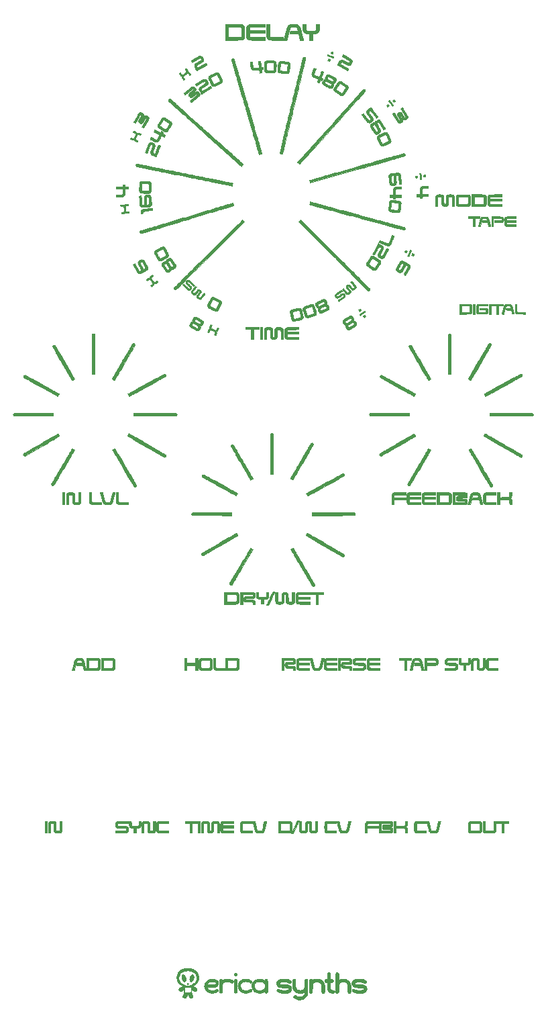
<source format=gto>
G04 #@! TF.GenerationSoftware,KiCad,Pcbnew,(5.0.0-rc2)*
G04 #@! TF.CreationDate,2020-07-08T18:21:40+03:00*
G04 #@! TF.ProjectId,DELPNL2,44454C504E4C322E6B696361645F7063,rev?*
G04 #@! TF.SameCoordinates,PX2549e60PY82a7440*
G04 #@! TF.FileFunction,Legend,Top*
G04 #@! TF.FilePolarity,Positive*
%FSLAX46Y46*%
G04 Gerber Fmt 4.6, Leading zero omitted, Abs format (unit mm)*
G04 Created by KiCad (PCBNEW (5.0.0-rc2)) date Wed Jul  8 18:21:40 2020*
%MOMM*%
%LPD*%
G01*
G04 APERTURE LIST*
%ADD10C,0.010000*%
G04 APERTURE END LIST*
D10*
G04 #@! TO.C,G\002A\002A\002A*
G36*
X25420742Y6398937D02*
X25467128Y6377991D01*
X25505580Y6342839D01*
X25535663Y6294451D01*
X25556940Y6233797D01*
X25568977Y6161847D01*
X25571340Y6079571D01*
X25570743Y6064512D01*
X25562087Y5981146D01*
X25545112Y5901147D01*
X25520834Y5825797D01*
X25490270Y5756376D01*
X25454435Y5694165D01*
X25414347Y5640445D01*
X25371023Y5596497D01*
X25325477Y5563602D01*
X25278728Y5543041D01*
X25231790Y5536095D01*
X25185682Y5544046D01*
X25164946Y5553101D01*
X25126102Y5582848D01*
X25094867Y5625765D01*
X25071394Y5679829D01*
X25055838Y5743011D01*
X25048353Y5813287D01*
X25049092Y5888630D01*
X25058210Y5967014D01*
X25075860Y6046413D01*
X25102197Y6124800D01*
X25118611Y6162852D01*
X25155219Y6230391D01*
X25197070Y6288574D01*
X25242590Y6336172D01*
X25290202Y6371953D01*
X25338333Y6394686D01*
X25385408Y6403142D01*
X25420742Y6398937D01*
X25420742Y6398937D01*
G37*
X25420742Y6398937D02*
X25467128Y6377991D01*
X25505580Y6342839D01*
X25535663Y6294451D01*
X25556940Y6233797D01*
X25568977Y6161847D01*
X25571340Y6079571D01*
X25570743Y6064512D01*
X25562087Y5981146D01*
X25545112Y5901147D01*
X25520834Y5825797D01*
X25490270Y5756376D01*
X25454435Y5694165D01*
X25414347Y5640445D01*
X25371023Y5596497D01*
X25325477Y5563602D01*
X25278728Y5543041D01*
X25231790Y5536095D01*
X25185682Y5544046D01*
X25164946Y5553101D01*
X25126102Y5582848D01*
X25094867Y5625765D01*
X25071394Y5679829D01*
X25055838Y5743011D01*
X25048353Y5813287D01*
X25049092Y5888630D01*
X25058210Y5967014D01*
X25075860Y6046413D01*
X25102197Y6124800D01*
X25118611Y6162852D01*
X25155219Y6230391D01*
X25197070Y6288574D01*
X25242590Y6336172D01*
X25290202Y6371953D01*
X25338333Y6394686D01*
X25385408Y6403142D01*
X25420742Y6398937D01*
G36*
X24244490Y6403933D02*
X24272610Y6397825D01*
X24283168Y6394841D01*
X24309037Y6385953D01*
X24331240Y6374229D01*
X24354213Y6356632D01*
X24382390Y6330122D01*
X24392679Y6319818D01*
X24453806Y6246277D01*
X24503118Y6161915D01*
X24539943Y6068655D01*
X24563610Y5968418D01*
X24573446Y5863126D01*
X24572755Y5804500D01*
X24565184Y5731216D01*
X24549713Y5670438D01*
X24525468Y5619269D01*
X24510105Y5596806D01*
X24474581Y5563293D01*
X24430937Y5542990D01*
X24382795Y5536916D01*
X24333780Y5546088D01*
X24331964Y5546745D01*
X24279804Y5574344D01*
X24229596Y5617099D01*
X24182607Y5673255D01*
X24140105Y5741055D01*
X24103360Y5818741D01*
X24073639Y5904557D01*
X24073630Y5904587D01*
X24065502Y5935559D01*
X24059980Y5965100D01*
X24056610Y5997724D01*
X24054936Y6037943D01*
X24054502Y6090272D01*
X24054506Y6094135D01*
X24054862Y6144344D01*
X24056068Y6181495D01*
X24058577Y6209451D01*
X24062838Y6232077D01*
X24069302Y6253236D01*
X24074745Y6267644D01*
X24099257Y6314584D01*
X24131715Y6354847D01*
X24168675Y6384796D01*
X24199005Y6398837D01*
X24222432Y6404153D01*
X24244490Y6403933D01*
X24244490Y6403933D01*
G37*
X24244490Y6403933D02*
X24272610Y6397825D01*
X24283168Y6394841D01*
X24309037Y6385953D01*
X24331240Y6374229D01*
X24354213Y6356632D01*
X24382390Y6330122D01*
X24392679Y6319818D01*
X24453806Y6246277D01*
X24503118Y6161915D01*
X24539943Y6068655D01*
X24563610Y5968418D01*
X24573446Y5863126D01*
X24572755Y5804500D01*
X24565184Y5731216D01*
X24549713Y5670438D01*
X24525468Y5619269D01*
X24510105Y5596806D01*
X24474581Y5563293D01*
X24430937Y5542990D01*
X24382795Y5536916D01*
X24333780Y5546088D01*
X24331964Y5546745D01*
X24279804Y5574344D01*
X24229596Y5617099D01*
X24182607Y5673255D01*
X24140105Y5741055D01*
X24103360Y5818741D01*
X24073639Y5904557D01*
X24073630Y5904587D01*
X24065502Y5935559D01*
X24059980Y5965100D01*
X24056610Y5997724D01*
X24054936Y6037943D01*
X24054502Y6090272D01*
X24054506Y6094135D01*
X24054862Y6144344D01*
X24056068Y6181495D01*
X24058577Y6209451D01*
X24062838Y6232077D01*
X24069302Y6253236D01*
X24074745Y6267644D01*
X24099257Y6314584D01*
X24131715Y6354847D01*
X24168675Y6384796D01*
X24199005Y6398837D01*
X24222432Y6404153D01*
X24244490Y6403933D01*
G36*
X24834096Y5348234D02*
X24842361Y5345209D01*
X24874029Y5323883D01*
X24892158Y5292635D01*
X24896368Y5263267D01*
X24889261Y5227303D01*
X24868599Y5201024D01*
X24835368Y5185452D01*
X24818202Y5182384D01*
X24792293Y5180845D01*
X24774928Y5185385D01*
X24758081Y5198625D01*
X24752887Y5203725D01*
X24732781Y5233379D01*
X24726435Y5265076D01*
X24731935Y5295788D01*
X24747365Y5322487D01*
X24770812Y5342146D01*
X24800361Y5351738D01*
X24834096Y5348234D01*
X24834096Y5348234D01*
G37*
X24834096Y5348234D02*
X24842361Y5345209D01*
X24874029Y5323883D01*
X24892158Y5292635D01*
X24896368Y5263267D01*
X24889261Y5227303D01*
X24868599Y5201024D01*
X24835368Y5185452D01*
X24818202Y5182384D01*
X24792293Y5180845D01*
X24774928Y5185385D01*
X24758081Y5198625D01*
X24752887Y5203725D01*
X24732781Y5233379D01*
X24726435Y5265076D01*
X24731935Y5295788D01*
X24747365Y5322487D01*
X24770812Y5342146D01*
X24800361Y5351738D01*
X24834096Y5348234D01*
G36*
X39718320Y125885055D02*
X39718967Y125799356D01*
X39719621Y125728897D01*
X39720373Y125671991D01*
X39721311Y125626950D01*
X39722525Y125592086D01*
X39724104Y125565713D01*
X39726139Y125546142D01*
X39728719Y125531687D01*
X39731934Y125520659D01*
X39735872Y125511371D01*
X39738429Y125506298D01*
X39764925Y125472176D01*
X39793444Y125451283D01*
X39830823Y125430123D01*
X40362952Y125427704D01*
X40477793Y125427212D01*
X40576963Y125426917D01*
X40661718Y125426909D01*
X40733316Y125427280D01*
X40793013Y125428122D01*
X40842065Y125429525D01*
X40881730Y125431580D01*
X40913263Y125434379D01*
X40937921Y125438013D01*
X40956962Y125442573D01*
X40971640Y125448150D01*
X40983213Y125454835D01*
X40992938Y125462721D01*
X41002071Y125471897D01*
X41004265Y125474248D01*
X41014108Y125485485D01*
X41022243Y125497129D01*
X41028833Y125510831D01*
X41034038Y125528245D01*
X41038023Y125551022D01*
X41040949Y125580816D01*
X41042979Y125619278D01*
X41044276Y125668061D01*
X41045000Y125728817D01*
X41045316Y125803199D01*
X41045385Y125892666D01*
X41045385Y126229956D01*
X41428046Y126229956D01*
X41424156Y125872359D01*
X41423150Y125784200D01*
X41422164Y125711160D01*
X41421105Y125651428D01*
X41419879Y125603197D01*
X41418392Y125564657D01*
X41416551Y125533999D01*
X41414260Y125509414D01*
X41411427Y125489093D01*
X41407957Y125471226D01*
X41403756Y125454006D01*
X41402126Y125447907D01*
X41370157Y125360424D01*
X41324808Y125283010D01*
X41266799Y125216368D01*
X41196851Y125161203D01*
X41115684Y125118216D01*
X41036921Y125091383D01*
X41013077Y125086203D01*
X40983414Y125082047D01*
X40945620Y125078749D01*
X40897382Y125076142D01*
X40836386Y125074059D01*
X40776658Y125072655D01*
X40571410Y125068492D01*
X40571410Y124249417D01*
X40190537Y124249417D01*
X40190537Y125068329D01*
X39985288Y125072813D01*
X39908140Y125074864D01*
X39845171Y125077594D01*
X39793637Y125081453D01*
X39750790Y125086887D01*
X39713886Y125094344D01*
X39680177Y125104271D01*
X39646918Y125117117D01*
X39611363Y125133328D01*
X39609983Y125133991D01*
X39536285Y125178606D01*
X39473168Y125236182D01*
X39421248Y125305996D01*
X39381145Y125387323D01*
X39371734Y125413195D01*
X39348912Y125480906D01*
X39345979Y125855431D01*
X39343045Y126229956D01*
X39715847Y126229956D01*
X39718320Y125885055D01*
X39718320Y125885055D01*
G37*
X39718320Y125885055D02*
X39718967Y125799356D01*
X39719621Y125728897D01*
X39720373Y125671991D01*
X39721311Y125626950D01*
X39722525Y125592086D01*
X39724104Y125565713D01*
X39726139Y125546142D01*
X39728719Y125531687D01*
X39731934Y125520659D01*
X39735872Y125511371D01*
X39738429Y125506298D01*
X39764925Y125472176D01*
X39793444Y125451283D01*
X39830823Y125430123D01*
X40362952Y125427704D01*
X40477793Y125427212D01*
X40576963Y125426917D01*
X40661718Y125426909D01*
X40733316Y125427280D01*
X40793013Y125428122D01*
X40842065Y125429525D01*
X40881730Y125431580D01*
X40913263Y125434379D01*
X40937921Y125438013D01*
X40956962Y125442573D01*
X40971640Y125448150D01*
X40983213Y125454835D01*
X40992938Y125462721D01*
X41002071Y125471897D01*
X41004265Y125474248D01*
X41014108Y125485485D01*
X41022243Y125497129D01*
X41028833Y125510831D01*
X41034038Y125528245D01*
X41038023Y125551022D01*
X41040949Y125580816D01*
X41042979Y125619278D01*
X41044276Y125668061D01*
X41045000Y125728817D01*
X41045316Y125803199D01*
X41045385Y125892666D01*
X41045385Y126229956D01*
X41428046Y126229956D01*
X41424156Y125872359D01*
X41423150Y125784200D01*
X41422164Y125711160D01*
X41421105Y125651428D01*
X41419879Y125603197D01*
X41418392Y125564657D01*
X41416551Y125533999D01*
X41414260Y125509414D01*
X41411427Y125489093D01*
X41407957Y125471226D01*
X41403756Y125454006D01*
X41402126Y125447907D01*
X41370157Y125360424D01*
X41324808Y125283010D01*
X41266799Y125216368D01*
X41196851Y125161203D01*
X41115684Y125118216D01*
X41036921Y125091383D01*
X41013077Y125086203D01*
X40983414Y125082047D01*
X40945620Y125078749D01*
X40897382Y125076142D01*
X40836386Y125074059D01*
X40776658Y125072655D01*
X40571410Y125068492D01*
X40571410Y124249417D01*
X40190537Y124249417D01*
X40190537Y125068329D01*
X39985288Y125072813D01*
X39908140Y125074864D01*
X39845171Y125077594D01*
X39793637Y125081453D01*
X39750790Y125086887D01*
X39713886Y125094344D01*
X39680177Y125104271D01*
X39646918Y125117117D01*
X39611363Y125133328D01*
X39609983Y125133991D01*
X39536285Y125178606D01*
X39473168Y125236182D01*
X39421248Y125305996D01*
X39381145Y125387323D01*
X39371734Y125413195D01*
X39348912Y125480906D01*
X39345979Y125855431D01*
X39343045Y126229956D01*
X39715847Y126229956D01*
X39718320Y125885055D01*
G36*
X38282398Y126230817D02*
X38357539Y126229873D01*
X38427163Y126228404D01*
X38489027Y126226410D01*
X38540887Y126223887D01*
X38580499Y126220833D01*
X38605620Y126217246D01*
X38606306Y126217088D01*
X38691299Y126189333D01*
X38768011Y126147889D01*
X38836847Y126092356D01*
X38898214Y126022332D01*
X38952519Y125937414D01*
X39000167Y125837201D01*
X39006531Y125821420D01*
X39011247Y125806674D01*
X39019830Y125776801D01*
X39031941Y125733070D01*
X39047243Y125676752D01*
X39065398Y125609116D01*
X39086067Y125531431D01*
X39108912Y125444969D01*
X39133596Y125350998D01*
X39159780Y125250789D01*
X39187125Y125145611D01*
X39209877Y125057714D01*
X39237843Y124949464D01*
X39264792Y124845150D01*
X39290396Y124746041D01*
X39314328Y124653406D01*
X39336260Y124568515D01*
X39355864Y124492637D01*
X39372811Y124427041D01*
X39386775Y124372997D01*
X39397426Y124331773D01*
X39404438Y124304640D01*
X39407227Y124293852D01*
X39418720Y124249417D01*
X39018005Y124249417D01*
X38915761Y124653565D01*
X38813517Y125057714D01*
X38248827Y125059890D01*
X38137156Y125060340D01*
X38041234Y125060789D01*
X37959880Y125061272D01*
X37891915Y125061827D01*
X37836157Y125062487D01*
X37791429Y125063288D01*
X37756550Y125064267D01*
X37730341Y125065459D01*
X37711621Y125066899D01*
X37699211Y125068623D01*
X37691931Y125070667D01*
X37688602Y125073067D01*
X37688043Y125075857D01*
X37688251Y125076818D01*
X37691394Y125089295D01*
X37697764Y125115503D01*
X37706702Y125152697D01*
X37717549Y125198132D01*
X37729645Y125249065D01*
X37731934Y125258730D01*
X37771501Y125425891D01*
X38240432Y125425891D01*
X38345432Y125425965D01*
X38434599Y125426205D01*
X38509024Y125426634D01*
X38569801Y125427277D01*
X38618024Y125428160D01*
X38654786Y125429307D01*
X38681179Y125430741D01*
X38698297Y125432489D01*
X38707234Y125434575D01*
X38709227Y125436471D01*
X38707048Y125447697D01*
X38701075Y125472446D01*
X38692021Y125507926D01*
X38680598Y125551344D01*
X38668315Y125596979D01*
X38646829Y125671484D01*
X38626484Y125731102D01*
X38606075Y125777708D01*
X38584399Y125813180D01*
X38560250Y125839394D01*
X38532424Y125858226D01*
X38499717Y125871554D01*
X38490299Y125874339D01*
X38472314Y125876877D01*
X38439908Y125878972D01*
X38395578Y125880630D01*
X38341826Y125881855D01*
X38281150Y125882653D01*
X38216051Y125883028D01*
X38149028Y125882987D01*
X38082580Y125882533D01*
X38019208Y125881673D01*
X37961410Y125880411D01*
X37911687Y125878753D01*
X37872538Y125876704D01*
X37846463Y125874268D01*
X37839454Y125872996D01*
X37802106Y125856454D01*
X37765125Y125827874D01*
X37733059Y125791621D01*
X37710459Y125752061D01*
X37708679Y125747517D01*
X37704458Y125733629D01*
X37696398Y125704614D01*
X37684836Y125661751D01*
X37670105Y125606317D01*
X37652540Y125539591D01*
X37632476Y125462851D01*
X37610248Y125377376D01*
X37586189Y125284444D01*
X37560635Y125185334D01*
X37533920Y125081323D01*
X37515955Y125011163D01*
X37488760Y124904833D01*
X37462631Y124802694D01*
X37437891Y124706010D01*
X37414865Y124616044D01*
X37393876Y124534057D01*
X37375246Y124461313D01*
X37359299Y124399075D01*
X37346360Y124348606D01*
X37336750Y124311168D01*
X37330794Y124288024D01*
X37329012Y124281156D01*
X37320640Y124249417D01*
X37121496Y124249417D01*
X37058400Y124249490D01*
X37010284Y124249810D01*
X36975199Y124250525D01*
X36951198Y124251782D01*
X36936331Y124253730D01*
X36928653Y124256517D01*
X36926214Y124260291D01*
X36926757Y124264228D01*
X36929468Y124274462D01*
X36936065Y124299901D01*
X36946244Y124339351D01*
X36959698Y124391619D01*
X36976119Y124455510D01*
X36995201Y124529829D01*
X37016638Y124613383D01*
X37040122Y124704977D01*
X37065348Y124803418D01*
X37092009Y124907510D01*
X37118292Y125010178D01*
X37146583Y125120360D01*
X37174221Y125227307D01*
X37200848Y125329681D01*
X37226108Y125426142D01*
X37249645Y125515349D01*
X37271102Y125595963D01*
X37290124Y125666645D01*
X37306354Y125726054D01*
X37319436Y125772851D01*
X37329012Y125805695D01*
X37334061Y125821449D01*
X37376722Y125920509D01*
X37429147Y126006962D01*
X37490773Y126080244D01*
X37561038Y126139792D01*
X37639379Y126185042D01*
X37725234Y126215430D01*
X37728098Y126216151D01*
X37751922Y126219811D01*
X37790422Y126222970D01*
X37841355Y126225623D01*
X37902477Y126227770D01*
X37971545Y126229408D01*
X38046314Y126230534D01*
X38124542Y126231146D01*
X38203985Y126231241D01*
X38282398Y126230817D01*
X38282398Y126230817D01*
G37*
X38282398Y126230817D02*
X38357539Y126229873D01*
X38427163Y126228404D01*
X38489027Y126226410D01*
X38540887Y126223887D01*
X38580499Y126220833D01*
X38605620Y126217246D01*
X38606306Y126217088D01*
X38691299Y126189333D01*
X38768011Y126147889D01*
X38836847Y126092356D01*
X38898214Y126022332D01*
X38952519Y125937414D01*
X39000167Y125837201D01*
X39006531Y125821420D01*
X39011247Y125806674D01*
X39019830Y125776801D01*
X39031941Y125733070D01*
X39047243Y125676752D01*
X39065398Y125609116D01*
X39086067Y125531431D01*
X39108912Y125444969D01*
X39133596Y125350998D01*
X39159780Y125250789D01*
X39187125Y125145611D01*
X39209877Y125057714D01*
X39237843Y124949464D01*
X39264792Y124845150D01*
X39290396Y124746041D01*
X39314328Y124653406D01*
X39336260Y124568515D01*
X39355864Y124492637D01*
X39372811Y124427041D01*
X39386775Y124372997D01*
X39397426Y124331773D01*
X39404438Y124304640D01*
X39407227Y124293852D01*
X39418720Y124249417D01*
X39018005Y124249417D01*
X38915761Y124653565D01*
X38813517Y125057714D01*
X38248827Y125059890D01*
X38137156Y125060340D01*
X38041234Y125060789D01*
X37959880Y125061272D01*
X37891915Y125061827D01*
X37836157Y125062487D01*
X37791429Y125063288D01*
X37756550Y125064267D01*
X37730341Y125065459D01*
X37711621Y125066899D01*
X37699211Y125068623D01*
X37691931Y125070667D01*
X37688602Y125073067D01*
X37688043Y125075857D01*
X37688251Y125076818D01*
X37691394Y125089295D01*
X37697764Y125115503D01*
X37706702Y125152697D01*
X37717549Y125198132D01*
X37729645Y125249065D01*
X37731934Y125258730D01*
X37771501Y125425891D01*
X38240432Y125425891D01*
X38345432Y125425965D01*
X38434599Y125426205D01*
X38509024Y125426634D01*
X38569801Y125427277D01*
X38618024Y125428160D01*
X38654786Y125429307D01*
X38681179Y125430741D01*
X38698297Y125432489D01*
X38707234Y125434575D01*
X38709227Y125436471D01*
X38707048Y125447697D01*
X38701075Y125472446D01*
X38692021Y125507926D01*
X38680598Y125551344D01*
X38668315Y125596979D01*
X38646829Y125671484D01*
X38626484Y125731102D01*
X38606075Y125777708D01*
X38584399Y125813180D01*
X38560250Y125839394D01*
X38532424Y125858226D01*
X38499717Y125871554D01*
X38490299Y125874339D01*
X38472314Y125876877D01*
X38439908Y125878972D01*
X38395578Y125880630D01*
X38341826Y125881855D01*
X38281150Y125882653D01*
X38216051Y125883028D01*
X38149028Y125882987D01*
X38082580Y125882533D01*
X38019208Y125881673D01*
X37961410Y125880411D01*
X37911687Y125878753D01*
X37872538Y125876704D01*
X37846463Y125874268D01*
X37839454Y125872996D01*
X37802106Y125856454D01*
X37765125Y125827874D01*
X37733059Y125791621D01*
X37710459Y125752061D01*
X37708679Y125747517D01*
X37704458Y125733629D01*
X37696398Y125704614D01*
X37684836Y125661751D01*
X37670105Y125606317D01*
X37652540Y125539591D01*
X37632476Y125462851D01*
X37610248Y125377376D01*
X37586189Y125284444D01*
X37560635Y125185334D01*
X37533920Y125081323D01*
X37515955Y125011163D01*
X37488760Y124904833D01*
X37462631Y124802694D01*
X37437891Y124706010D01*
X37414865Y124616044D01*
X37393876Y124534057D01*
X37375246Y124461313D01*
X37359299Y124399075D01*
X37346360Y124348606D01*
X37336750Y124311168D01*
X37330794Y124288024D01*
X37329012Y124281156D01*
X37320640Y124249417D01*
X37121496Y124249417D01*
X37058400Y124249490D01*
X37010284Y124249810D01*
X36975199Y124250525D01*
X36951198Y124251782D01*
X36936331Y124253730D01*
X36928653Y124256517D01*
X36926214Y124260291D01*
X36926757Y124264228D01*
X36929468Y124274462D01*
X36936065Y124299901D01*
X36946244Y124339351D01*
X36959698Y124391619D01*
X36976119Y124455510D01*
X36995201Y124529829D01*
X37016638Y124613383D01*
X37040122Y124704977D01*
X37065348Y124803418D01*
X37092009Y124907510D01*
X37118292Y125010178D01*
X37146583Y125120360D01*
X37174221Y125227307D01*
X37200848Y125329681D01*
X37226108Y125426142D01*
X37249645Y125515349D01*
X37271102Y125595963D01*
X37290124Y125666645D01*
X37306354Y125726054D01*
X37319436Y125772851D01*
X37329012Y125805695D01*
X37334061Y125821449D01*
X37376722Y125920509D01*
X37429147Y126006962D01*
X37490773Y126080244D01*
X37561038Y126139792D01*
X37639379Y126185042D01*
X37725234Y126215430D01*
X37728098Y126216151D01*
X37751922Y126219811D01*
X37790422Y126222970D01*
X37841355Y126225623D01*
X37902477Y126227770D01*
X37971545Y126229408D01*
X38046314Y126230534D01*
X38124542Y126231146D01*
X38203985Y126231241D01*
X38282398Y126230817D01*
G36*
X35146085Y125480634D02*
X35146081Y125348012D01*
X35146106Y125231253D01*
X35146218Y125129291D01*
X35146471Y125041063D01*
X35146923Y124965504D01*
X35147630Y124901548D01*
X35148647Y124848131D01*
X35150032Y124804188D01*
X35151840Y124768654D01*
X35154127Y124740465D01*
X35156951Y124718556D01*
X35160367Y124701861D01*
X35164431Y124689316D01*
X35169200Y124679857D01*
X35174730Y124672418D01*
X35181078Y124665935D01*
X35188299Y124659342D01*
X35189545Y124658201D01*
X35210725Y124642495D01*
X35237555Y124627178D01*
X35243534Y124624346D01*
X35250117Y124621737D01*
X35258289Y124619436D01*
X35269116Y124617419D01*
X35283661Y124615662D01*
X35302990Y124614143D01*
X35328166Y124612838D01*
X35360255Y124611725D01*
X35400320Y124610779D01*
X35449427Y124609977D01*
X35508639Y124609296D01*
X35579022Y124608714D01*
X35661639Y124608206D01*
X35757555Y124607749D01*
X35867835Y124607320D01*
X35993543Y124606896D01*
X36049600Y124606719D01*
X36821926Y124604307D01*
X36821926Y124249417D01*
X36028441Y124250180D01*
X35885913Y124250370D01*
X35759413Y124250656D01*
X35648043Y124251050D01*
X35550901Y124251567D01*
X35467089Y124252217D01*
X35395707Y124253013D01*
X35335856Y124253968D01*
X35286636Y124255094D01*
X35247148Y124256404D01*
X35216493Y124257910D01*
X35193770Y124259624D01*
X35178081Y124261560D01*
X35175708Y124261974D01*
X35082812Y124285338D01*
X35003158Y124318648D01*
X34935893Y124362472D01*
X34880167Y124417378D01*
X34835127Y124483936D01*
X34830645Y124492265D01*
X34820786Y124510843D01*
X34812064Y124527530D01*
X34804406Y124543429D01*
X34797740Y124559645D01*
X34791991Y124577282D01*
X34787087Y124597443D01*
X34782954Y124621233D01*
X34779519Y124649755D01*
X34776709Y124684113D01*
X34774450Y124725411D01*
X34772670Y124774754D01*
X34771294Y124833244D01*
X34770251Y124901987D01*
X34769465Y124982085D01*
X34768865Y125074643D01*
X34768376Y125180765D01*
X34767926Y125301554D01*
X34767442Y125438115D01*
X34767417Y125444935D01*
X34764552Y126229956D01*
X35146085Y126229956D01*
X35146085Y125480634D01*
X35146085Y125480634D01*
G37*
X35146085Y125480634D02*
X35146081Y125348012D01*
X35146106Y125231253D01*
X35146218Y125129291D01*
X35146471Y125041063D01*
X35146923Y124965504D01*
X35147630Y124901548D01*
X35148647Y124848131D01*
X35150032Y124804188D01*
X35151840Y124768654D01*
X35154127Y124740465D01*
X35156951Y124718556D01*
X35160367Y124701861D01*
X35164431Y124689316D01*
X35169200Y124679857D01*
X35174730Y124672418D01*
X35181078Y124665935D01*
X35188299Y124659342D01*
X35189545Y124658201D01*
X35210725Y124642495D01*
X35237555Y124627178D01*
X35243534Y124624346D01*
X35250117Y124621737D01*
X35258289Y124619436D01*
X35269116Y124617419D01*
X35283661Y124615662D01*
X35302990Y124614143D01*
X35328166Y124612838D01*
X35360255Y124611725D01*
X35400320Y124610779D01*
X35449427Y124609977D01*
X35508639Y124609296D01*
X35579022Y124608714D01*
X35661639Y124608206D01*
X35757555Y124607749D01*
X35867835Y124607320D01*
X35993543Y124606896D01*
X36049600Y124606719D01*
X36821926Y124604307D01*
X36821926Y124249417D01*
X36028441Y124250180D01*
X35885913Y124250370D01*
X35759413Y124250656D01*
X35648043Y124251050D01*
X35550901Y124251567D01*
X35467089Y124252217D01*
X35395707Y124253013D01*
X35335856Y124253968D01*
X35286636Y124255094D01*
X35247148Y124256404D01*
X35216493Y124257910D01*
X35193770Y124259624D01*
X35178081Y124261560D01*
X35175708Y124261974D01*
X35082812Y124285338D01*
X35003158Y124318648D01*
X34935893Y124362472D01*
X34880167Y124417378D01*
X34835127Y124483936D01*
X34830645Y124492265D01*
X34820786Y124510843D01*
X34812064Y124527530D01*
X34804406Y124543429D01*
X34797740Y124559645D01*
X34791991Y124577282D01*
X34787087Y124597443D01*
X34782954Y124621233D01*
X34779519Y124649755D01*
X34776709Y124684113D01*
X34774450Y124725411D01*
X34772670Y124774754D01*
X34771294Y124833244D01*
X34770251Y124901987D01*
X34769465Y124982085D01*
X34768865Y125074643D01*
X34768376Y125180765D01*
X34767926Y125301554D01*
X34767442Y125438115D01*
X34767417Y125444935D01*
X34764552Y126229956D01*
X35146085Y126229956D01*
X35146085Y125480634D01*
G36*
X33596844Y126229956D02*
X34553616Y126229956D01*
X34553616Y125883230D01*
X33623211Y125880968D01*
X33477810Y125880612D01*
X33348381Y125880276D01*
X33233967Y125879940D01*
X33133612Y125879586D01*
X33046361Y125879192D01*
X32971256Y125878739D01*
X32907343Y125878206D01*
X32853664Y125877574D01*
X32809263Y125876822D01*
X32773185Y125875932D01*
X32744474Y125874881D01*
X32722172Y125873652D01*
X32705325Y125872223D01*
X32692975Y125870574D01*
X32684167Y125868687D01*
X32677945Y125866539D01*
X32673353Y125864113D01*
X32669433Y125861387D01*
X32668912Y125861001D01*
X32647574Y125841473D01*
X32627555Y125817581D01*
X32625975Y125815314D01*
X32619139Y125804350D01*
X32614167Y125792721D01*
X32610764Y125777654D01*
X32608633Y125756374D01*
X32607481Y125726109D01*
X32607013Y125684084D01*
X32606931Y125636236D01*
X32606931Y125485138D01*
X34553616Y125485138D01*
X34553616Y125121193D01*
X32606931Y125121193D01*
X32606931Y124893141D01*
X32606963Y124825139D01*
X32607166Y124771992D01*
X32607704Y124731623D01*
X32608741Y124701960D01*
X32610439Y124680928D01*
X32612962Y124666452D01*
X32616473Y124656460D01*
X32621136Y124648876D01*
X32626688Y124642120D01*
X32645759Y124625971D01*
X32672137Y124616268D01*
X32692283Y124612642D01*
X32706873Y124611754D01*
X32737222Y124610890D01*
X32782160Y124610059D01*
X32840519Y124609270D01*
X32911129Y124608532D01*
X32992822Y124607853D01*
X33084428Y124607242D01*
X33184779Y124606708D01*
X33292704Y124606259D01*
X33407036Y124605904D01*
X33526605Y124605653D01*
X33645868Y124605516D01*
X34553616Y124604898D01*
X34553616Y124249417D01*
X33599317Y124250180D01*
X33444053Y124250344D01*
X33304877Y124250578D01*
X33180947Y124250893D01*
X33071423Y124251299D01*
X32975465Y124251806D01*
X32892232Y124252423D01*
X32820883Y124253161D01*
X32760579Y124254029D01*
X32710478Y124255037D01*
X32669741Y124256196D01*
X32637526Y124257514D01*
X32612993Y124259002D01*
X32595302Y124260670D01*
X32585771Y124262091D01*
X32499979Y124284147D01*
X32427544Y124316043D01*
X32367396Y124358767D01*
X32318464Y124413307D01*
X32279677Y124480649D01*
X32249965Y124561782D01*
X32246205Y124575275D01*
X32243144Y124587502D01*
X32240502Y124600612D01*
X32238246Y124615878D01*
X32236348Y124634571D01*
X32234776Y124657965D01*
X32233500Y124687333D01*
X32232490Y124723947D01*
X32231714Y124769080D01*
X32231144Y124824004D01*
X32230747Y124889993D01*
X32230494Y124968319D01*
X32230354Y125060255D01*
X32230297Y125167074D01*
X32230290Y125239686D01*
X32230319Y125356740D01*
X32230424Y125458129D01*
X32230633Y125545117D01*
X32230975Y125618967D01*
X32231478Y125680942D01*
X32232170Y125732307D01*
X32233080Y125774324D01*
X32234235Y125808256D01*
X32235664Y125835366D01*
X32237396Y125856919D01*
X32239457Y125874177D01*
X32241877Y125888403D01*
X32244684Y125900862D01*
X32245101Y125902505D01*
X32273596Y125986625D01*
X32312512Y126057479D01*
X32361983Y126115249D01*
X32422145Y126160114D01*
X32449231Y126174485D01*
X32466408Y126182732D01*
X32482204Y126190119D01*
X32497600Y126196694D01*
X32513574Y126202502D01*
X32531106Y126207593D01*
X32551175Y126212013D01*
X32574760Y126215809D01*
X32602840Y126219029D01*
X32636395Y126221720D01*
X32676404Y126223930D01*
X32723846Y126225706D01*
X32779701Y126227094D01*
X32844948Y126228143D01*
X32920567Y126228900D01*
X33007535Y126229413D01*
X33106833Y126229727D01*
X33219441Y126229892D01*
X33346336Y126229954D01*
X33488500Y126229960D01*
X33596844Y126229956D01*
X33596844Y126229956D01*
G37*
X33596844Y126229956D02*
X34553616Y126229956D01*
X34553616Y125883230D01*
X33623211Y125880968D01*
X33477810Y125880612D01*
X33348381Y125880276D01*
X33233967Y125879940D01*
X33133612Y125879586D01*
X33046361Y125879192D01*
X32971256Y125878739D01*
X32907343Y125878206D01*
X32853664Y125877574D01*
X32809263Y125876822D01*
X32773185Y125875932D01*
X32744474Y125874881D01*
X32722172Y125873652D01*
X32705325Y125872223D01*
X32692975Y125870574D01*
X32684167Y125868687D01*
X32677945Y125866539D01*
X32673353Y125864113D01*
X32669433Y125861387D01*
X32668912Y125861001D01*
X32647574Y125841473D01*
X32627555Y125817581D01*
X32625975Y125815314D01*
X32619139Y125804350D01*
X32614167Y125792721D01*
X32610764Y125777654D01*
X32608633Y125756374D01*
X32607481Y125726109D01*
X32607013Y125684084D01*
X32606931Y125636236D01*
X32606931Y125485138D01*
X34553616Y125485138D01*
X34553616Y125121193D01*
X32606931Y125121193D01*
X32606931Y124893141D01*
X32606963Y124825139D01*
X32607166Y124771992D01*
X32607704Y124731623D01*
X32608741Y124701960D01*
X32610439Y124680928D01*
X32612962Y124666452D01*
X32616473Y124656460D01*
X32621136Y124648876D01*
X32626688Y124642120D01*
X32645759Y124625971D01*
X32672137Y124616268D01*
X32692283Y124612642D01*
X32706873Y124611754D01*
X32737222Y124610890D01*
X32782160Y124610059D01*
X32840519Y124609270D01*
X32911129Y124608532D01*
X32992822Y124607853D01*
X33084428Y124607242D01*
X33184779Y124606708D01*
X33292704Y124606259D01*
X33407036Y124605904D01*
X33526605Y124605653D01*
X33645868Y124605516D01*
X34553616Y124604898D01*
X34553616Y124249417D01*
X33599317Y124250180D01*
X33444053Y124250344D01*
X33304877Y124250578D01*
X33180947Y124250893D01*
X33071423Y124251299D01*
X32975465Y124251806D01*
X32892232Y124252423D01*
X32820883Y124253161D01*
X32760579Y124254029D01*
X32710478Y124255037D01*
X32669741Y124256196D01*
X32637526Y124257514D01*
X32612993Y124259002D01*
X32595302Y124260670D01*
X32585771Y124262091D01*
X32499979Y124284147D01*
X32427544Y124316043D01*
X32367396Y124358767D01*
X32318464Y124413307D01*
X32279677Y124480649D01*
X32249965Y124561782D01*
X32246205Y124575275D01*
X32243144Y124587502D01*
X32240502Y124600612D01*
X32238246Y124615878D01*
X32236348Y124634571D01*
X32234776Y124657965D01*
X32233500Y124687333D01*
X32232490Y124723947D01*
X32231714Y124769080D01*
X32231144Y124824004D01*
X32230747Y124889993D01*
X32230494Y124968319D01*
X32230354Y125060255D01*
X32230297Y125167074D01*
X32230290Y125239686D01*
X32230319Y125356740D01*
X32230424Y125458129D01*
X32230633Y125545117D01*
X32230975Y125618967D01*
X32231478Y125680942D01*
X32232170Y125732307D01*
X32233080Y125774324D01*
X32234235Y125808256D01*
X32235664Y125835366D01*
X32237396Y125856919D01*
X32239457Y125874177D01*
X32241877Y125888403D01*
X32244684Y125900862D01*
X32245101Y125902505D01*
X32273596Y125986625D01*
X32312512Y126057479D01*
X32361983Y126115249D01*
X32422145Y126160114D01*
X32449231Y126174485D01*
X32466408Y126182732D01*
X32482204Y126190119D01*
X32497600Y126196694D01*
X32513574Y126202502D01*
X32531106Y126207593D01*
X32551175Y126212013D01*
X32574760Y126215809D01*
X32602840Y126219029D01*
X32636395Y126221720D01*
X32676404Y126223930D01*
X32723846Y126225706D01*
X32779701Y126227094D01*
X32844948Y126228143D01*
X32920567Y126228900D01*
X33007535Y126229413D01*
X33106833Y126229727D01*
X33219441Y126229892D01*
X33346336Y126229954D01*
X33488500Y126229960D01*
X33596844Y126229956D01*
G36*
X30857627Y126229950D02*
X30983907Y126229876D01*
X31096112Y126229696D01*
X31195191Y126229367D01*
X31282095Y126228845D01*
X31357776Y126228085D01*
X31423183Y126227045D01*
X31479268Y126225680D01*
X31526980Y126223947D01*
X31567272Y126221802D01*
X31601092Y126219201D01*
X31629392Y126216100D01*
X31653123Y126212455D01*
X31673234Y126208222D01*
X31690678Y126203359D01*
X31706403Y126197820D01*
X31721362Y126191563D01*
X31736504Y126184543D01*
X31752780Y126176716D01*
X31756866Y126174758D01*
X31822105Y126134700D01*
X31876231Y126082095D01*
X31919401Y126016741D01*
X31951774Y125938436D01*
X31957224Y125920297D01*
X31960837Y125907280D01*
X31963959Y125894732D01*
X31966627Y125881374D01*
X31968875Y125865925D01*
X31970742Y125847107D01*
X31972261Y125823639D01*
X31973470Y125794241D01*
X31974404Y125757634D01*
X31975100Y125712538D01*
X31975593Y125657674D01*
X31975920Y125591761D01*
X31976117Y125513521D01*
X31976219Y125421673D01*
X31976263Y125314937D01*
X31976276Y125243918D01*
X31976267Y125126450D01*
X31976180Y125024650D01*
X31975987Y124937262D01*
X31975661Y124863027D01*
X31975174Y124800686D01*
X31974498Y124748982D01*
X31973606Y124706657D01*
X31972469Y124672452D01*
X31971061Y124645109D01*
X31969352Y124623369D01*
X31967316Y124605976D01*
X31964925Y124591670D01*
X31962151Y124579193D01*
X31961563Y124576868D01*
X31933952Y124494226D01*
X31896483Y124424924D01*
X31848088Y124367859D01*
X31787699Y124321928D01*
X31714248Y124286028D01*
X31663212Y124268771D01*
X31654716Y124266542D01*
X31644642Y124264541D01*
X31632064Y124262752D01*
X31616056Y124261160D01*
X31595694Y124259751D01*
X31570053Y124258508D01*
X31538207Y124257419D01*
X31499232Y124256468D01*
X31452200Y124255639D01*
X31396189Y124254919D01*
X31330272Y124254292D01*
X31253524Y124253744D01*
X31165020Y124253259D01*
X31063835Y124252823D01*
X30949044Y124252421D01*
X30819720Y124252039D01*
X30674940Y124251660D01*
X30581956Y124251433D01*
X29551483Y124248963D01*
X29551483Y125882939D01*
X29932356Y125882939D01*
X29932356Y124604898D01*
X30687754Y124605333D01*
X30800795Y124605468D01*
X30909993Y124605736D01*
X31014024Y124606125D01*
X31111565Y124606623D01*
X31201291Y124607220D01*
X31281879Y124607905D01*
X31352005Y124608667D01*
X31410344Y124609493D01*
X31455574Y124610375D01*
X31486370Y124611299D01*
X31500511Y124612143D01*
X31537888Y124618124D01*
X31562733Y124626999D01*
X31576686Y124637332D01*
X31595502Y124656144D01*
X31597979Y125203947D01*
X31598332Y125299470D01*
X31598519Y125390549D01*
X31598545Y125475680D01*
X31598418Y125553356D01*
X31598143Y125622074D01*
X31597727Y125680328D01*
X31597177Y125726613D01*
X31596500Y125759425D01*
X31595703Y125777258D01*
X31595445Y125779438D01*
X31581153Y125814930D01*
X31554335Y125845901D01*
X31519395Y125867878D01*
X31502890Y125873468D01*
X31488996Y125875302D01*
X31462429Y125876925D01*
X31422729Y125878341D01*
X31369437Y125879556D01*
X31302093Y125880576D01*
X31220238Y125881406D01*
X31123412Y125882051D01*
X31011156Y125882517D01*
X30883010Y125882809D01*
X30738514Y125882933D01*
X30698818Y125882939D01*
X29932356Y125882939D01*
X29551483Y125882939D01*
X29551483Y126229956D01*
X30559037Y126229956D01*
X30716321Y126229962D01*
X30857627Y126229950D01*
X30857627Y126229950D01*
G37*
X30857627Y126229950D02*
X30983907Y126229876D01*
X31096112Y126229696D01*
X31195191Y126229367D01*
X31282095Y126228845D01*
X31357776Y126228085D01*
X31423183Y126227045D01*
X31479268Y126225680D01*
X31526980Y126223947D01*
X31567272Y126221802D01*
X31601092Y126219201D01*
X31629392Y126216100D01*
X31653123Y126212455D01*
X31673234Y126208222D01*
X31690678Y126203359D01*
X31706403Y126197820D01*
X31721362Y126191563D01*
X31736504Y126184543D01*
X31752780Y126176716D01*
X31756866Y126174758D01*
X31822105Y126134700D01*
X31876231Y126082095D01*
X31919401Y126016741D01*
X31951774Y125938436D01*
X31957224Y125920297D01*
X31960837Y125907280D01*
X31963959Y125894732D01*
X31966627Y125881374D01*
X31968875Y125865925D01*
X31970742Y125847107D01*
X31972261Y125823639D01*
X31973470Y125794241D01*
X31974404Y125757634D01*
X31975100Y125712538D01*
X31975593Y125657674D01*
X31975920Y125591761D01*
X31976117Y125513521D01*
X31976219Y125421673D01*
X31976263Y125314937D01*
X31976276Y125243918D01*
X31976267Y125126450D01*
X31976180Y125024650D01*
X31975987Y124937262D01*
X31975661Y124863027D01*
X31975174Y124800686D01*
X31974498Y124748982D01*
X31973606Y124706657D01*
X31972469Y124672452D01*
X31971061Y124645109D01*
X31969352Y124623369D01*
X31967316Y124605976D01*
X31964925Y124591670D01*
X31962151Y124579193D01*
X31961563Y124576868D01*
X31933952Y124494226D01*
X31896483Y124424924D01*
X31848088Y124367859D01*
X31787699Y124321928D01*
X31714248Y124286028D01*
X31663212Y124268771D01*
X31654716Y124266542D01*
X31644642Y124264541D01*
X31632064Y124262752D01*
X31616056Y124261160D01*
X31595694Y124259751D01*
X31570053Y124258508D01*
X31538207Y124257419D01*
X31499232Y124256468D01*
X31452200Y124255639D01*
X31396189Y124254919D01*
X31330272Y124254292D01*
X31253524Y124253744D01*
X31165020Y124253259D01*
X31063835Y124252823D01*
X30949044Y124252421D01*
X30819720Y124252039D01*
X30674940Y124251660D01*
X30581956Y124251433D01*
X29551483Y124248963D01*
X29551483Y125882939D01*
X29932356Y125882939D01*
X29932356Y124604898D01*
X30687754Y124605333D01*
X30800795Y124605468D01*
X30909993Y124605736D01*
X31014024Y124606125D01*
X31111565Y124606623D01*
X31201291Y124607220D01*
X31281879Y124607905D01*
X31352005Y124608667D01*
X31410344Y124609493D01*
X31455574Y124610375D01*
X31486370Y124611299D01*
X31500511Y124612143D01*
X31537888Y124618124D01*
X31562733Y124626999D01*
X31576686Y124637332D01*
X31595502Y124656144D01*
X31597979Y125203947D01*
X31598332Y125299470D01*
X31598519Y125390549D01*
X31598545Y125475680D01*
X31598418Y125553356D01*
X31598143Y125622074D01*
X31597727Y125680328D01*
X31597177Y125726613D01*
X31596500Y125759425D01*
X31595703Y125777258D01*
X31595445Y125779438D01*
X31581153Y125814930D01*
X31554335Y125845901D01*
X31519395Y125867878D01*
X31502890Y125873468D01*
X31488996Y125875302D01*
X31462429Y125876925D01*
X31422729Y125878341D01*
X31369437Y125879556D01*
X31302093Y125880576D01*
X31220238Y125881406D01*
X31123412Y125882051D01*
X31011156Y125882517D01*
X30883010Y125882809D01*
X30738514Y125882933D01*
X30698818Y125882939D01*
X29932356Y125882939D01*
X29551483Y125882939D01*
X29551483Y126229956D01*
X30559037Y126229956D01*
X30716321Y126229962D01*
X30857627Y126229950D01*
G36*
X42970671Y122798396D02*
X42990986Y122790879D01*
X43019577Y122779132D01*
X43052956Y122764712D01*
X43087635Y122749177D01*
X43120129Y122734085D01*
X43146949Y122720994D01*
X43164607Y122711462D01*
X43169810Y122707337D01*
X43166568Y122694756D01*
X43157859Y122671317D01*
X43145210Y122640433D01*
X43130147Y122605521D01*
X43114196Y122569993D01*
X43098884Y122537266D01*
X43085737Y122510753D01*
X43076281Y122493870D01*
X43072476Y122489580D01*
X43061864Y122492910D01*
X43038976Y122501705D01*
X43007057Y122514675D01*
X42969350Y122530528D01*
X42964746Y122532496D01*
X42865480Y122575000D01*
X42876791Y122601795D01*
X42899908Y122656410D01*
X42920640Y122705108D01*
X42938107Y122745846D01*
X42951431Y122776578D01*
X42959730Y122795260D01*
X42962119Y122800124D01*
X42970671Y122798396D01*
X42970671Y122798396D01*
G37*
X42970671Y122798396D02*
X42990986Y122790879D01*
X43019577Y122779132D01*
X43052956Y122764712D01*
X43087635Y122749177D01*
X43120129Y122734085D01*
X43146949Y122720994D01*
X43164607Y122711462D01*
X43169810Y122707337D01*
X43166568Y122694756D01*
X43157859Y122671317D01*
X43145210Y122640433D01*
X43130147Y122605521D01*
X43114196Y122569993D01*
X43098884Y122537266D01*
X43085737Y122510753D01*
X43076281Y122493870D01*
X43072476Y122489580D01*
X43061864Y122492910D01*
X43038976Y122501705D01*
X43007057Y122514675D01*
X42969350Y122530528D01*
X42964746Y122532496D01*
X42865480Y122575000D01*
X42876791Y122601795D01*
X42899908Y122656410D01*
X42920640Y122705108D01*
X42938107Y122745846D01*
X42951431Y122776578D01*
X42959730Y122795260D01*
X42962119Y122800124D01*
X42970671Y122798396D01*
G36*
X42864622Y122284967D02*
X42939577Y122252992D01*
X43009639Y122223058D01*
X43073298Y122195815D01*
X43129042Y122171912D01*
X43175359Y122151997D01*
X43210739Y122136719D01*
X43233670Y122126728D01*
X43242641Y122122671D01*
X43242707Y122122627D01*
X43240883Y122114164D01*
X43233517Y122094767D01*
X43222512Y122068674D01*
X43209773Y122040127D01*
X43197206Y122013363D01*
X43186714Y121992622D01*
X43180201Y121982145D01*
X43179361Y121981626D01*
X43170741Y121984957D01*
X43148098Y121994301D01*
X43112973Y122009008D01*
X43066903Y122028429D01*
X43011429Y122051912D01*
X42948089Y122078808D01*
X42878422Y122108466D01*
X42803967Y122140236D01*
X42803764Y122140323D01*
X42729453Y122172242D01*
X42660133Y122202356D01*
X42597317Y122229983D01*
X42542519Y122254440D01*
X42497251Y122275048D01*
X42463028Y122291123D01*
X42441362Y122301985D01*
X42433768Y122306951D01*
X42433768Y122306964D01*
X42436996Y122318247D01*
X42445334Y122340819D01*
X42457186Y122370430D01*
X42461314Y122380349D01*
X42488577Y122445269D01*
X42864622Y122284967D01*
X42864622Y122284967D01*
G37*
X42864622Y122284967D02*
X42939577Y122252992D01*
X43009639Y122223058D01*
X43073298Y122195815D01*
X43129042Y122171912D01*
X43175359Y122151997D01*
X43210739Y122136719D01*
X43233670Y122126728D01*
X43242641Y122122671D01*
X43242707Y122122627D01*
X43240883Y122114164D01*
X43233517Y122094767D01*
X43222512Y122068674D01*
X43209773Y122040127D01*
X43197206Y122013363D01*
X43186714Y121992622D01*
X43180201Y121982145D01*
X43179361Y121981626D01*
X43170741Y121984957D01*
X43148098Y121994301D01*
X43112973Y122009008D01*
X43066903Y122028429D01*
X43011429Y122051912D01*
X42948089Y122078808D01*
X42878422Y122108466D01*
X42803967Y122140236D01*
X42803764Y122140323D01*
X42729453Y122172242D01*
X42660133Y122202356D01*
X42597317Y122229983D01*
X42542519Y122254440D01*
X42497251Y122275048D01*
X42463028Y122291123D01*
X42441362Y122301985D01*
X42433768Y122306951D01*
X42433768Y122306964D01*
X42436996Y122318247D01*
X42445334Y122340819D01*
X42457186Y122370430D01*
X42461314Y122380349D01*
X42488577Y122445269D01*
X42864622Y122284967D01*
G36*
X42605894Y121893055D02*
X42625213Y121884887D01*
X42655172Y121872255D01*
X42690805Y121857252D01*
X42710561Y121848943D01*
X42743468Y121834487D01*
X42769562Y121821842D01*
X42785508Y121812696D01*
X42788852Y121809377D01*
X42785757Y121799510D01*
X42777220Y121777157D01*
X42764456Y121745393D01*
X42748685Y121707294D01*
X42744502Y121697347D01*
X42722413Y121647314D01*
X42705169Y121613444D01*
X42692743Y121595692D01*
X42687371Y121592762D01*
X42674965Y121596308D01*
X42650655Y121605391D01*
X42617988Y121618623D01*
X42581573Y121634153D01*
X42537995Y121654204D01*
X42508094Y121670267D01*
X42492797Y121681810D01*
X42490968Y121686175D01*
X42495019Y121697926D01*
X42504325Y121721972D01*
X42517576Y121755008D01*
X42533461Y121793727D01*
X42536449Y121800926D01*
X42579432Y121904285D01*
X42605894Y121893055D01*
X42605894Y121893055D01*
G37*
X42605894Y121893055D02*
X42625213Y121884887D01*
X42655172Y121872255D01*
X42690805Y121857252D01*
X42710561Y121848943D01*
X42743468Y121834487D01*
X42769562Y121821842D01*
X42785508Y121812696D01*
X42788852Y121809377D01*
X42785757Y121799510D01*
X42777220Y121777157D01*
X42764456Y121745393D01*
X42748685Y121707294D01*
X42744502Y121697347D01*
X42722413Y121647314D01*
X42705169Y121613444D01*
X42692743Y121595692D01*
X42687371Y121592762D01*
X42674965Y121596308D01*
X42650655Y121605391D01*
X42617988Y121618623D01*
X42581573Y121634153D01*
X42537995Y121654204D01*
X42508094Y121670267D01*
X42492797Y121681810D01*
X42490968Y121686175D01*
X42495019Y121697926D01*
X42504325Y121721972D01*
X42517576Y121755008D01*
X42533461Y121793727D01*
X42536449Y121800926D01*
X42579432Y121904285D01*
X42605894Y121893055D01*
G36*
X44875524Y122157775D02*
X44957677Y122112073D01*
X45036386Y122068181D01*
X45110237Y122026894D01*
X45177816Y121989007D01*
X45237708Y121955317D01*
X45288501Y121926617D01*
X45328780Y121903705D01*
X45357132Y121887374D01*
X45372142Y121878421D01*
X45372422Y121878241D01*
X45420685Y121840257D01*
X45466965Y121791122D01*
X45506425Y121736368D01*
X45524012Y121704768D01*
X45547101Y121639857D01*
X45556836Y121568617D01*
X45552932Y121495476D01*
X45540911Y121442136D01*
X45518731Y121384449D01*
X45487288Y121322077D01*
X45450204Y121261313D01*
X45411104Y121208449D01*
X45397144Y121192469D01*
X45344529Y121144292D01*
X45288379Y121111324D01*
X45225410Y121092061D01*
X45162796Y121085293D01*
X45133762Y121084777D01*
X45106483Y121085940D01*
X45079379Y121089434D01*
X45050866Y121095911D01*
X45019364Y121106022D01*
X44983291Y121120419D01*
X44941065Y121139753D01*
X44891105Y121164675D01*
X44831829Y121195838D01*
X44761655Y121233893D01*
X44679001Y121279492D01*
X44643506Y121299202D01*
X44575801Y121336597D01*
X44511448Y121371670D01*
X44452217Y121403490D01*
X44399881Y121431126D01*
X44356209Y121453646D01*
X44322973Y121470120D01*
X44301944Y121479616D01*
X44297067Y121481330D01*
X44253201Y121485715D01*
X44214321Y121474620D01*
X44186982Y121453724D01*
X44177987Y121441452D01*
X44163609Y121418865D01*
X44145612Y121389058D01*
X44125762Y121355127D01*
X44105823Y121320167D01*
X44087561Y121287273D01*
X44072740Y121259540D01*
X44063126Y121240064D01*
X44060483Y121231939D01*
X44060501Y121231922D01*
X44068089Y121227626D01*
X44089291Y121215793D01*
X44122915Y121197086D01*
X44167765Y121172167D01*
X44222648Y121141699D01*
X44286370Y121106345D01*
X44357736Y121066767D01*
X44435553Y121023629D01*
X44518627Y120977593D01*
X44579040Y120944123D01*
X44665249Y120896335D01*
X44747155Y120850868D01*
X44823549Y120808397D01*
X44893219Y120769599D01*
X44954955Y120735150D01*
X45007548Y120705725D01*
X45049787Y120682000D01*
X45080462Y120664651D01*
X45098362Y120654354D01*
X45102627Y120651720D01*
X45101437Y120642441D01*
X45093131Y120621865D01*
X45079429Y120593133D01*
X45062053Y120559385D01*
X45042722Y120523763D01*
X45023157Y120489409D01*
X45005078Y120459462D01*
X44990206Y120437064D01*
X44980261Y120425357D01*
X44978105Y120424366D01*
X44969387Y120428487D01*
X44946995Y120440256D01*
X44912032Y120459067D01*
X44865603Y120484313D01*
X44808812Y120515389D01*
X44742764Y120551687D01*
X44668561Y120592602D01*
X44587309Y120637527D01*
X44500112Y120685855D01*
X44408074Y120736982D01*
X44349929Y120769336D01*
X44255129Y120822148D01*
X44164285Y120872806D01*
X44078527Y120920675D01*
X43998987Y120965123D01*
X43926796Y121005516D01*
X43863083Y121041221D01*
X43808980Y121071604D01*
X43765617Y121096033D01*
X43734126Y121113872D01*
X43715636Y121124490D01*
X43711298Y121127100D01*
X43691115Y121140501D01*
X43795907Y121330164D01*
X43826405Y121385087D01*
X43856101Y121438065D01*
X43883433Y121486349D01*
X43906839Y121527188D01*
X43924757Y121557834D01*
X43933122Y121571630D01*
X43983094Y121637131D01*
X44043012Y121691038D01*
X44107407Y121729659D01*
X44136430Y121742537D01*
X44160534Y121750447D01*
X44185733Y121754545D01*
X44218043Y121755988D01*
X44244718Y121756054D01*
X44291686Y121754622D01*
X44329075Y121750069D01*
X44364114Y121741278D01*
X44384372Y121734457D01*
X44404913Y121725632D01*
X44438214Y121709526D01*
X44482289Y121687176D01*
X44535154Y121659619D01*
X44594826Y121627892D01*
X44659320Y121593032D01*
X44726653Y121556076D01*
X44743079Y121546974D01*
X44809725Y121510130D01*
X44873037Y121475424D01*
X44931200Y121443829D01*
X44982398Y121416321D01*
X45024815Y121393871D01*
X45056634Y121377455D01*
X45076041Y121368047D01*
X45079152Y121366743D01*
X45120875Y121356429D01*
X45157471Y121360168D01*
X45190349Y121378703D01*
X45220917Y121412780D01*
X45246447Y121455111D01*
X45269004Y121509107D01*
X45276221Y121556926D01*
X45268017Y121599725D01*
X45244307Y121638659D01*
X45232459Y121651460D01*
X45221293Y121659347D01*
X45196647Y121674622D01*
X45159868Y121696508D01*
X45112306Y121724230D01*
X45055309Y121757013D01*
X44990227Y121794081D01*
X44918409Y121834658D01*
X44841202Y121877969D01*
X44759956Y121923238D01*
X44755183Y121925888D01*
X44674466Y121970707D01*
X44598207Y122013076D01*
X44527682Y122052282D01*
X44464166Y122087616D01*
X44408937Y122118368D01*
X44363269Y122143826D01*
X44328440Y122163280D01*
X44305725Y122176019D01*
X44296401Y122181334D01*
X44296249Y122181433D01*
X44295964Y122184677D01*
X44299039Y122192997D01*
X44306390Y122208157D01*
X44318936Y122231924D01*
X44337594Y122266064D01*
X44363283Y122312343D01*
X44377668Y122338114D01*
X44418725Y122411583D01*
X44875524Y122157775D01*
X44875524Y122157775D01*
G37*
X44875524Y122157775D02*
X44957677Y122112073D01*
X45036386Y122068181D01*
X45110237Y122026894D01*
X45177816Y121989007D01*
X45237708Y121955317D01*
X45288501Y121926617D01*
X45328780Y121903705D01*
X45357132Y121887374D01*
X45372142Y121878421D01*
X45372422Y121878241D01*
X45420685Y121840257D01*
X45466965Y121791122D01*
X45506425Y121736368D01*
X45524012Y121704768D01*
X45547101Y121639857D01*
X45556836Y121568617D01*
X45552932Y121495476D01*
X45540911Y121442136D01*
X45518731Y121384449D01*
X45487288Y121322077D01*
X45450204Y121261313D01*
X45411104Y121208449D01*
X45397144Y121192469D01*
X45344529Y121144292D01*
X45288379Y121111324D01*
X45225410Y121092061D01*
X45162796Y121085293D01*
X45133762Y121084777D01*
X45106483Y121085940D01*
X45079379Y121089434D01*
X45050866Y121095911D01*
X45019364Y121106022D01*
X44983291Y121120419D01*
X44941065Y121139753D01*
X44891105Y121164675D01*
X44831829Y121195838D01*
X44761655Y121233893D01*
X44679001Y121279492D01*
X44643506Y121299202D01*
X44575801Y121336597D01*
X44511448Y121371670D01*
X44452217Y121403490D01*
X44399881Y121431126D01*
X44356209Y121453646D01*
X44322973Y121470120D01*
X44301944Y121479616D01*
X44297067Y121481330D01*
X44253201Y121485715D01*
X44214321Y121474620D01*
X44186982Y121453724D01*
X44177987Y121441452D01*
X44163609Y121418865D01*
X44145612Y121389058D01*
X44125762Y121355127D01*
X44105823Y121320167D01*
X44087561Y121287273D01*
X44072740Y121259540D01*
X44063126Y121240064D01*
X44060483Y121231939D01*
X44060501Y121231922D01*
X44068089Y121227626D01*
X44089291Y121215793D01*
X44122915Y121197086D01*
X44167765Y121172167D01*
X44222648Y121141699D01*
X44286370Y121106345D01*
X44357736Y121066767D01*
X44435553Y121023629D01*
X44518627Y120977593D01*
X44579040Y120944123D01*
X44665249Y120896335D01*
X44747155Y120850868D01*
X44823549Y120808397D01*
X44893219Y120769599D01*
X44954955Y120735150D01*
X45007548Y120705725D01*
X45049787Y120682000D01*
X45080462Y120664651D01*
X45098362Y120654354D01*
X45102627Y120651720D01*
X45101437Y120642441D01*
X45093131Y120621865D01*
X45079429Y120593133D01*
X45062053Y120559385D01*
X45042722Y120523763D01*
X45023157Y120489409D01*
X45005078Y120459462D01*
X44990206Y120437064D01*
X44980261Y120425357D01*
X44978105Y120424366D01*
X44969387Y120428487D01*
X44946995Y120440256D01*
X44912032Y120459067D01*
X44865603Y120484313D01*
X44808812Y120515389D01*
X44742764Y120551687D01*
X44668561Y120592602D01*
X44587309Y120637527D01*
X44500112Y120685855D01*
X44408074Y120736982D01*
X44349929Y120769336D01*
X44255129Y120822148D01*
X44164285Y120872806D01*
X44078527Y120920675D01*
X43998987Y120965123D01*
X43926796Y121005516D01*
X43863083Y121041221D01*
X43808980Y121071604D01*
X43765617Y121096033D01*
X43734126Y121113872D01*
X43715636Y121124490D01*
X43711298Y121127100D01*
X43691115Y121140501D01*
X43795907Y121330164D01*
X43826405Y121385087D01*
X43856101Y121438065D01*
X43883433Y121486349D01*
X43906839Y121527188D01*
X43924757Y121557834D01*
X43933122Y121571630D01*
X43983094Y121637131D01*
X44043012Y121691038D01*
X44107407Y121729659D01*
X44136430Y121742537D01*
X44160534Y121750447D01*
X44185733Y121754545D01*
X44218043Y121755988D01*
X44244718Y121756054D01*
X44291686Y121754622D01*
X44329075Y121750069D01*
X44364114Y121741278D01*
X44384372Y121734457D01*
X44404913Y121725632D01*
X44438214Y121709526D01*
X44482289Y121687176D01*
X44535154Y121659619D01*
X44594826Y121627892D01*
X44659320Y121593032D01*
X44726653Y121556076D01*
X44743079Y121546974D01*
X44809725Y121510130D01*
X44873037Y121475424D01*
X44931200Y121443829D01*
X44982398Y121416321D01*
X45024815Y121393871D01*
X45056634Y121377455D01*
X45076041Y121368047D01*
X45079152Y121366743D01*
X45120875Y121356429D01*
X45157471Y121360168D01*
X45190349Y121378703D01*
X45220917Y121412780D01*
X45246447Y121455111D01*
X45269004Y121509107D01*
X45276221Y121556926D01*
X45268017Y121599725D01*
X45244307Y121638659D01*
X45232459Y121651460D01*
X45221293Y121659347D01*
X45196647Y121674622D01*
X45159868Y121696508D01*
X45112306Y121724230D01*
X45055309Y121757013D01*
X44990227Y121794081D01*
X44918409Y121834658D01*
X44841202Y121877969D01*
X44759956Y121923238D01*
X44755183Y121925888D01*
X44674466Y121970707D01*
X44598207Y122013076D01*
X44527682Y122052282D01*
X44464166Y122087616D01*
X44408937Y122118368D01*
X44363269Y122143826D01*
X44328440Y122163280D01*
X44305725Y122176019D01*
X44296401Y122181334D01*
X44296249Y122181433D01*
X44295964Y122184677D01*
X44299039Y122192997D01*
X44306390Y122208157D01*
X44318936Y122231924D01*
X44337594Y122266064D01*
X44363283Y122312343D01*
X44377668Y122338114D01*
X44418725Y122411583D01*
X44875524Y122157775D01*
G36*
X26458682Y122240594D02*
X26532572Y122216402D01*
X26548921Y122208601D01*
X26596859Y122176313D01*
X26644438Y122129191D01*
X26689907Y122069270D01*
X26731514Y121998587D01*
X26734437Y121992896D01*
X26765198Y121927355D01*
X26785674Y121870728D01*
X26796838Y121819282D01*
X26799660Y121769289D01*
X26798515Y121746866D01*
X26785432Y121682962D01*
X26757617Y121619373D01*
X26717044Y121559156D01*
X26665685Y121505368D01*
X26620054Y121470272D01*
X26602446Y121459361D01*
X26571997Y121441361D01*
X26530669Y121417395D01*
X26480424Y121388589D01*
X26423221Y121356066D01*
X26361023Y121320950D01*
X26295790Y121284365D01*
X26292190Y121282354D01*
X26227739Y121246207D01*
X26166990Y121211875D01*
X26111760Y121180407D01*
X26063870Y121152849D01*
X26025138Y121130249D01*
X25997384Y121113655D01*
X25982427Y121104113D01*
X25981682Y121103570D01*
X25952709Y121078598D01*
X25934092Y121053350D01*
X25925847Y121025512D01*
X25927994Y120992771D01*
X25940550Y120952813D01*
X25963532Y120903325D01*
X25983534Y120865921D01*
X26005019Y120828487D01*
X26024549Y120797073D01*
X26040336Y120774372D01*
X26050588Y120763078D01*
X26052420Y120762312D01*
X26061588Y120766347D01*
X26084283Y120778004D01*
X26119276Y120796612D01*
X26165340Y120821498D01*
X26221244Y120851990D01*
X26285761Y120887417D01*
X26357660Y120927108D01*
X26435713Y120970389D01*
X26518691Y121016590D01*
X26570511Y121045533D01*
X26655912Y121093258D01*
X26737137Y121138589D01*
X26812952Y121180843D01*
X26882127Y121219336D01*
X26943429Y121253384D01*
X26995626Y121282303D01*
X27037487Y121305409D01*
X27067778Y121322019D01*
X27085268Y121331449D01*
X27089099Y121333374D01*
X27097217Y121328086D01*
X27111098Y121310748D01*
X27128952Y121284456D01*
X27148989Y121252308D01*
X27169419Y121217401D01*
X27188451Y121182834D01*
X27204295Y121151703D01*
X27215161Y121127107D01*
X27219258Y121112142D01*
X27218515Y121109460D01*
X27210424Y121104583D01*
X27188913Y121092215D01*
X27155282Y121073083D01*
X27110827Y121047915D01*
X27056847Y121017438D01*
X26994638Y120982381D01*
X26925500Y120943470D01*
X26850730Y120901433D01*
X26771625Y120856998D01*
X26689484Y120810891D01*
X26605603Y120763842D01*
X26521281Y120716576D01*
X26437816Y120669822D01*
X26356506Y120624308D01*
X26278647Y120580760D01*
X26205539Y120539906D01*
X26138478Y120502474D01*
X26078763Y120469191D01*
X26027691Y120440785D01*
X25986560Y120417984D01*
X25956667Y120401514D01*
X25939312Y120392103D01*
X25935312Y120390106D01*
X25930846Y120397268D01*
X25919245Y120417425D01*
X25901542Y120448742D01*
X25878765Y120489387D01*
X25851947Y120537524D01*
X25822116Y120591320D01*
X25812865Y120608050D01*
X25772807Y120680520D01*
X25740104Y120739980D01*
X25714012Y120788280D01*
X25693785Y120827274D01*
X25678679Y120858816D01*
X25667949Y120884756D01*
X25660850Y120906949D01*
X25656638Y120927246D01*
X25654568Y120947501D01*
X25653894Y120969565D01*
X25653873Y120995293D01*
X25653882Y121003532D01*
X25654290Y121046442D01*
X25656051Y121077343D01*
X25659971Y121101143D01*
X25666854Y121122752D01*
X25677387Y121146826D01*
X25719431Y121217811D01*
X25774666Y121278680D01*
X25806203Y121304719D01*
X25823390Y121316249D01*
X25853524Y121334874D01*
X25894736Y121359501D01*
X25945158Y121389039D01*
X26002921Y121422396D01*
X26066155Y121458479D01*
X26132992Y121496197D01*
X26154439Y121508212D01*
X26220794Y121545488D01*
X26283105Y121580823D01*
X26339688Y121613234D01*
X26388855Y121641742D01*
X26428922Y121665367D01*
X26458202Y121683128D01*
X26475008Y121694045D01*
X26477795Y121696214D01*
X26505658Y121728643D01*
X26518668Y121762465D01*
X26517129Y121800270D01*
X26501346Y121844649D01*
X26496412Y121854728D01*
X26477182Y121891857D01*
X26462759Y121917006D01*
X26450637Y121933465D01*
X26438312Y121944520D01*
X26423278Y121953461D01*
X26419860Y121955217D01*
X26379032Y121972181D01*
X26343664Y121977507D01*
X26308917Y121972396D01*
X26295540Y121966674D01*
X26268818Y121953369D01*
X26230140Y121933231D01*
X26180895Y121907011D01*
X26122471Y121875458D01*
X26056257Y121839324D01*
X25983644Y121799358D01*
X25906019Y121756310D01*
X25824772Y121710931D01*
X25822711Y121709776D01*
X25742324Y121664772D01*
X25666299Y121622328D01*
X25595923Y121583154D01*
X25532480Y121547960D01*
X25477258Y121517456D01*
X25431542Y121492353D01*
X25396617Y121473361D01*
X25373771Y121461189D01*
X25364288Y121456548D01*
X25364144Y121456524D01*
X25358039Y121463628D01*
X25345548Y121483079D01*
X25328236Y121512279D01*
X25307666Y121548630D01*
X25297027Y121567982D01*
X25236407Y121679264D01*
X25703292Y121941281D01*
X25786652Y121987906D01*
X25866992Y122032542D01*
X25942871Y122074407D01*
X26012849Y122112721D01*
X26075485Y122146702D01*
X26129338Y122175570D01*
X26172967Y122198542D01*
X26204932Y122214838D01*
X26223792Y122223677D01*
X26225192Y122224233D01*
X26301431Y122244682D01*
X26380448Y122250078D01*
X26458682Y122240594D01*
X26458682Y122240594D01*
G37*
X26458682Y122240594D02*
X26532572Y122216402D01*
X26548921Y122208601D01*
X26596859Y122176313D01*
X26644438Y122129191D01*
X26689907Y122069270D01*
X26731514Y121998587D01*
X26734437Y121992896D01*
X26765198Y121927355D01*
X26785674Y121870728D01*
X26796838Y121819282D01*
X26799660Y121769289D01*
X26798515Y121746866D01*
X26785432Y121682962D01*
X26757617Y121619373D01*
X26717044Y121559156D01*
X26665685Y121505368D01*
X26620054Y121470272D01*
X26602446Y121459361D01*
X26571997Y121441361D01*
X26530669Y121417395D01*
X26480424Y121388589D01*
X26423221Y121356066D01*
X26361023Y121320950D01*
X26295790Y121284365D01*
X26292190Y121282354D01*
X26227739Y121246207D01*
X26166990Y121211875D01*
X26111760Y121180407D01*
X26063870Y121152849D01*
X26025138Y121130249D01*
X25997384Y121113655D01*
X25982427Y121104113D01*
X25981682Y121103570D01*
X25952709Y121078598D01*
X25934092Y121053350D01*
X25925847Y121025512D01*
X25927994Y120992771D01*
X25940550Y120952813D01*
X25963532Y120903325D01*
X25983534Y120865921D01*
X26005019Y120828487D01*
X26024549Y120797073D01*
X26040336Y120774372D01*
X26050588Y120763078D01*
X26052420Y120762312D01*
X26061588Y120766347D01*
X26084283Y120778004D01*
X26119276Y120796612D01*
X26165340Y120821498D01*
X26221244Y120851990D01*
X26285761Y120887417D01*
X26357660Y120927108D01*
X26435713Y120970389D01*
X26518691Y121016590D01*
X26570511Y121045533D01*
X26655912Y121093258D01*
X26737137Y121138589D01*
X26812952Y121180843D01*
X26882127Y121219336D01*
X26943429Y121253384D01*
X26995626Y121282303D01*
X27037487Y121305409D01*
X27067778Y121322019D01*
X27085268Y121331449D01*
X27089099Y121333374D01*
X27097217Y121328086D01*
X27111098Y121310748D01*
X27128952Y121284456D01*
X27148989Y121252308D01*
X27169419Y121217401D01*
X27188451Y121182834D01*
X27204295Y121151703D01*
X27215161Y121127107D01*
X27219258Y121112142D01*
X27218515Y121109460D01*
X27210424Y121104583D01*
X27188913Y121092215D01*
X27155282Y121073083D01*
X27110827Y121047915D01*
X27056847Y121017438D01*
X26994638Y120982381D01*
X26925500Y120943470D01*
X26850730Y120901433D01*
X26771625Y120856998D01*
X26689484Y120810891D01*
X26605603Y120763842D01*
X26521281Y120716576D01*
X26437816Y120669822D01*
X26356506Y120624308D01*
X26278647Y120580760D01*
X26205539Y120539906D01*
X26138478Y120502474D01*
X26078763Y120469191D01*
X26027691Y120440785D01*
X25986560Y120417984D01*
X25956667Y120401514D01*
X25939312Y120392103D01*
X25935312Y120390106D01*
X25930846Y120397268D01*
X25919245Y120417425D01*
X25901542Y120448742D01*
X25878765Y120489387D01*
X25851947Y120537524D01*
X25822116Y120591320D01*
X25812865Y120608050D01*
X25772807Y120680520D01*
X25740104Y120739980D01*
X25714012Y120788280D01*
X25693785Y120827274D01*
X25678679Y120858816D01*
X25667949Y120884756D01*
X25660850Y120906949D01*
X25656638Y120927246D01*
X25654568Y120947501D01*
X25653894Y120969565D01*
X25653873Y120995293D01*
X25653882Y121003532D01*
X25654290Y121046442D01*
X25656051Y121077343D01*
X25659971Y121101143D01*
X25666854Y121122752D01*
X25677387Y121146826D01*
X25719431Y121217811D01*
X25774666Y121278680D01*
X25806203Y121304719D01*
X25823390Y121316249D01*
X25853524Y121334874D01*
X25894736Y121359501D01*
X25945158Y121389039D01*
X26002921Y121422396D01*
X26066155Y121458479D01*
X26132992Y121496197D01*
X26154439Y121508212D01*
X26220794Y121545488D01*
X26283105Y121580823D01*
X26339688Y121613234D01*
X26388855Y121641742D01*
X26428922Y121665367D01*
X26458202Y121683128D01*
X26475008Y121694045D01*
X26477795Y121696214D01*
X26505658Y121728643D01*
X26518668Y121762465D01*
X26517129Y121800270D01*
X26501346Y121844649D01*
X26496412Y121854728D01*
X26477182Y121891857D01*
X26462759Y121917006D01*
X26450637Y121933465D01*
X26438312Y121944520D01*
X26423278Y121953461D01*
X26419860Y121955217D01*
X26379032Y121972181D01*
X26343664Y121977507D01*
X26308917Y121972396D01*
X26295540Y121966674D01*
X26268818Y121953369D01*
X26230140Y121933231D01*
X26180895Y121907011D01*
X26122471Y121875458D01*
X26056257Y121839324D01*
X25983644Y121799358D01*
X25906019Y121756310D01*
X25824772Y121710931D01*
X25822711Y121709776D01*
X25742324Y121664772D01*
X25666299Y121622328D01*
X25595923Y121583154D01*
X25532480Y121547960D01*
X25477258Y121517456D01*
X25431542Y121492353D01*
X25396617Y121473361D01*
X25373771Y121461189D01*
X25364288Y121456548D01*
X25364144Y121456524D01*
X25358039Y121463628D01*
X25345548Y121483079D01*
X25328236Y121512279D01*
X25307666Y121548630D01*
X25297027Y121567982D01*
X25236407Y121679264D01*
X25703292Y121941281D01*
X25786652Y121987906D01*
X25866992Y122032542D01*
X25942871Y122074407D01*
X26012849Y122112721D01*
X26075485Y122146702D01*
X26129338Y122175570D01*
X26172967Y122198542D01*
X26204932Y122214838D01*
X26223792Y122223677D01*
X26225192Y122224233D01*
X26301431Y122244682D01*
X26380448Y122250078D01*
X26458682Y122240594D01*
G36*
X35310430Y121650762D02*
X35390590Y121650316D01*
X35465100Y121649611D01*
X35532091Y121648678D01*
X35589693Y121647547D01*
X35636036Y121646251D01*
X35669250Y121644820D01*
X35687464Y121643286D01*
X35687771Y121643237D01*
X35763193Y121624157D01*
X35827825Y121593985D01*
X35880587Y121553493D01*
X35920402Y121503456D01*
X35940323Y121462279D01*
X35948380Y121438536D01*
X35955181Y121412871D01*
X35960807Y121383778D01*
X35965340Y121349753D01*
X35968861Y121309291D01*
X35971451Y121260888D01*
X35973192Y121203037D01*
X35974164Y121134235D01*
X35974449Y121052977D01*
X35974128Y120957757D01*
X35973318Y120850954D01*
X35972356Y120753499D01*
X35971341Y120671501D01*
X35970216Y120603488D01*
X35968928Y120547990D01*
X35967422Y120503535D01*
X35965643Y120468653D01*
X35963537Y120441873D01*
X35961048Y120421722D01*
X35958124Y120406731D01*
X35956632Y120401214D01*
X35930143Y120331766D01*
X35895426Y120276012D01*
X35850996Y120232684D01*
X35795370Y120200518D01*
X35727066Y120178246D01*
X35685965Y120170142D01*
X35665878Y120168321D01*
X35630992Y120166751D01*
X35583402Y120165429D01*
X35525202Y120164355D01*
X35458486Y120163527D01*
X35385350Y120162944D01*
X35307886Y120162606D01*
X35228191Y120162511D01*
X35148358Y120162657D01*
X35070481Y120163044D01*
X34996655Y120163671D01*
X34928974Y120164536D01*
X34869534Y120165639D01*
X34820427Y120166977D01*
X34783749Y120168551D01*
X34761593Y120170359D01*
X34759682Y120170645D01*
X34686816Y120188784D01*
X34626075Y120217226D01*
X34575491Y120256901D01*
X34574223Y120258161D01*
X34540950Y120297677D01*
X34516329Y120342440D01*
X34498821Y120396105D01*
X34486890Y120462329D01*
X34486242Y120467389D01*
X34484028Y120494315D01*
X34482140Y120535660D01*
X34480579Y120589157D01*
X34479342Y120652540D01*
X34478430Y120723543D01*
X34477841Y120799899D01*
X34477575Y120879341D01*
X34477588Y120899293D01*
X34765243Y120899293D01*
X34765421Y120786871D01*
X34765975Y120691318D01*
X34766905Y120612583D01*
X34768213Y120550611D01*
X34769899Y120505349D01*
X34771966Y120476744D01*
X34774229Y120465044D01*
X34789358Y120448137D01*
X34801736Y120440625D01*
X34813701Y120439150D01*
X34840903Y120437841D01*
X34881651Y120436720D01*
X34934256Y120435808D01*
X34997027Y120435130D01*
X35068273Y120434708D01*
X35146305Y120434564D01*
X35229433Y120434721D01*
X35237823Y120434754D01*
X35655420Y120436454D01*
X35671595Y120456436D01*
X35675274Y120461638D01*
X35678349Y120468340D01*
X35680874Y120477999D01*
X35682904Y120492073D01*
X35684492Y120512020D01*
X35685692Y120539298D01*
X35686559Y120575365D01*
X35687145Y120621677D01*
X35687506Y120679694D01*
X35687694Y120750872D01*
X35687763Y120836670D01*
X35687771Y120894041D01*
X35687629Y121000247D01*
X35687193Y121090292D01*
X35686446Y121164944D01*
X35685370Y121224967D01*
X35683949Y121271127D01*
X35682165Y121304189D01*
X35680001Y121324920D01*
X35678002Y121333105D01*
X35663580Y121353842D01*
X35646263Y121369475D01*
X35639860Y121373052D01*
X35631095Y121376036D01*
X35618432Y121378493D01*
X35600336Y121380491D01*
X35575271Y121382094D01*
X35541703Y121383372D01*
X35498095Y121384388D01*
X35442913Y121385211D01*
X35374622Y121385907D01*
X35291686Y121386543D01*
X35245546Y121386850D01*
X35136292Y121387333D01*
X35043834Y121387261D01*
X34968050Y121386632D01*
X34908816Y121385443D01*
X34866009Y121383694D01*
X34839508Y121381381D01*
X34832548Y121380072D01*
X34800708Y121365272D01*
X34781785Y121343771D01*
X34778029Y121336967D01*
X34774889Y121328957D01*
X34772310Y121318258D01*
X34770237Y121303386D01*
X34768615Y121282856D01*
X34767389Y121255185D01*
X34766502Y121218889D01*
X34765901Y121172484D01*
X34765530Y121114486D01*
X34765333Y121043411D01*
X34765255Y120957776D01*
X34765243Y120899293D01*
X34477588Y120899293D01*
X34477630Y120959604D01*
X34478007Y121038420D01*
X34478704Y121113524D01*
X34479720Y121182649D01*
X34481055Y121243528D01*
X34482707Y121293896D01*
X34484677Y121331485D01*
X34486551Y121351348D01*
X34503400Y121430475D01*
X34530479Y121496337D01*
X34568469Y121549649D01*
X34618050Y121591122D01*
X34679903Y121621470D01*
X34754708Y121641407D01*
X34765212Y121643237D01*
X34782928Y121644774D01*
X34815701Y121646208D01*
X34861662Y121647509D01*
X34918941Y121648645D01*
X34985667Y121649585D01*
X35059971Y121650298D01*
X35139982Y121650753D01*
X35223832Y121650918D01*
X35226491Y121650918D01*
X35310430Y121650762D01*
X35310430Y121650762D01*
G37*
X35310430Y121650762D02*
X35390590Y121650316D01*
X35465100Y121649611D01*
X35532091Y121648678D01*
X35589693Y121647547D01*
X35636036Y121646251D01*
X35669250Y121644820D01*
X35687464Y121643286D01*
X35687771Y121643237D01*
X35763193Y121624157D01*
X35827825Y121593985D01*
X35880587Y121553493D01*
X35920402Y121503456D01*
X35940323Y121462279D01*
X35948380Y121438536D01*
X35955181Y121412871D01*
X35960807Y121383778D01*
X35965340Y121349753D01*
X35968861Y121309291D01*
X35971451Y121260888D01*
X35973192Y121203037D01*
X35974164Y121134235D01*
X35974449Y121052977D01*
X35974128Y120957757D01*
X35973318Y120850954D01*
X35972356Y120753499D01*
X35971341Y120671501D01*
X35970216Y120603488D01*
X35968928Y120547990D01*
X35967422Y120503535D01*
X35965643Y120468653D01*
X35963537Y120441873D01*
X35961048Y120421722D01*
X35958124Y120406731D01*
X35956632Y120401214D01*
X35930143Y120331766D01*
X35895426Y120276012D01*
X35850996Y120232684D01*
X35795370Y120200518D01*
X35727066Y120178246D01*
X35685965Y120170142D01*
X35665878Y120168321D01*
X35630992Y120166751D01*
X35583402Y120165429D01*
X35525202Y120164355D01*
X35458486Y120163527D01*
X35385350Y120162944D01*
X35307886Y120162606D01*
X35228191Y120162511D01*
X35148358Y120162657D01*
X35070481Y120163044D01*
X34996655Y120163671D01*
X34928974Y120164536D01*
X34869534Y120165639D01*
X34820427Y120166977D01*
X34783749Y120168551D01*
X34761593Y120170359D01*
X34759682Y120170645D01*
X34686816Y120188784D01*
X34626075Y120217226D01*
X34575491Y120256901D01*
X34574223Y120258161D01*
X34540950Y120297677D01*
X34516329Y120342440D01*
X34498821Y120396105D01*
X34486890Y120462329D01*
X34486242Y120467389D01*
X34484028Y120494315D01*
X34482140Y120535660D01*
X34480579Y120589157D01*
X34479342Y120652540D01*
X34478430Y120723543D01*
X34477841Y120799899D01*
X34477575Y120879341D01*
X34477588Y120899293D01*
X34765243Y120899293D01*
X34765421Y120786871D01*
X34765975Y120691318D01*
X34766905Y120612583D01*
X34768213Y120550611D01*
X34769899Y120505349D01*
X34771966Y120476744D01*
X34774229Y120465044D01*
X34789358Y120448137D01*
X34801736Y120440625D01*
X34813701Y120439150D01*
X34840903Y120437841D01*
X34881651Y120436720D01*
X34934256Y120435808D01*
X34997027Y120435130D01*
X35068273Y120434708D01*
X35146305Y120434564D01*
X35229433Y120434721D01*
X35237823Y120434754D01*
X35655420Y120436454D01*
X35671595Y120456436D01*
X35675274Y120461638D01*
X35678349Y120468340D01*
X35680874Y120477999D01*
X35682904Y120492073D01*
X35684492Y120512020D01*
X35685692Y120539298D01*
X35686559Y120575365D01*
X35687145Y120621677D01*
X35687506Y120679694D01*
X35687694Y120750872D01*
X35687763Y120836670D01*
X35687771Y120894041D01*
X35687629Y121000247D01*
X35687193Y121090292D01*
X35686446Y121164944D01*
X35685370Y121224967D01*
X35683949Y121271127D01*
X35682165Y121304189D01*
X35680001Y121324920D01*
X35678002Y121333105D01*
X35663580Y121353842D01*
X35646263Y121369475D01*
X35639860Y121373052D01*
X35631095Y121376036D01*
X35618432Y121378493D01*
X35600336Y121380491D01*
X35575271Y121382094D01*
X35541703Y121383372D01*
X35498095Y121384388D01*
X35442913Y121385211D01*
X35374622Y121385907D01*
X35291686Y121386543D01*
X35245546Y121386850D01*
X35136292Y121387333D01*
X35043834Y121387261D01*
X34968050Y121386632D01*
X34908816Y121385443D01*
X34866009Y121383694D01*
X34839508Y121381381D01*
X34832548Y121380072D01*
X34800708Y121365272D01*
X34781785Y121343771D01*
X34778029Y121336967D01*
X34774889Y121328957D01*
X34772310Y121318258D01*
X34770237Y121303386D01*
X34768615Y121282856D01*
X34767389Y121255185D01*
X34766502Y121218889D01*
X34765901Y121172484D01*
X34765530Y121114486D01*
X34765333Y121043411D01*
X34765255Y120957776D01*
X34765243Y120899293D01*
X34477588Y120899293D01*
X34477630Y120959604D01*
X34478007Y121038420D01*
X34478704Y121113524D01*
X34479720Y121182649D01*
X34481055Y121243528D01*
X34482707Y121293896D01*
X34484677Y121331485D01*
X34486551Y121351348D01*
X34503400Y121430475D01*
X34530479Y121496337D01*
X34568469Y121549649D01*
X34618050Y121591122D01*
X34679903Y121621470D01*
X34754708Y121641407D01*
X34765212Y121643237D01*
X34782928Y121644774D01*
X34815701Y121646208D01*
X34861662Y121647509D01*
X34918941Y121648645D01*
X34985667Y121649585D01*
X35059971Y121650298D01*
X35139982Y121650753D01*
X35223832Y121650918D01*
X35226491Y121650918D01*
X35310430Y121650762D01*
G36*
X34002008Y121612783D02*
X34003443Y121604109D01*
X34006480Y121580250D01*
X34010932Y121542853D01*
X34016611Y121493564D01*
X34023330Y121434031D01*
X34030900Y121365901D01*
X34039135Y121290821D01*
X34047846Y121210439D01*
X34047944Y121209533D01*
X34056611Y121129174D01*
X34064722Y121054155D01*
X34072099Y120986113D01*
X34078563Y120926688D01*
X34083935Y120877517D01*
X34088038Y120840238D01*
X34090692Y120816488D01*
X34091719Y120807907D01*
X34091721Y120807902D01*
X34099817Y120808456D01*
X34121307Y120810691D01*
X34152783Y120814236D01*
X34185438Y120818076D01*
X34225003Y120822659D01*
X34259698Y120826406D01*
X34285241Y120828871D01*
X34296106Y120829617D01*
X34302936Y120828729D01*
X34308211Y120824063D01*
X34312541Y120813157D01*
X34316538Y120793548D01*
X34320810Y120762776D01*
X34325968Y120718377D01*
X34327823Y120701633D01*
X34332516Y120657002D01*
X34336114Y120618675D01*
X34338374Y120589631D01*
X34339048Y120572850D01*
X34338682Y120569949D01*
X34329481Y120567812D01*
X34306804Y120564392D01*
X34274011Y120560153D01*
X34234462Y120555556D01*
X34232366Y120555325D01*
X34192515Y120550686D01*
X34159202Y120546325D01*
X34135806Y120542717D01*
X34125708Y120540341D01*
X34125615Y120540266D01*
X34125443Y120531158D01*
X34126978Y120507616D01*
X34130007Y120472024D01*
X34134320Y120426768D01*
X34139704Y120374231D01*
X34143445Y120339446D01*
X34149369Y120283603D01*
X34154328Y120233557D01*
X34158114Y120191698D01*
X34160518Y120160415D01*
X34161332Y120142098D01*
X34160957Y120138309D01*
X34151477Y120135946D01*
X34128451Y120132377D01*
X34095181Y120128058D01*
X34054967Y120123447D01*
X34048449Y120122748D01*
X34004874Y120118044D01*
X33965193Y120113617D01*
X33933639Y120109949D01*
X33914446Y120107522D01*
X33913810Y120107431D01*
X33887634Y120103629D01*
X33866462Y120301873D01*
X33860263Y120358027D01*
X33854310Y120408478D01*
X33848917Y120450815D01*
X33844401Y120482627D01*
X33841079Y120501502D01*
X33839756Y120505651D01*
X33830341Y120506043D01*
X33806062Y120504675D01*
X33768868Y120501722D01*
X33720711Y120497358D01*
X33663544Y120491761D01*
X33599316Y120485105D01*
X33540087Y120478686D01*
X33445233Y120468396D01*
X33365405Y120460221D01*
X33298845Y120454081D01*
X33243795Y120449894D01*
X33198496Y120447580D01*
X33161191Y120447056D01*
X33130120Y120448242D01*
X33103526Y120451057D01*
X33079650Y120455419D01*
X33072443Y120457093D01*
X33000756Y120481789D01*
X32934068Y120518734D01*
X32876013Y120565438D01*
X32830226Y120619412D01*
X32825912Y120625972D01*
X32813890Y120645958D01*
X32803433Y120666581D01*
X32794214Y120689529D01*
X32785901Y120716489D01*
X32778166Y120749150D01*
X32770680Y120789198D01*
X32763112Y120838322D01*
X32755133Y120898210D01*
X32746414Y120970548D01*
X32736625Y121057026D01*
X32730015Y121117194D01*
X32721897Y121192286D01*
X32714495Y121262002D01*
X32707985Y121324578D01*
X32702547Y121378252D01*
X32698356Y121421262D01*
X32695589Y121451844D01*
X32694425Y121468237D01*
X32694496Y121470559D01*
X32704093Y121472927D01*
X32726944Y121476202D01*
X32759547Y121480054D01*
X32798401Y121484154D01*
X32840007Y121488172D01*
X32880863Y121491778D01*
X32917470Y121494644D01*
X32946326Y121496438D01*
X32963932Y121496833D01*
X32967626Y121496275D01*
X32969603Y121487030D01*
X32973133Y121462755D01*
X32977996Y121425256D01*
X32983974Y121376337D01*
X32990849Y121317804D01*
X32998400Y121251463D01*
X33006410Y121179118D01*
X33009570Y121150043D01*
X33019659Y121057632D01*
X33028410Y120980552D01*
X33036175Y120917291D01*
X33043310Y120866338D01*
X33050168Y120826181D01*
X33057103Y120795308D01*
X33064469Y120772208D01*
X33072619Y120755369D01*
X33081908Y120743279D01*
X33092690Y120734427D01*
X33105318Y120727300D01*
X33108941Y120725546D01*
X33137311Y120716404D01*
X33169474Y120711796D01*
X33175288Y120711659D01*
X33191517Y120712561D01*
X33221240Y120715044D01*
X33262203Y120718864D01*
X33312152Y120723779D01*
X33368834Y120729546D01*
X33429993Y120735921D01*
X33493376Y120742662D01*
X33556729Y120749526D01*
X33617798Y120756269D01*
X33674329Y120762650D01*
X33724068Y120768424D01*
X33764761Y120773348D01*
X33794154Y120777181D01*
X33809992Y120779678D01*
X33812105Y120780310D01*
X33811720Y120789099D01*
X33809613Y120813054D01*
X33805955Y120850521D01*
X33800918Y120899845D01*
X33794674Y120959372D01*
X33787394Y121027447D01*
X33779250Y121102415D01*
X33770561Y121181273D01*
X33761750Y121261435D01*
X33753669Y121336358D01*
X33746486Y121404383D01*
X33740368Y121463851D01*
X33735484Y121513103D01*
X33732002Y121550482D01*
X33730090Y121574328D01*
X33729901Y121582970D01*
X33738997Y121585134D01*
X33761397Y121588485D01*
X33793616Y121592642D01*
X33832168Y121597222D01*
X33873570Y121601844D01*
X33914335Y121606126D01*
X33950978Y121609686D01*
X33980014Y121612143D01*
X33997958Y121613113D01*
X34002008Y121612783D01*
X34002008Y121612783D01*
G37*
X34002008Y121612783D02*
X34003443Y121604109D01*
X34006480Y121580250D01*
X34010932Y121542853D01*
X34016611Y121493564D01*
X34023330Y121434031D01*
X34030900Y121365901D01*
X34039135Y121290821D01*
X34047846Y121210439D01*
X34047944Y121209533D01*
X34056611Y121129174D01*
X34064722Y121054155D01*
X34072099Y120986113D01*
X34078563Y120926688D01*
X34083935Y120877517D01*
X34088038Y120840238D01*
X34090692Y120816488D01*
X34091719Y120807907D01*
X34091721Y120807902D01*
X34099817Y120808456D01*
X34121307Y120810691D01*
X34152783Y120814236D01*
X34185438Y120818076D01*
X34225003Y120822659D01*
X34259698Y120826406D01*
X34285241Y120828871D01*
X34296106Y120829617D01*
X34302936Y120828729D01*
X34308211Y120824063D01*
X34312541Y120813157D01*
X34316538Y120793548D01*
X34320810Y120762776D01*
X34325968Y120718377D01*
X34327823Y120701633D01*
X34332516Y120657002D01*
X34336114Y120618675D01*
X34338374Y120589631D01*
X34339048Y120572850D01*
X34338682Y120569949D01*
X34329481Y120567812D01*
X34306804Y120564392D01*
X34274011Y120560153D01*
X34234462Y120555556D01*
X34232366Y120555325D01*
X34192515Y120550686D01*
X34159202Y120546325D01*
X34135806Y120542717D01*
X34125708Y120540341D01*
X34125615Y120540266D01*
X34125443Y120531158D01*
X34126978Y120507616D01*
X34130007Y120472024D01*
X34134320Y120426768D01*
X34139704Y120374231D01*
X34143445Y120339446D01*
X34149369Y120283603D01*
X34154328Y120233557D01*
X34158114Y120191698D01*
X34160518Y120160415D01*
X34161332Y120142098D01*
X34160957Y120138309D01*
X34151477Y120135946D01*
X34128451Y120132377D01*
X34095181Y120128058D01*
X34054967Y120123447D01*
X34048449Y120122748D01*
X34004874Y120118044D01*
X33965193Y120113617D01*
X33933639Y120109949D01*
X33914446Y120107522D01*
X33913810Y120107431D01*
X33887634Y120103629D01*
X33866462Y120301873D01*
X33860263Y120358027D01*
X33854310Y120408478D01*
X33848917Y120450815D01*
X33844401Y120482627D01*
X33841079Y120501502D01*
X33839756Y120505651D01*
X33830341Y120506043D01*
X33806062Y120504675D01*
X33768868Y120501722D01*
X33720711Y120497358D01*
X33663544Y120491761D01*
X33599316Y120485105D01*
X33540087Y120478686D01*
X33445233Y120468396D01*
X33365405Y120460221D01*
X33298845Y120454081D01*
X33243795Y120449894D01*
X33198496Y120447580D01*
X33161191Y120447056D01*
X33130120Y120448242D01*
X33103526Y120451057D01*
X33079650Y120455419D01*
X33072443Y120457093D01*
X33000756Y120481789D01*
X32934068Y120518734D01*
X32876013Y120565438D01*
X32830226Y120619412D01*
X32825912Y120625972D01*
X32813890Y120645958D01*
X32803433Y120666581D01*
X32794214Y120689529D01*
X32785901Y120716489D01*
X32778166Y120749150D01*
X32770680Y120789198D01*
X32763112Y120838322D01*
X32755133Y120898210D01*
X32746414Y120970548D01*
X32736625Y121057026D01*
X32730015Y121117194D01*
X32721897Y121192286D01*
X32714495Y121262002D01*
X32707985Y121324578D01*
X32702547Y121378252D01*
X32698356Y121421262D01*
X32695589Y121451844D01*
X32694425Y121468237D01*
X32694496Y121470559D01*
X32704093Y121472927D01*
X32726944Y121476202D01*
X32759547Y121480054D01*
X32798401Y121484154D01*
X32840007Y121488172D01*
X32880863Y121491778D01*
X32917470Y121494644D01*
X32946326Y121496438D01*
X32963932Y121496833D01*
X32967626Y121496275D01*
X32969603Y121487030D01*
X32973133Y121462755D01*
X32977996Y121425256D01*
X32983974Y121376337D01*
X32990849Y121317804D01*
X32998400Y121251463D01*
X33006410Y121179118D01*
X33009570Y121150043D01*
X33019659Y121057632D01*
X33028410Y120980552D01*
X33036175Y120917291D01*
X33043310Y120866338D01*
X33050168Y120826181D01*
X33057103Y120795308D01*
X33064469Y120772208D01*
X33072619Y120755369D01*
X33081908Y120743279D01*
X33092690Y120734427D01*
X33105318Y120727300D01*
X33108941Y120725546D01*
X33137311Y120716404D01*
X33169474Y120711796D01*
X33175288Y120711659D01*
X33191517Y120712561D01*
X33221240Y120715044D01*
X33262203Y120718864D01*
X33312152Y120723779D01*
X33368834Y120729546D01*
X33429993Y120735921D01*
X33493376Y120742662D01*
X33556729Y120749526D01*
X33617798Y120756269D01*
X33674329Y120762650D01*
X33724068Y120768424D01*
X33764761Y120773348D01*
X33794154Y120777181D01*
X33809992Y120779678D01*
X33812105Y120780310D01*
X33811720Y120789099D01*
X33809613Y120813054D01*
X33805955Y120850521D01*
X33800918Y120899845D01*
X33794674Y120959372D01*
X33787394Y121027447D01*
X33779250Y121102415D01*
X33770561Y121181273D01*
X33761750Y121261435D01*
X33753669Y121336358D01*
X33746486Y121404383D01*
X33740368Y121463851D01*
X33735484Y121513103D01*
X33732002Y121550482D01*
X33730090Y121574328D01*
X33729901Y121582970D01*
X33738997Y121585134D01*
X33761397Y121588485D01*
X33793616Y121592642D01*
X33832168Y121597222D01*
X33873570Y121601844D01*
X33914335Y121606126D01*
X33950978Y121609686D01*
X33980014Y121612143D01*
X33997958Y121613113D01*
X34002008Y121612783D01*
G36*
X36613685Y121593659D02*
X36689966Y121588769D01*
X36749599Y121583130D01*
X36883626Y121569097D01*
X37006018Y121555907D01*
X37116121Y121543642D01*
X37213282Y121532381D01*
X37296848Y121522202D01*
X37366165Y121513187D01*
X37420580Y121505413D01*
X37459439Y121498962D01*
X37482090Y121493912D01*
X37482106Y121493907D01*
X37556378Y121465012D01*
X37616197Y121427475D01*
X37661759Y121381138D01*
X37693260Y121325842D01*
X37695078Y121321286D01*
X37702910Y121298795D01*
X37709048Y121274968D01*
X37713448Y121248304D01*
X37716063Y121217299D01*
X37716850Y121180452D01*
X37715763Y121136259D01*
X37712757Y121083217D01*
X37707788Y121019825D01*
X37700809Y120944579D01*
X37691777Y120855977D01*
X37680647Y120752517D01*
X37677083Y120720088D01*
X37668014Y120638863D01*
X37659185Y120561659D01*
X37650825Y120490344D01*
X37643161Y120426785D01*
X37636422Y120372850D01*
X37630837Y120330407D01*
X37626633Y120301324D01*
X37624300Y120288432D01*
X37599088Y120214461D01*
X37562926Y120151645D01*
X37516683Y120101162D01*
X37461227Y120064190D01*
X37457924Y120062571D01*
X37433342Y120052608D01*
X37404829Y120044971D01*
X37370987Y120039684D01*
X37330421Y120036768D01*
X37281733Y120036246D01*
X37223528Y120038143D01*
X37154409Y120042480D01*
X37072979Y120049281D01*
X36977842Y120058569D01*
X36867602Y120070367D01*
X36847318Y120072617D01*
X36770685Y120081292D01*
X36696607Y120089937D01*
X36627404Y120098262D01*
X36565396Y120105978D01*
X36512906Y120112794D01*
X36472253Y120118422D01*
X36445759Y120122571D01*
X36443127Y120123052D01*
X36363487Y120143469D01*
X36297895Y120172326D01*
X36245361Y120210291D01*
X36204896Y120258029D01*
X36182904Y120298323D01*
X36174096Y120319409D01*
X36166973Y120340713D01*
X36161566Y120363743D01*
X36157906Y120390007D01*
X36156024Y120421011D01*
X36155951Y120458264D01*
X36156296Y120467073D01*
X36437521Y120467073D01*
X36438111Y120441509D01*
X36440641Y120423110D01*
X36445134Y120410497D01*
X36451611Y120402288D01*
X36460096Y120397101D01*
X36470611Y120393557D01*
X36480880Y120390877D01*
X36498125Y120387705D01*
X36529991Y120383127D01*
X36574250Y120377387D01*
X36628674Y120370727D01*
X36691037Y120363390D01*
X36759111Y120355617D01*
X36830670Y120347653D01*
X36903485Y120339740D01*
X36975331Y120332120D01*
X37043979Y120325035D01*
X37107203Y120318729D01*
X37162775Y120313445D01*
X37208469Y120309424D01*
X37242056Y120306909D01*
X37258618Y120306146D01*
X37292924Y120306606D01*
X37314698Y120309771D01*
X37328235Y120316474D01*
X37332387Y120320422D01*
X37337454Y120327026D01*
X37342075Y120335924D01*
X37346457Y120348517D01*
X37350807Y120366200D01*
X37355333Y120390373D01*
X37360240Y120422433D01*
X37365737Y120463779D01*
X37372031Y120515809D01*
X37379328Y120579919D01*
X37387835Y120657510D01*
X37397760Y120749978D01*
X37402225Y120791936D01*
X37411692Y120881431D01*
X37419410Y120955678D01*
X37425486Y121016255D01*
X37430025Y121064740D01*
X37433133Y121102710D01*
X37434915Y121131744D01*
X37435476Y121153419D01*
X37434922Y121169313D01*
X37433358Y121181004D01*
X37430890Y121190070D01*
X37429137Y121194626D01*
X37408061Y121224782D01*
X37387929Y121238253D01*
X37370701Y121243030D01*
X37336661Y121249130D01*
X37285869Y121256542D01*
X37218388Y121265260D01*
X37134281Y121275275D01*
X37033609Y121286578D01*
X36981081Y121292280D01*
X36891264Y121301911D01*
X36816708Y121309800D01*
X36755846Y121316050D01*
X36707113Y121320761D01*
X36668941Y121324037D01*
X36639765Y121325978D01*
X36618018Y121326687D01*
X36602135Y121326265D01*
X36590548Y121324814D01*
X36581692Y121322437D01*
X36574001Y121319234D01*
X36573083Y121318799D01*
X36549644Y121302670D01*
X36531809Y121282067D01*
X36530488Y121279699D01*
X36525982Y121263964D01*
X36520114Y121231537D01*
X36512879Y121182386D01*
X36504273Y121116481D01*
X36494294Y121033791D01*
X36482935Y120934285D01*
X36473475Y120848288D01*
X36462893Y120750725D01*
X36454117Y120668614D01*
X36447169Y120600574D01*
X36442073Y120545225D01*
X36438849Y120501185D01*
X36437521Y120467073D01*
X36156296Y120467073D01*
X36157718Y120503274D01*
X36161357Y120557547D01*
X36166898Y120622591D01*
X36174373Y120699915D01*
X36183813Y120791025D01*
X36195249Y120897430D01*
X36195282Y120897734D01*
X36204301Y120979822D01*
X36213071Y121057875D01*
X36221371Y121130051D01*
X36228980Y121194505D01*
X36235678Y121249397D01*
X36241243Y121292882D01*
X36245456Y121323118D01*
X36247995Y121337854D01*
X36266631Y121395078D01*
X36293599Y121449596D01*
X36325855Y121495800D01*
X36344201Y121515136D01*
X36377962Y121542950D01*
X36413183Y121564371D01*
X36452116Y121579774D01*
X36497010Y121589538D01*
X36550116Y121594041D01*
X36613685Y121593659D01*
X36613685Y121593659D01*
G37*
X36613685Y121593659D02*
X36689966Y121588769D01*
X36749599Y121583130D01*
X36883626Y121569097D01*
X37006018Y121555907D01*
X37116121Y121543642D01*
X37213282Y121532381D01*
X37296848Y121522202D01*
X37366165Y121513187D01*
X37420580Y121505413D01*
X37459439Y121498962D01*
X37482090Y121493912D01*
X37482106Y121493907D01*
X37556378Y121465012D01*
X37616197Y121427475D01*
X37661759Y121381138D01*
X37693260Y121325842D01*
X37695078Y121321286D01*
X37702910Y121298795D01*
X37709048Y121274968D01*
X37713448Y121248304D01*
X37716063Y121217299D01*
X37716850Y121180452D01*
X37715763Y121136259D01*
X37712757Y121083217D01*
X37707788Y121019825D01*
X37700809Y120944579D01*
X37691777Y120855977D01*
X37680647Y120752517D01*
X37677083Y120720088D01*
X37668014Y120638863D01*
X37659185Y120561659D01*
X37650825Y120490344D01*
X37643161Y120426785D01*
X37636422Y120372850D01*
X37630837Y120330407D01*
X37626633Y120301324D01*
X37624300Y120288432D01*
X37599088Y120214461D01*
X37562926Y120151645D01*
X37516683Y120101162D01*
X37461227Y120064190D01*
X37457924Y120062571D01*
X37433342Y120052608D01*
X37404829Y120044971D01*
X37370987Y120039684D01*
X37330421Y120036768D01*
X37281733Y120036246D01*
X37223528Y120038143D01*
X37154409Y120042480D01*
X37072979Y120049281D01*
X36977842Y120058569D01*
X36867602Y120070367D01*
X36847318Y120072617D01*
X36770685Y120081292D01*
X36696607Y120089937D01*
X36627404Y120098262D01*
X36565396Y120105978D01*
X36512906Y120112794D01*
X36472253Y120118422D01*
X36445759Y120122571D01*
X36443127Y120123052D01*
X36363487Y120143469D01*
X36297895Y120172326D01*
X36245361Y120210291D01*
X36204896Y120258029D01*
X36182904Y120298323D01*
X36174096Y120319409D01*
X36166973Y120340713D01*
X36161566Y120363743D01*
X36157906Y120390007D01*
X36156024Y120421011D01*
X36155951Y120458264D01*
X36156296Y120467073D01*
X36437521Y120467073D01*
X36438111Y120441509D01*
X36440641Y120423110D01*
X36445134Y120410497D01*
X36451611Y120402288D01*
X36460096Y120397101D01*
X36470611Y120393557D01*
X36480880Y120390877D01*
X36498125Y120387705D01*
X36529991Y120383127D01*
X36574250Y120377387D01*
X36628674Y120370727D01*
X36691037Y120363390D01*
X36759111Y120355617D01*
X36830670Y120347653D01*
X36903485Y120339740D01*
X36975331Y120332120D01*
X37043979Y120325035D01*
X37107203Y120318729D01*
X37162775Y120313445D01*
X37208469Y120309424D01*
X37242056Y120306909D01*
X37258618Y120306146D01*
X37292924Y120306606D01*
X37314698Y120309771D01*
X37328235Y120316474D01*
X37332387Y120320422D01*
X37337454Y120327026D01*
X37342075Y120335924D01*
X37346457Y120348517D01*
X37350807Y120366200D01*
X37355333Y120390373D01*
X37360240Y120422433D01*
X37365737Y120463779D01*
X37372031Y120515809D01*
X37379328Y120579919D01*
X37387835Y120657510D01*
X37397760Y120749978D01*
X37402225Y120791936D01*
X37411692Y120881431D01*
X37419410Y120955678D01*
X37425486Y121016255D01*
X37430025Y121064740D01*
X37433133Y121102710D01*
X37434915Y121131744D01*
X37435476Y121153419D01*
X37434922Y121169313D01*
X37433358Y121181004D01*
X37430890Y121190070D01*
X37429137Y121194626D01*
X37408061Y121224782D01*
X37387929Y121238253D01*
X37370701Y121243030D01*
X37336661Y121249130D01*
X37285869Y121256542D01*
X37218388Y121265260D01*
X37134281Y121275275D01*
X37033609Y121286578D01*
X36981081Y121292280D01*
X36891264Y121301911D01*
X36816708Y121309800D01*
X36755846Y121316050D01*
X36707113Y121320761D01*
X36668941Y121324037D01*
X36639765Y121325978D01*
X36618018Y121326687D01*
X36602135Y121326265D01*
X36590548Y121324814D01*
X36581692Y121322437D01*
X36574001Y121319234D01*
X36573083Y121318799D01*
X36549644Y121302670D01*
X36531809Y121282067D01*
X36530488Y121279699D01*
X36525982Y121263964D01*
X36520114Y121231537D01*
X36512879Y121182386D01*
X36504273Y121116481D01*
X36494294Y121033791D01*
X36482935Y120934285D01*
X36473475Y120848288D01*
X36462893Y120750725D01*
X36454117Y120668614D01*
X36447169Y120600574D01*
X36442073Y120545225D01*
X36438849Y120501185D01*
X36437521Y120467073D01*
X36156296Y120467073D01*
X36157718Y120503274D01*
X36161357Y120557547D01*
X36166898Y120622591D01*
X36174373Y120699915D01*
X36183813Y120791025D01*
X36195249Y120897430D01*
X36195282Y120897734D01*
X36204301Y120979822D01*
X36213071Y121057875D01*
X36221371Y121130051D01*
X36228980Y121194505D01*
X36235678Y121249397D01*
X36241243Y121292882D01*
X36245456Y121323118D01*
X36247995Y121337854D01*
X36266631Y121395078D01*
X36293599Y121449596D01*
X36325855Y121495800D01*
X36344201Y121515136D01*
X36377962Y121542950D01*
X36413183Y121564371D01*
X36452116Y121579774D01*
X36497010Y121589538D01*
X36550116Y121594041D01*
X36613685Y121593659D01*
G36*
X24633991Y120656232D02*
X24660147Y120620456D01*
X24688548Y120580562D01*
X24716951Y120539784D01*
X24743117Y120501357D01*
X24764804Y120468516D01*
X24779770Y120444494D01*
X24783940Y120436984D01*
X24802288Y120386949D01*
X24809821Y120333725D01*
X24805933Y120283466D01*
X24800867Y120265061D01*
X24788318Y120229090D01*
X24838448Y120229090D01*
X24876743Y120226176D01*
X24912062Y120216495D01*
X24946234Y120198638D01*
X24981089Y120171194D01*
X25018457Y120132754D01*
X25060165Y120081909D01*
X25101449Y120026427D01*
X25128459Y119989033D01*
X25152300Y119956113D01*
X25171064Y119930297D01*
X25182844Y119914211D01*
X25185587Y119910550D01*
X25183031Y119901069D01*
X25166303Y119883900D01*
X25135153Y119858801D01*
X25118401Y119846343D01*
X25043735Y119791747D01*
X24976400Y119885505D01*
X24931261Y119946589D01*
X24892960Y119993949D01*
X24860039Y120028615D01*
X24831037Y120051617D01*
X24804494Y120063986D01*
X24778952Y120066751D01*
X24752951Y120060943D01*
X24737395Y120054206D01*
X24720005Y120043911D01*
X24691366Y120025013D01*
X24653713Y119999140D01*
X24609284Y119967918D01*
X24560315Y119932973D01*
X24509044Y119895932D01*
X24457708Y119858423D01*
X24408543Y119822071D01*
X24363787Y119788504D01*
X24325676Y119759349D01*
X24296447Y119736231D01*
X24278338Y119720778D01*
X24276640Y119719143D01*
X24257098Y119697582D01*
X24247588Y119678914D01*
X24244726Y119655711D01*
X24244652Y119648896D01*
X24245583Y119628689D01*
X24249246Y119609596D01*
X24256946Y119589128D01*
X24269991Y119564794D01*
X24289684Y119534106D01*
X24317333Y119494573D01*
X24347237Y119453288D01*
X24373433Y119417093D01*
X24395654Y119385780D01*
X24412159Y119361851D01*
X24421208Y119347807D01*
X24422393Y119345287D01*
X24416037Y119338575D01*
X24399315Y119324787D01*
X24375746Y119306529D01*
X24348850Y119286408D01*
X24322145Y119267032D01*
X24299152Y119251005D01*
X24283388Y119240936D01*
X24278653Y119238820D01*
X24272174Y119245335D01*
X24257618Y119263365D01*
X24236733Y119290641D01*
X24211266Y119324892D01*
X24190969Y119352741D01*
X24161141Y119395099D01*
X24133154Y119436846D01*
X24109361Y119474326D01*
X24092117Y119503883D01*
X24086393Y119515183D01*
X24069465Y119565743D01*
X24063557Y119616550D01*
X24068913Y119662798D01*
X24077748Y119686588D01*
X24087117Y119705825D01*
X24092070Y119717344D01*
X24092303Y119718328D01*
X24084717Y119720055D01*
X24065469Y119721109D01*
X24053081Y119721259D01*
X24013990Y119723891D01*
X23978497Y119732753D01*
X23944671Y119749301D01*
X23910578Y119774985D01*
X23874286Y119811261D01*
X23833861Y119859580D01*
X23787998Y119920532D01*
X23761608Y119957031D01*
X23739151Y119988479D01*
X23722337Y120012449D01*
X23712878Y120026514D01*
X23711430Y120029145D01*
X23717918Y120036762D01*
X23735033Y120050528D01*
X23759248Y120068086D01*
X23787039Y120087079D01*
X23814879Y120105150D01*
X23839243Y120119944D01*
X23856605Y120129104D01*
X23863284Y120130642D01*
X23870608Y120121183D01*
X23885564Y120100998D01*
X23905923Y120073118D01*
X23927793Y120042885D01*
X23966045Y119990350D01*
X23996395Y119950123D01*
X24020341Y119920435D01*
X24039381Y119899515D01*
X24055014Y119885594D01*
X24067951Y119877303D01*
X24107177Y119866121D01*
X24148789Y119870248D01*
X24171014Y119879022D01*
X24187073Y119888829D01*
X24214347Y119907212D01*
X24250611Y119932537D01*
X24293638Y119963174D01*
X24341202Y119997489D01*
X24391077Y120033849D01*
X24441038Y120070623D01*
X24488859Y120106178D01*
X24532314Y120138881D01*
X24569176Y120167100D01*
X24597220Y120189203D01*
X24614221Y120203556D01*
X24616448Y120205706D01*
X24634765Y120227493D01*
X24645673Y120249446D01*
X24648630Y120273465D01*
X24643093Y120301449D01*
X24628516Y120335298D01*
X24604358Y120376912D01*
X24570075Y120428190D01*
X24541143Y120468937D01*
X24514976Y120506226D01*
X24493450Y120538823D01*
X24478078Y120564276D01*
X24470375Y120580130D01*
X24470110Y120584060D01*
X24483846Y120595098D01*
X24505550Y120611347D01*
X24531745Y120630347D01*
X24558954Y120649638D01*
X24583697Y120666758D01*
X24602497Y120679249D01*
X24611876Y120684649D01*
X24612320Y120684656D01*
X24633991Y120656232D01*
X24633991Y120656232D01*
G37*
X24633991Y120656232D02*
X24660147Y120620456D01*
X24688548Y120580562D01*
X24716951Y120539784D01*
X24743117Y120501357D01*
X24764804Y120468516D01*
X24779770Y120444494D01*
X24783940Y120436984D01*
X24802288Y120386949D01*
X24809821Y120333725D01*
X24805933Y120283466D01*
X24800867Y120265061D01*
X24788318Y120229090D01*
X24838448Y120229090D01*
X24876743Y120226176D01*
X24912062Y120216495D01*
X24946234Y120198638D01*
X24981089Y120171194D01*
X25018457Y120132754D01*
X25060165Y120081909D01*
X25101449Y120026427D01*
X25128459Y119989033D01*
X25152300Y119956113D01*
X25171064Y119930297D01*
X25182844Y119914211D01*
X25185587Y119910550D01*
X25183031Y119901069D01*
X25166303Y119883900D01*
X25135153Y119858801D01*
X25118401Y119846343D01*
X25043735Y119791747D01*
X24976400Y119885505D01*
X24931261Y119946589D01*
X24892960Y119993949D01*
X24860039Y120028615D01*
X24831037Y120051617D01*
X24804494Y120063986D01*
X24778952Y120066751D01*
X24752951Y120060943D01*
X24737395Y120054206D01*
X24720005Y120043911D01*
X24691366Y120025013D01*
X24653713Y119999140D01*
X24609284Y119967918D01*
X24560315Y119932973D01*
X24509044Y119895932D01*
X24457708Y119858423D01*
X24408543Y119822071D01*
X24363787Y119788504D01*
X24325676Y119759349D01*
X24296447Y119736231D01*
X24278338Y119720778D01*
X24276640Y119719143D01*
X24257098Y119697582D01*
X24247588Y119678914D01*
X24244726Y119655711D01*
X24244652Y119648896D01*
X24245583Y119628689D01*
X24249246Y119609596D01*
X24256946Y119589128D01*
X24269991Y119564794D01*
X24289684Y119534106D01*
X24317333Y119494573D01*
X24347237Y119453288D01*
X24373433Y119417093D01*
X24395654Y119385780D01*
X24412159Y119361851D01*
X24421208Y119347807D01*
X24422393Y119345287D01*
X24416037Y119338575D01*
X24399315Y119324787D01*
X24375746Y119306529D01*
X24348850Y119286408D01*
X24322145Y119267032D01*
X24299152Y119251005D01*
X24283388Y119240936D01*
X24278653Y119238820D01*
X24272174Y119245335D01*
X24257618Y119263365D01*
X24236733Y119290641D01*
X24211266Y119324892D01*
X24190969Y119352741D01*
X24161141Y119395099D01*
X24133154Y119436846D01*
X24109361Y119474326D01*
X24092117Y119503883D01*
X24086393Y119515183D01*
X24069465Y119565743D01*
X24063557Y119616550D01*
X24068913Y119662798D01*
X24077748Y119686588D01*
X24087117Y119705825D01*
X24092070Y119717344D01*
X24092303Y119718328D01*
X24084717Y119720055D01*
X24065469Y119721109D01*
X24053081Y119721259D01*
X24013990Y119723891D01*
X23978497Y119732753D01*
X23944671Y119749301D01*
X23910578Y119774985D01*
X23874286Y119811261D01*
X23833861Y119859580D01*
X23787998Y119920532D01*
X23761608Y119957031D01*
X23739151Y119988479D01*
X23722337Y120012449D01*
X23712878Y120026514D01*
X23711430Y120029145D01*
X23717918Y120036762D01*
X23735033Y120050528D01*
X23759248Y120068086D01*
X23787039Y120087079D01*
X23814879Y120105150D01*
X23839243Y120119944D01*
X23856605Y120129104D01*
X23863284Y120130642D01*
X23870608Y120121183D01*
X23885564Y120100998D01*
X23905923Y120073118D01*
X23927793Y120042885D01*
X23966045Y119990350D01*
X23996395Y119950123D01*
X24020341Y119920435D01*
X24039381Y119899515D01*
X24055014Y119885594D01*
X24067951Y119877303D01*
X24107177Y119866121D01*
X24148789Y119870248D01*
X24171014Y119879022D01*
X24187073Y119888829D01*
X24214347Y119907212D01*
X24250611Y119932537D01*
X24293638Y119963174D01*
X24341202Y119997489D01*
X24391077Y120033849D01*
X24441038Y120070623D01*
X24488859Y120106178D01*
X24532314Y120138881D01*
X24569176Y120167100D01*
X24597220Y120189203D01*
X24614221Y120203556D01*
X24616448Y120205706D01*
X24634765Y120227493D01*
X24645673Y120249446D01*
X24648630Y120273465D01*
X24643093Y120301449D01*
X24628516Y120335298D01*
X24604358Y120376912D01*
X24570075Y120428190D01*
X24541143Y120468937D01*
X24514976Y120506226D01*
X24493450Y120538823D01*
X24478078Y120564276D01*
X24470375Y120580130D01*
X24470110Y120584060D01*
X24483846Y120595098D01*
X24505550Y120611347D01*
X24531745Y120630347D01*
X24558954Y120649638D01*
X24583697Y120666758D01*
X24602497Y120679249D01*
X24611876Y120684649D01*
X24612320Y120684656D01*
X24633991Y120656232D01*
G36*
X40746112Y120720592D02*
X40767025Y120714190D01*
X40797029Y120703472D01*
X40832941Y120689732D01*
X40871581Y120674265D01*
X40909765Y120658365D01*
X40944311Y120643326D01*
X40972038Y120630443D01*
X40989762Y120621010D01*
X40994602Y120616798D01*
X40991526Y120607412D01*
X40982747Y120584048D01*
X40968934Y120548408D01*
X40950761Y120502195D01*
X40928896Y120447113D01*
X40904013Y120384865D01*
X40876781Y120317154D01*
X40865726Y120289775D01*
X40830089Y120201042D01*
X40800805Y120126830D01*
X40777506Y120066122D01*
X40759822Y120017906D01*
X40747382Y119981164D01*
X40739817Y119954884D01*
X40736758Y119938049D01*
X40736653Y119935592D01*
X40744272Y119895511D01*
X40767877Y119859572D01*
X40792856Y119837443D01*
X40805427Y119830697D01*
X40831309Y119818799D01*
X40868334Y119802628D01*
X40914329Y119783065D01*
X40967123Y119760992D01*
X41024547Y119737288D01*
X41084428Y119712834D01*
X41144597Y119688511D01*
X41202882Y119665199D01*
X41257113Y119643779D01*
X41305119Y119625131D01*
X41344728Y119610136D01*
X41373771Y119599676D01*
X41390076Y119594629D01*
X41392240Y119594302D01*
X41397531Y119598557D01*
X41405866Y119611967D01*
X41417671Y119635497D01*
X41433371Y119670113D01*
X41453392Y119716781D01*
X41478160Y119776467D01*
X41508099Y119850135D01*
X41540436Y119930739D01*
X41569483Y120003391D01*
X41597098Y120072309D01*
X41622539Y120135653D01*
X41645063Y120191579D01*
X41663929Y120238247D01*
X41678394Y120273815D01*
X41687715Y120296441D01*
X41690253Y120302415D01*
X41705708Y120337652D01*
X41832594Y120286653D01*
X41875316Y120269114D01*
X41911904Y120253392D01*
X41939728Y120240674D01*
X41956157Y120232148D01*
X41959480Y120229389D01*
X41956407Y120220503D01*
X41947604Y120197497D01*
X41933692Y120161942D01*
X41915296Y120115408D01*
X41893037Y120059465D01*
X41867540Y119995684D01*
X41839426Y119925635D01*
X41811363Y119855957D01*
X41781378Y119781523D01*
X41753426Y119711935D01*
X41728130Y119648758D01*
X41706111Y119593554D01*
X41687992Y119547887D01*
X41674396Y119513322D01*
X41665944Y119491420D01*
X41663246Y119483781D01*
X41670649Y119478965D01*
X41690893Y119469367D01*
X41721028Y119456303D01*
X41758103Y119441092D01*
X41764627Y119438490D01*
X41866009Y119398206D01*
X41854961Y119371412D01*
X41847492Y119352938D01*
X41835548Y119322991D01*
X41820833Y119285857D01*
X41806478Y119249454D01*
X41791536Y119212739D01*
X41778315Y119182592D01*
X41768225Y119162074D01*
X41762676Y119154242D01*
X41762599Y119154235D01*
X41752660Y119157206D01*
X41730347Y119165335D01*
X41698956Y119177384D01*
X41661786Y119192114D01*
X41661440Y119192253D01*
X41624338Y119206472D01*
X41592959Y119217193D01*
X41570572Y119223390D01*
X41560443Y119224037D01*
X41560388Y119223986D01*
X41555542Y119214626D01*
X41545405Y119191829D01*
X41530947Y119157887D01*
X41513136Y119115091D01*
X41492940Y119065733D01*
X41480790Y119035682D01*
X41459962Y118984031D01*
X41441333Y118937986D01*
X41425797Y118899749D01*
X41414251Y118871520D01*
X41407590Y118855501D01*
X41406314Y118852669D01*
X41398509Y118855332D01*
X41377902Y118863363D01*
X41347324Y118875634D01*
X41309604Y118891016D01*
X41295068Y118896997D01*
X41253619Y118914125D01*
X41216516Y118929522D01*
X41187215Y118941750D01*
X41169168Y118949371D01*
X41166640Y118950467D01*
X41161047Y118953466D01*
X41157683Y118958017D01*
X41157120Y118966049D01*
X41159926Y118979494D01*
X41166674Y119000283D01*
X41177932Y119030346D01*
X41194271Y119071614D01*
X41216261Y119126019D01*
X41224388Y119146036D01*
X41245538Y119198567D01*
X41264154Y119245694D01*
X41279401Y119285223D01*
X41290440Y119314963D01*
X41296437Y119332722D01*
X41297211Y119336833D01*
X41288885Y119340642D01*
X41266581Y119350071D01*
X41232020Y119364413D01*
X41186925Y119382960D01*
X41133018Y119405003D01*
X41072020Y119429836D01*
X41005654Y119456751D01*
X40992768Y119461965D01*
X40919820Y119491801D01*
X40851319Y119520444D01*
X40789191Y119547049D01*
X40735364Y119570766D01*
X40691766Y119590750D01*
X40660323Y119606152D01*
X40644334Y119615180D01*
X40580789Y119666484D01*
X40529297Y119727052D01*
X40490862Y119794741D01*
X40466486Y119867407D01*
X40457174Y119942906D01*
X40461540Y120005804D01*
X40467886Y120031897D01*
X40480969Y120072798D01*
X40500834Y120128631D01*
X40527528Y120199519D01*
X40561095Y120285585D01*
X40601582Y120386954D01*
X40602323Y120388793D01*
X40630651Y120458991D01*
X40657049Y120524290D01*
X40680841Y120583024D01*
X40701348Y120633527D01*
X40717894Y120674131D01*
X40729801Y120703171D01*
X40736393Y120718980D01*
X40737472Y120721383D01*
X40746112Y120720592D01*
X40746112Y120720592D01*
G37*
X40746112Y120720592D02*
X40767025Y120714190D01*
X40797029Y120703472D01*
X40832941Y120689732D01*
X40871581Y120674265D01*
X40909765Y120658365D01*
X40944311Y120643326D01*
X40972038Y120630443D01*
X40989762Y120621010D01*
X40994602Y120616798D01*
X40991526Y120607412D01*
X40982747Y120584048D01*
X40968934Y120548408D01*
X40950761Y120502195D01*
X40928896Y120447113D01*
X40904013Y120384865D01*
X40876781Y120317154D01*
X40865726Y120289775D01*
X40830089Y120201042D01*
X40800805Y120126830D01*
X40777506Y120066122D01*
X40759822Y120017906D01*
X40747382Y119981164D01*
X40739817Y119954884D01*
X40736758Y119938049D01*
X40736653Y119935592D01*
X40744272Y119895511D01*
X40767877Y119859572D01*
X40792856Y119837443D01*
X40805427Y119830697D01*
X40831309Y119818799D01*
X40868334Y119802628D01*
X40914329Y119783065D01*
X40967123Y119760992D01*
X41024547Y119737288D01*
X41084428Y119712834D01*
X41144597Y119688511D01*
X41202882Y119665199D01*
X41257113Y119643779D01*
X41305119Y119625131D01*
X41344728Y119610136D01*
X41373771Y119599676D01*
X41390076Y119594629D01*
X41392240Y119594302D01*
X41397531Y119598557D01*
X41405866Y119611967D01*
X41417671Y119635497D01*
X41433371Y119670113D01*
X41453392Y119716781D01*
X41478160Y119776467D01*
X41508099Y119850135D01*
X41540436Y119930739D01*
X41569483Y120003391D01*
X41597098Y120072309D01*
X41622539Y120135653D01*
X41645063Y120191579D01*
X41663929Y120238247D01*
X41678394Y120273815D01*
X41687715Y120296441D01*
X41690253Y120302415D01*
X41705708Y120337652D01*
X41832594Y120286653D01*
X41875316Y120269114D01*
X41911904Y120253392D01*
X41939728Y120240674D01*
X41956157Y120232148D01*
X41959480Y120229389D01*
X41956407Y120220503D01*
X41947604Y120197497D01*
X41933692Y120161942D01*
X41915296Y120115408D01*
X41893037Y120059465D01*
X41867540Y119995684D01*
X41839426Y119925635D01*
X41811363Y119855957D01*
X41781378Y119781523D01*
X41753426Y119711935D01*
X41728130Y119648758D01*
X41706111Y119593554D01*
X41687992Y119547887D01*
X41674396Y119513322D01*
X41665944Y119491420D01*
X41663246Y119483781D01*
X41670649Y119478965D01*
X41690893Y119469367D01*
X41721028Y119456303D01*
X41758103Y119441092D01*
X41764627Y119438490D01*
X41866009Y119398206D01*
X41854961Y119371412D01*
X41847492Y119352938D01*
X41835548Y119322991D01*
X41820833Y119285857D01*
X41806478Y119249454D01*
X41791536Y119212739D01*
X41778315Y119182592D01*
X41768225Y119162074D01*
X41762676Y119154242D01*
X41762599Y119154235D01*
X41752660Y119157206D01*
X41730347Y119165335D01*
X41698956Y119177384D01*
X41661786Y119192114D01*
X41661440Y119192253D01*
X41624338Y119206472D01*
X41592959Y119217193D01*
X41570572Y119223390D01*
X41560443Y119224037D01*
X41560388Y119223986D01*
X41555542Y119214626D01*
X41545405Y119191829D01*
X41530947Y119157887D01*
X41513136Y119115091D01*
X41492940Y119065733D01*
X41480790Y119035682D01*
X41459962Y118984031D01*
X41441333Y118937986D01*
X41425797Y118899749D01*
X41414251Y118871520D01*
X41407590Y118855501D01*
X41406314Y118852669D01*
X41398509Y118855332D01*
X41377902Y118863363D01*
X41347324Y118875634D01*
X41309604Y118891016D01*
X41295068Y118896997D01*
X41253619Y118914125D01*
X41216516Y118929522D01*
X41187215Y118941750D01*
X41169168Y118949371D01*
X41166640Y118950467D01*
X41161047Y118953466D01*
X41157683Y118958017D01*
X41157120Y118966049D01*
X41159926Y118979494D01*
X41166674Y119000283D01*
X41177932Y119030346D01*
X41194271Y119071614D01*
X41216261Y119126019D01*
X41224388Y119146036D01*
X41245538Y119198567D01*
X41264154Y119245694D01*
X41279401Y119285223D01*
X41290440Y119314963D01*
X41296437Y119332722D01*
X41297211Y119336833D01*
X41288885Y119340642D01*
X41266581Y119350071D01*
X41232020Y119364413D01*
X41186925Y119382960D01*
X41133018Y119405003D01*
X41072020Y119429836D01*
X41005654Y119456751D01*
X40992768Y119461965D01*
X40919820Y119491801D01*
X40851319Y119520444D01*
X40789191Y119547049D01*
X40735364Y119570766D01*
X40691766Y119590750D01*
X40660323Y119606152D01*
X40644334Y119615180D01*
X40580789Y119666484D01*
X40529297Y119727052D01*
X40490862Y119794741D01*
X40466486Y119867407D01*
X40457174Y119942906D01*
X40461540Y120005804D01*
X40467886Y120031897D01*
X40480969Y120072798D01*
X40500834Y120128631D01*
X40527528Y120199519D01*
X40561095Y120285585D01*
X40601582Y120386954D01*
X40602323Y120388793D01*
X40630651Y120458991D01*
X40657049Y120524290D01*
X40680841Y120583024D01*
X40701348Y120633527D01*
X40717894Y120674131D01*
X40729801Y120703171D01*
X40736393Y120718980D01*
X40737472Y120721383D01*
X40746112Y120720592D01*
G36*
X28574272Y120175570D02*
X28620460Y120160347D01*
X28675802Y120126028D01*
X28727671Y120077248D01*
X28762976Y120032180D01*
X28772631Y120015857D01*
X28788624Y119986108D01*
X28810039Y119944803D01*
X28835963Y119893812D01*
X28865482Y119835007D01*
X28897684Y119770257D01*
X28931654Y119701433D01*
X28966479Y119630406D01*
X29001244Y119559045D01*
X29035038Y119489221D01*
X29066945Y119422805D01*
X29096052Y119361667D01*
X29121446Y119307677D01*
X29142213Y119262706D01*
X29157440Y119228625D01*
X29166212Y119207303D01*
X29167035Y119204965D01*
X29177723Y119158597D01*
X29182694Y119103337D01*
X29182919Y119090703D01*
X29178526Y119032614D01*
X29163584Y118982173D01*
X29136314Y118935577D01*
X29094937Y118889019D01*
X29083533Y118878190D01*
X29070282Y118866442D01*
X29055740Y118854910D01*
X29038488Y118842817D01*
X29017107Y118829389D01*
X28990175Y118813851D01*
X28956275Y118795428D01*
X28913987Y118773345D01*
X28861890Y118746826D01*
X28798565Y118715098D01*
X28722594Y118677385D01*
X28650083Y118641558D01*
X28573451Y118603949D01*
X28499742Y118568162D01*
X28430677Y118535006D01*
X28367975Y118505289D01*
X28313355Y118479819D01*
X28268536Y118459405D01*
X28235238Y118444853D01*
X28215180Y118436973D01*
X28213893Y118436560D01*
X28146421Y118420197D01*
X28084165Y118413802D01*
X28030983Y118417760D01*
X28029233Y118418112D01*
X27978652Y118435418D01*
X27929141Y118466815D01*
X27878853Y118513513D01*
X27871608Y118521383D01*
X27857177Y118538239D01*
X27842967Y118557143D01*
X27827943Y118579935D01*
X27811070Y118608456D01*
X27791313Y118644545D01*
X27767635Y118690044D01*
X27739002Y118746792D01*
X27704378Y118816629D01*
X27696532Y118832556D01*
X27645230Y118936897D01*
X27600942Y119027294D01*
X27563119Y119104949D01*
X27531214Y119171063D01*
X27504678Y119226836D01*
X27482964Y119273470D01*
X27465523Y119312167D01*
X27451806Y119344126D01*
X27441267Y119370550D01*
X27433356Y119392640D01*
X27427525Y119411596D01*
X27423227Y119428620D01*
X27422051Y119434019D01*
X27415397Y119497417D01*
X27706940Y119497417D01*
X27708893Y119478835D01*
X27715090Y119454912D01*
X27725969Y119424342D01*
X27741972Y119385821D01*
X27763535Y119338043D01*
X27791100Y119279704D01*
X27825105Y119209498D01*
X27865990Y119126121D01*
X27890016Y119077325D01*
X27938484Y118979552D01*
X27980420Y118896220D01*
X28015738Y118827496D01*
X28044351Y118773543D01*
X28066171Y118734527D01*
X28081111Y118710613D01*
X28087991Y118702507D01*
X28114457Y118692255D01*
X28129557Y118693166D01*
X28141356Y118697848D01*
X28166715Y118709230D01*
X28204006Y118726539D01*
X28251600Y118749002D01*
X28307867Y118775847D01*
X28371179Y118806302D01*
X28439906Y118839594D01*
X28497734Y118867771D01*
X28570064Y118903269D01*
X28638537Y118937190D01*
X28701471Y118968677D01*
X28757184Y118996876D01*
X28803995Y119020929D01*
X28840223Y119039983D01*
X28864187Y119053181D01*
X28873218Y119058812D01*
X28891409Y119074628D01*
X28898395Y119089277D01*
X28897602Y119110109D01*
X28897494Y119110908D01*
X28892581Y119126692D01*
X28880821Y119155597D01*
X28863157Y119195712D01*
X28840527Y119245128D01*
X28813873Y119301934D01*
X28784135Y119364221D01*
X28752253Y119430078D01*
X28719168Y119497596D01*
X28685820Y119564864D01*
X28653149Y119629973D01*
X28622097Y119691012D01*
X28593603Y119746072D01*
X28568608Y119793241D01*
X28548053Y119830612D01*
X28532877Y119856272D01*
X28525085Y119867261D01*
X28503674Y119887692D01*
X28484418Y119897086D01*
X28465539Y119899000D01*
X28450977Y119895285D01*
X28423280Y119884758D01*
X28384365Y119868347D01*
X28336151Y119846982D01*
X28280558Y119821590D01*
X28219504Y119793099D01*
X28154906Y119762439D01*
X28088685Y119730538D01*
X28022759Y119698323D01*
X27959045Y119666724D01*
X27899464Y119636669D01*
X27845933Y119609086D01*
X27800372Y119584904D01*
X27764698Y119565050D01*
X27740831Y119550454D01*
X27732779Y119544429D01*
X27722150Y119534163D01*
X27714007Y119523776D01*
X27708791Y119511962D01*
X27706940Y119497417D01*
X27415397Y119497417D01*
X27414458Y119506355D01*
X27423016Y119573742D01*
X27447634Y119635995D01*
X27488218Y119692931D01*
X27544679Y119744365D01*
X27593287Y119776813D01*
X27617634Y119790370D01*
X27654631Y119809830D01*
X27702285Y119834225D01*
X27758603Y119862585D01*
X27821593Y119893941D01*
X27889262Y119927326D01*
X27959617Y119961770D01*
X28030666Y119996304D01*
X28100415Y120029960D01*
X28166874Y120061769D01*
X28228048Y120090763D01*
X28281946Y120115971D01*
X28326574Y120136427D01*
X28359940Y120151160D01*
X28379240Y120158921D01*
X28446645Y120176440D01*
X28512909Y120181997D01*
X28574272Y120175570D01*
X28574272Y120175570D01*
G37*
X28574272Y120175570D02*
X28620460Y120160347D01*
X28675802Y120126028D01*
X28727671Y120077248D01*
X28762976Y120032180D01*
X28772631Y120015857D01*
X28788624Y119986108D01*
X28810039Y119944803D01*
X28835963Y119893812D01*
X28865482Y119835007D01*
X28897684Y119770257D01*
X28931654Y119701433D01*
X28966479Y119630406D01*
X29001244Y119559045D01*
X29035038Y119489221D01*
X29066945Y119422805D01*
X29096052Y119361667D01*
X29121446Y119307677D01*
X29142213Y119262706D01*
X29157440Y119228625D01*
X29166212Y119207303D01*
X29167035Y119204965D01*
X29177723Y119158597D01*
X29182694Y119103337D01*
X29182919Y119090703D01*
X29178526Y119032614D01*
X29163584Y118982173D01*
X29136314Y118935577D01*
X29094937Y118889019D01*
X29083533Y118878190D01*
X29070282Y118866442D01*
X29055740Y118854910D01*
X29038488Y118842817D01*
X29017107Y118829389D01*
X28990175Y118813851D01*
X28956275Y118795428D01*
X28913987Y118773345D01*
X28861890Y118746826D01*
X28798565Y118715098D01*
X28722594Y118677385D01*
X28650083Y118641558D01*
X28573451Y118603949D01*
X28499742Y118568162D01*
X28430677Y118535006D01*
X28367975Y118505289D01*
X28313355Y118479819D01*
X28268536Y118459405D01*
X28235238Y118444853D01*
X28215180Y118436973D01*
X28213893Y118436560D01*
X28146421Y118420197D01*
X28084165Y118413802D01*
X28030983Y118417760D01*
X28029233Y118418112D01*
X27978652Y118435418D01*
X27929141Y118466815D01*
X27878853Y118513513D01*
X27871608Y118521383D01*
X27857177Y118538239D01*
X27842967Y118557143D01*
X27827943Y118579935D01*
X27811070Y118608456D01*
X27791313Y118644545D01*
X27767635Y118690044D01*
X27739002Y118746792D01*
X27704378Y118816629D01*
X27696532Y118832556D01*
X27645230Y118936897D01*
X27600942Y119027294D01*
X27563119Y119104949D01*
X27531214Y119171063D01*
X27504678Y119226836D01*
X27482964Y119273470D01*
X27465523Y119312167D01*
X27451806Y119344126D01*
X27441267Y119370550D01*
X27433356Y119392640D01*
X27427525Y119411596D01*
X27423227Y119428620D01*
X27422051Y119434019D01*
X27415397Y119497417D01*
X27706940Y119497417D01*
X27708893Y119478835D01*
X27715090Y119454912D01*
X27725969Y119424342D01*
X27741972Y119385821D01*
X27763535Y119338043D01*
X27791100Y119279704D01*
X27825105Y119209498D01*
X27865990Y119126121D01*
X27890016Y119077325D01*
X27938484Y118979552D01*
X27980420Y118896220D01*
X28015738Y118827496D01*
X28044351Y118773543D01*
X28066171Y118734527D01*
X28081111Y118710613D01*
X28087991Y118702507D01*
X28114457Y118692255D01*
X28129557Y118693166D01*
X28141356Y118697848D01*
X28166715Y118709230D01*
X28204006Y118726539D01*
X28251600Y118749002D01*
X28307867Y118775847D01*
X28371179Y118806302D01*
X28439906Y118839594D01*
X28497734Y118867771D01*
X28570064Y118903269D01*
X28638537Y118937190D01*
X28701471Y118968677D01*
X28757184Y118996876D01*
X28803995Y119020929D01*
X28840223Y119039983D01*
X28864187Y119053181D01*
X28873218Y119058812D01*
X28891409Y119074628D01*
X28898395Y119089277D01*
X28897602Y119110109D01*
X28897494Y119110908D01*
X28892581Y119126692D01*
X28880821Y119155597D01*
X28863157Y119195712D01*
X28840527Y119245128D01*
X28813873Y119301934D01*
X28784135Y119364221D01*
X28752253Y119430078D01*
X28719168Y119497596D01*
X28685820Y119564864D01*
X28653149Y119629973D01*
X28622097Y119691012D01*
X28593603Y119746072D01*
X28568608Y119793241D01*
X28548053Y119830612D01*
X28532877Y119856272D01*
X28525085Y119867261D01*
X28503674Y119887692D01*
X28484418Y119897086D01*
X28465539Y119899000D01*
X28450977Y119895285D01*
X28423280Y119884758D01*
X28384365Y119868347D01*
X28336151Y119846982D01*
X28280558Y119821590D01*
X28219504Y119793099D01*
X28154906Y119762439D01*
X28088685Y119730538D01*
X28022759Y119698323D01*
X27959045Y119666724D01*
X27899464Y119636669D01*
X27845933Y119609086D01*
X27800372Y119584904D01*
X27764698Y119565050D01*
X27740831Y119550454D01*
X27732779Y119544429D01*
X27722150Y119534163D01*
X27714007Y119523776D01*
X27708791Y119511962D01*
X27706940Y119497417D01*
X27415397Y119497417D01*
X27414458Y119506355D01*
X27423016Y119573742D01*
X27447634Y119635995D01*
X27488218Y119692931D01*
X27544679Y119744365D01*
X27593287Y119776813D01*
X27617634Y119790370D01*
X27654631Y119809830D01*
X27702285Y119834225D01*
X27758603Y119862585D01*
X27821593Y119893941D01*
X27889262Y119927326D01*
X27959617Y119961770D01*
X28030666Y119996304D01*
X28100415Y120029960D01*
X28166874Y120061769D01*
X28228048Y120090763D01*
X28281946Y120115971D01*
X28326574Y120136427D01*
X28359940Y120151160D01*
X28379240Y120158921D01*
X28446645Y120176440D01*
X28512909Y120181997D01*
X28574272Y120175570D01*
G36*
X42545838Y119924434D02*
X42557715Y119922752D01*
X42579344Y119918766D01*
X42601711Y119913172D01*
X42626295Y119905285D01*
X42654573Y119894421D01*
X42688024Y119879895D01*
X42728126Y119861021D01*
X42776357Y119837115D01*
X42834196Y119807491D01*
X42903120Y119771465D01*
X42984608Y119728352D01*
X43034389Y119701865D01*
X43121742Y119655225D01*
X43195528Y119615539D01*
X43257182Y119581920D01*
X43308140Y119553485D01*
X43349838Y119529346D01*
X43383712Y119508618D01*
X43411196Y119490416D01*
X43433727Y119473854D01*
X43452740Y119458046D01*
X43469672Y119442107D01*
X43485957Y119425151D01*
X43489901Y119420861D01*
X43523389Y119378512D01*
X43545555Y119335777D01*
X43556375Y119290648D01*
X43555826Y119241114D01*
X43543884Y119185167D01*
X43520525Y119120797D01*
X43485726Y119045994D01*
X43485462Y119045469D01*
X43449901Y118978121D01*
X43417458Y118925223D01*
X43386176Y118885077D01*
X43354100Y118855983D01*
X43319273Y118836244D01*
X43279739Y118824159D01*
X43233541Y118818032D01*
X43222765Y118817340D01*
X43152995Y118813511D01*
X43182612Y118773164D01*
X43211314Y118729259D01*
X43228471Y118689416D01*
X43236191Y118647688D01*
X43237169Y118619115D01*
X43235702Y118588760D01*
X43230995Y118559612D01*
X43221947Y118528545D01*
X43207460Y118492433D01*
X43186435Y118448150D01*
X43157775Y118392569D01*
X43157114Y118391318D01*
X43111049Y118313514D01*
X43063258Y118252107D01*
X43012908Y118206589D01*
X42959163Y118176453D01*
X42901190Y118161191D01*
X42838154Y118160295D01*
X42790045Y118168062D01*
X42752370Y118178641D01*
X42710381Y118193534D01*
X42681418Y118205794D01*
X42653436Y118219432D01*
X42613855Y118239493D01*
X42564715Y118264884D01*
X42508057Y118294511D01*
X42445921Y118327281D01*
X42380348Y118362101D01*
X42313378Y118397877D01*
X42247051Y118433516D01*
X42183409Y118467925D01*
X42124492Y118500010D01*
X42072340Y118528678D01*
X42028994Y118552835D01*
X41996494Y118571389D01*
X41976881Y118583245D01*
X41976408Y118583555D01*
X41911886Y118632078D01*
X41863316Y118682617D01*
X41829739Y118736452D01*
X41810194Y118794858D01*
X41807733Y118808134D01*
X41803794Y118847670D01*
X41805011Y118870421D01*
X42106117Y118870421D01*
X42107797Y118854282D01*
X42115210Y118838148D01*
X42129292Y118821186D01*
X42150980Y118802564D01*
X42181212Y118781448D01*
X42220923Y118757007D01*
X42271051Y118728406D01*
X42332533Y118694813D01*
X42406306Y118655396D01*
X42493306Y118609320D01*
X42566960Y118570339D01*
X42619255Y118542849D01*
X42668286Y118517479D01*
X42711517Y118495509D01*
X42746413Y118478220D01*
X42770441Y118466891D01*
X42778556Y118463498D01*
X42816060Y118455990D01*
X42848698Y118463847D01*
X42876205Y118483985D01*
X42891322Y118502521D01*
X42909472Y118530762D01*
X42928340Y118564270D01*
X42945609Y118598605D01*
X42958963Y118629331D01*
X42966085Y118652007D01*
X42966678Y118657355D01*
X42960151Y118687151D01*
X42942910Y118720444D01*
X42918464Y118751550D01*
X42896758Y118770564D01*
X42876391Y118783531D01*
X42844069Y118802336D01*
X42801941Y118825863D01*
X42752154Y118852994D01*
X42696856Y118882612D01*
X42638196Y118913599D01*
X42578320Y118944838D01*
X42519378Y118975213D01*
X42463518Y119003604D01*
X42412886Y119028895D01*
X42369632Y119049969D01*
X42335902Y119065708D01*
X42313846Y119074994D01*
X42308010Y119076837D01*
X42269237Y119081159D01*
X42235867Y119074593D01*
X42206102Y119055818D01*
X42178146Y119023510D01*
X42150201Y118976348D01*
X42137985Y118951685D01*
X42126104Y118927197D01*
X42116207Y118906045D01*
X42109233Y118887398D01*
X42106117Y118870421D01*
X41805011Y118870421D01*
X41805847Y118886034D01*
X41814745Y118926584D01*
X41831347Y118972675D01*
X41856507Y119027663D01*
X41871179Y119056847D01*
X41904556Y119119935D01*
X41933356Y119169497D01*
X41959240Y119207745D01*
X41983869Y119236889D01*
X42008904Y119259140D01*
X42036004Y119276711D01*
X42036512Y119276993D01*
X42060641Y119289415D01*
X42081748Y119296965D01*
X42105540Y119300827D01*
X42137728Y119302187D01*
X42158381Y119302299D01*
X42234555Y119302299D01*
X42199124Y119355055D01*
X42173248Y119399644D01*
X42172300Y119402306D01*
X42408064Y119402306D01*
X42408780Y119390572D01*
X42411605Y119379276D01*
X42417558Y119367775D01*
X42427656Y119355424D01*
X42442919Y119341578D01*
X42464363Y119325591D01*
X42493007Y119306821D01*
X42529870Y119284620D01*
X42575968Y119258346D01*
X42632321Y119227352D01*
X42699946Y119190995D01*
X42779861Y119148629D01*
X42873085Y119099609D01*
X42947666Y119060540D01*
X43000098Y119033889D01*
X43040663Y119015629D01*
X43071934Y119005318D01*
X43096486Y119002517D01*
X43116891Y119006784D01*
X43135723Y119017677D01*
X43146489Y119026461D01*
X43162333Y119044572D01*
X43182293Y119073400D01*
X43203320Y119108326D01*
X43215638Y119131182D01*
X43237629Y119177589D01*
X43249619Y119213438D01*
X43251736Y119241732D01*
X43244113Y119265475D01*
X43226877Y119287669D01*
X43222604Y119291885D01*
X43209788Y119301002D01*
X43183828Y119316912D01*
X43146593Y119338589D01*
X43099953Y119365006D01*
X43045776Y119395137D01*
X42985932Y119427956D01*
X42922290Y119462436D01*
X42856719Y119497551D01*
X42791089Y119532274D01*
X42727269Y119565580D01*
X42677904Y119590956D01*
X42625753Y119614755D01*
X42583956Y119627116D01*
X42550539Y119628201D01*
X42523526Y119618171D01*
X42507615Y119604881D01*
X42489056Y119581051D01*
X42468472Y119547906D01*
X42448003Y119509799D01*
X42429787Y119471084D01*
X42415966Y119436115D01*
X42408677Y119409244D01*
X42408064Y119402306D01*
X42172300Y119402306D01*
X42157978Y119442521D01*
X42153440Y119486427D01*
X42159761Y119534106D01*
X42177067Y119588300D01*
X42205487Y119651753D01*
X42213602Y119667933D01*
X42257671Y119747813D01*
X42300858Y119811790D01*
X42344371Y119860759D01*
X42389417Y119895612D01*
X42437205Y119917246D01*
X42488943Y119926555D01*
X42545838Y119924434D01*
X42545838Y119924434D01*
G37*
X42545838Y119924434D02*
X42557715Y119922752D01*
X42579344Y119918766D01*
X42601711Y119913172D01*
X42626295Y119905285D01*
X42654573Y119894421D01*
X42688024Y119879895D01*
X42728126Y119861021D01*
X42776357Y119837115D01*
X42834196Y119807491D01*
X42903120Y119771465D01*
X42984608Y119728352D01*
X43034389Y119701865D01*
X43121742Y119655225D01*
X43195528Y119615539D01*
X43257182Y119581920D01*
X43308140Y119553485D01*
X43349838Y119529346D01*
X43383712Y119508618D01*
X43411196Y119490416D01*
X43433727Y119473854D01*
X43452740Y119458046D01*
X43469672Y119442107D01*
X43485957Y119425151D01*
X43489901Y119420861D01*
X43523389Y119378512D01*
X43545555Y119335777D01*
X43556375Y119290648D01*
X43555826Y119241114D01*
X43543884Y119185167D01*
X43520525Y119120797D01*
X43485726Y119045994D01*
X43485462Y119045469D01*
X43449901Y118978121D01*
X43417458Y118925223D01*
X43386176Y118885077D01*
X43354100Y118855983D01*
X43319273Y118836244D01*
X43279739Y118824159D01*
X43233541Y118818032D01*
X43222765Y118817340D01*
X43152995Y118813511D01*
X43182612Y118773164D01*
X43211314Y118729259D01*
X43228471Y118689416D01*
X43236191Y118647688D01*
X43237169Y118619115D01*
X43235702Y118588760D01*
X43230995Y118559612D01*
X43221947Y118528545D01*
X43207460Y118492433D01*
X43186435Y118448150D01*
X43157775Y118392569D01*
X43157114Y118391318D01*
X43111049Y118313514D01*
X43063258Y118252107D01*
X43012908Y118206589D01*
X42959163Y118176453D01*
X42901190Y118161191D01*
X42838154Y118160295D01*
X42790045Y118168062D01*
X42752370Y118178641D01*
X42710381Y118193534D01*
X42681418Y118205794D01*
X42653436Y118219432D01*
X42613855Y118239493D01*
X42564715Y118264884D01*
X42508057Y118294511D01*
X42445921Y118327281D01*
X42380348Y118362101D01*
X42313378Y118397877D01*
X42247051Y118433516D01*
X42183409Y118467925D01*
X42124492Y118500010D01*
X42072340Y118528678D01*
X42028994Y118552835D01*
X41996494Y118571389D01*
X41976881Y118583245D01*
X41976408Y118583555D01*
X41911886Y118632078D01*
X41863316Y118682617D01*
X41829739Y118736452D01*
X41810194Y118794858D01*
X41807733Y118808134D01*
X41803794Y118847670D01*
X41805011Y118870421D01*
X42106117Y118870421D01*
X42107797Y118854282D01*
X42115210Y118838148D01*
X42129292Y118821186D01*
X42150980Y118802564D01*
X42181212Y118781448D01*
X42220923Y118757007D01*
X42271051Y118728406D01*
X42332533Y118694813D01*
X42406306Y118655396D01*
X42493306Y118609320D01*
X42566960Y118570339D01*
X42619255Y118542849D01*
X42668286Y118517479D01*
X42711517Y118495509D01*
X42746413Y118478220D01*
X42770441Y118466891D01*
X42778556Y118463498D01*
X42816060Y118455990D01*
X42848698Y118463847D01*
X42876205Y118483985D01*
X42891322Y118502521D01*
X42909472Y118530762D01*
X42928340Y118564270D01*
X42945609Y118598605D01*
X42958963Y118629331D01*
X42966085Y118652007D01*
X42966678Y118657355D01*
X42960151Y118687151D01*
X42942910Y118720444D01*
X42918464Y118751550D01*
X42896758Y118770564D01*
X42876391Y118783531D01*
X42844069Y118802336D01*
X42801941Y118825863D01*
X42752154Y118852994D01*
X42696856Y118882612D01*
X42638196Y118913599D01*
X42578320Y118944838D01*
X42519378Y118975213D01*
X42463518Y119003604D01*
X42412886Y119028895D01*
X42369632Y119049969D01*
X42335902Y119065708D01*
X42313846Y119074994D01*
X42308010Y119076837D01*
X42269237Y119081159D01*
X42235867Y119074593D01*
X42206102Y119055818D01*
X42178146Y119023510D01*
X42150201Y118976348D01*
X42137985Y118951685D01*
X42126104Y118927197D01*
X42116207Y118906045D01*
X42109233Y118887398D01*
X42106117Y118870421D01*
X41805011Y118870421D01*
X41805847Y118886034D01*
X41814745Y118926584D01*
X41831347Y118972675D01*
X41856507Y119027663D01*
X41871179Y119056847D01*
X41904556Y119119935D01*
X41933356Y119169497D01*
X41959240Y119207745D01*
X41983869Y119236889D01*
X42008904Y119259140D01*
X42036004Y119276711D01*
X42036512Y119276993D01*
X42060641Y119289415D01*
X42081748Y119296965D01*
X42105540Y119300827D01*
X42137728Y119302187D01*
X42158381Y119302299D01*
X42234555Y119302299D01*
X42199124Y119355055D01*
X42173248Y119399644D01*
X42172300Y119402306D01*
X42408064Y119402306D01*
X42408780Y119390572D01*
X42411605Y119379276D01*
X42417558Y119367775D01*
X42427656Y119355424D01*
X42442919Y119341578D01*
X42464363Y119325591D01*
X42493007Y119306821D01*
X42529870Y119284620D01*
X42575968Y119258346D01*
X42632321Y119227352D01*
X42699946Y119190995D01*
X42779861Y119148629D01*
X42873085Y119099609D01*
X42947666Y119060540D01*
X43000098Y119033889D01*
X43040663Y119015629D01*
X43071934Y119005318D01*
X43096486Y119002517D01*
X43116891Y119006784D01*
X43135723Y119017677D01*
X43146489Y119026461D01*
X43162333Y119044572D01*
X43182293Y119073400D01*
X43203320Y119108326D01*
X43215638Y119131182D01*
X43237629Y119177589D01*
X43249619Y119213438D01*
X43251736Y119241732D01*
X43244113Y119265475D01*
X43226877Y119287669D01*
X43222604Y119291885D01*
X43209788Y119301002D01*
X43183828Y119316912D01*
X43146593Y119338589D01*
X43099953Y119365006D01*
X43045776Y119395137D01*
X42985932Y119427956D01*
X42922290Y119462436D01*
X42856719Y119497551D01*
X42791089Y119532274D01*
X42727269Y119565580D01*
X42677904Y119590956D01*
X42625753Y119614755D01*
X42583956Y119627116D01*
X42550539Y119628201D01*
X42523526Y119618171D01*
X42507615Y119604881D01*
X42489056Y119581051D01*
X42468472Y119547906D01*
X42448003Y119509799D01*
X42429787Y119471084D01*
X42415966Y119436115D01*
X42408677Y119409244D01*
X42408064Y119402306D01*
X42172300Y119402306D01*
X42157978Y119442521D01*
X42153440Y119486427D01*
X42159761Y119534106D01*
X42177067Y119588300D01*
X42205487Y119651753D01*
X42213602Y119667933D01*
X42257671Y119747813D01*
X42300858Y119811790D01*
X42344371Y119860759D01*
X42389417Y119895612D01*
X42437205Y119917246D01*
X42488943Y119926555D01*
X42545838Y119924434D01*
G36*
X26978826Y119334455D02*
X27054282Y119315356D01*
X27087969Y119300985D01*
X27137352Y119269573D01*
X27187556Y119224003D01*
X27236504Y119166797D01*
X27282122Y119100474D01*
X27322334Y119027556D01*
X27334350Y119001832D01*
X27343909Y118978133D01*
X27350037Y118955435D01*
X27353458Y118928867D01*
X27354897Y118893561D01*
X27355112Y118862179D01*
X27354766Y118819886D01*
X27353160Y118789675D01*
X27349445Y118766707D01*
X27342774Y118746141D01*
X27332299Y118723139D01*
X27329908Y118718294D01*
X27315250Y118691107D01*
X27298507Y118665464D01*
X27278361Y118640301D01*
X27253497Y118614554D01*
X27222597Y118587160D01*
X27184346Y118557056D01*
X27137426Y118523178D01*
X27080522Y118484461D01*
X27012317Y118439844D01*
X26931495Y118388262D01*
X26885372Y118359169D01*
X26820125Y118317966D01*
X26758607Y118278801D01*
X26702468Y118242746D01*
X26653356Y118210875D01*
X26612921Y118184261D01*
X26582812Y118163976D01*
X26564679Y118151095D01*
X26560874Y118148008D01*
X26529479Y118110917D01*
X26514915Y118072958D01*
X26517093Y118033770D01*
X26526646Y118009026D01*
X26538547Y117987346D01*
X26555662Y117958528D01*
X26575998Y117925658D01*
X26597563Y117891817D01*
X26618363Y117860091D01*
X26636405Y117833562D01*
X26649698Y117815314D01*
X26656248Y117808431D01*
X26656277Y117808430D01*
X26664257Y117812835D01*
X26685392Y117825571D01*
X26718530Y117845921D01*
X26762519Y117873166D01*
X26816209Y117906588D01*
X26878448Y117945470D01*
X26948084Y117989094D01*
X27023965Y118036741D01*
X27104942Y118087695D01*
X27172955Y118130568D01*
X27273743Y118194073D01*
X27361165Y118248965D01*
X27436105Y118295772D01*
X27499444Y118335021D01*
X27552065Y118367239D01*
X27594852Y118392953D01*
X27628686Y118412690D01*
X27654451Y118426977D01*
X27673030Y118436341D01*
X27685304Y118441309D01*
X27692157Y118442409D01*
X27693882Y118441615D01*
X27702399Y118430231D01*
X27717076Y118408471D01*
X27735915Y118379516D01*
X27756918Y118346549D01*
X27778087Y118312753D01*
X27797423Y118281309D01*
X27812930Y118255400D01*
X27822608Y118238208D01*
X27824846Y118233027D01*
X27817899Y118228023D01*
X27797894Y118214769D01*
X27766083Y118194062D01*
X27723716Y118166697D01*
X27672043Y118133470D01*
X27612318Y118095177D01*
X27545789Y118052614D01*
X27473708Y118006575D01*
X27397326Y117957858D01*
X27317894Y117907258D01*
X27236662Y117855570D01*
X27154883Y117803591D01*
X27073806Y117752115D01*
X26994683Y117701939D01*
X26918764Y117653859D01*
X26847301Y117608671D01*
X26781544Y117567169D01*
X26722745Y117530150D01*
X26672154Y117498410D01*
X26631022Y117472743D01*
X26600601Y117453947D01*
X26589507Y117447200D01*
X26558899Y117428755D01*
X26461872Y117581961D01*
X26409326Y117665222D01*
X26365314Y117735886D01*
X26329118Y117795533D01*
X26300018Y117845741D01*
X26277298Y117888090D01*
X26260238Y117924158D01*
X26248120Y117955524D01*
X26240226Y117983768D01*
X26235838Y118010468D01*
X26234237Y118037203D01*
X26234705Y118065553D01*
X26235427Y118079743D01*
X26239223Y118120214D01*
X26246696Y118153431D01*
X26260122Y118187852D01*
X26270234Y118209079D01*
X26280905Y118230236D01*
X26291493Y118249511D01*
X26303000Y118267658D01*
X26316426Y118285432D01*
X26332772Y118303586D01*
X26353041Y118322877D01*
X26378232Y118344058D01*
X26409347Y118367884D01*
X26447387Y118395111D01*
X26493354Y118426491D01*
X26548247Y118462781D01*
X26613070Y118504735D01*
X26688822Y118553107D01*
X26776505Y118608652D01*
X26877120Y118672124D01*
X26922230Y118700544D01*
X26962431Y118726845D01*
X26999131Y118752655D01*
X27029081Y118775557D01*
X27049029Y118793135D01*
X27053419Y118798056D01*
X27072177Y118833522D01*
X27075741Y118872568D01*
X27064030Y118916397D01*
X27042789Y118957049D01*
X27017226Y118995680D01*
X26994819Y119022052D01*
X26972071Y119039473D01*
X26945484Y119051248D01*
X26941868Y119052439D01*
X26928145Y119056596D01*
X26915130Y119059414D01*
X26901681Y119060306D01*
X26886661Y119058687D01*
X26868929Y119053970D01*
X26847346Y119045570D01*
X26820772Y119032901D01*
X26788068Y119015375D01*
X26748094Y118992409D01*
X26699710Y118963414D01*
X26641778Y118927806D01*
X26573156Y118884998D01*
X26492707Y118834405D01*
X26399289Y118775440D01*
X26382062Y118764556D01*
X26302671Y118714533D01*
X26227470Y118667404D01*
X26157684Y118623920D01*
X26094533Y118584830D01*
X26039239Y118550884D01*
X25993026Y118522831D01*
X25957116Y118501420D01*
X25932730Y118487402D01*
X25921091Y118481525D01*
X25920307Y118481421D01*
X25913443Y118489834D01*
X25899908Y118509433D01*
X25881690Y118537067D01*
X25860774Y118569589D01*
X25839147Y118603852D01*
X25818795Y118636707D01*
X25801705Y118665006D01*
X25789862Y118685601D01*
X25785254Y118695344D01*
X25785248Y118695475D01*
X25792259Y118701347D01*
X25812235Y118715202D01*
X25843734Y118736133D01*
X25885316Y118763235D01*
X25935539Y118795603D01*
X25992960Y118832332D01*
X26056138Y118872515D01*
X26123632Y118915248D01*
X26194000Y118959625D01*
X26265800Y119004740D01*
X26337591Y119049689D01*
X26407930Y119093567D01*
X26475377Y119135466D01*
X26538490Y119174483D01*
X26595827Y119209712D01*
X26645946Y119240247D01*
X26687406Y119265183D01*
X26718765Y119283615D01*
X26738582Y119294637D01*
X26741970Y119296322D01*
X26820842Y119324914D01*
X26900403Y119337633D01*
X26978826Y119334455D01*
X26978826Y119334455D01*
G37*
X26978826Y119334455D02*
X27054282Y119315356D01*
X27087969Y119300985D01*
X27137352Y119269573D01*
X27187556Y119224003D01*
X27236504Y119166797D01*
X27282122Y119100474D01*
X27322334Y119027556D01*
X27334350Y119001832D01*
X27343909Y118978133D01*
X27350037Y118955435D01*
X27353458Y118928867D01*
X27354897Y118893561D01*
X27355112Y118862179D01*
X27354766Y118819886D01*
X27353160Y118789675D01*
X27349445Y118766707D01*
X27342774Y118746141D01*
X27332299Y118723139D01*
X27329908Y118718294D01*
X27315250Y118691107D01*
X27298507Y118665464D01*
X27278361Y118640301D01*
X27253497Y118614554D01*
X27222597Y118587160D01*
X27184346Y118557056D01*
X27137426Y118523178D01*
X27080522Y118484461D01*
X27012317Y118439844D01*
X26931495Y118388262D01*
X26885372Y118359169D01*
X26820125Y118317966D01*
X26758607Y118278801D01*
X26702468Y118242746D01*
X26653356Y118210875D01*
X26612921Y118184261D01*
X26582812Y118163976D01*
X26564679Y118151095D01*
X26560874Y118148008D01*
X26529479Y118110917D01*
X26514915Y118072958D01*
X26517093Y118033770D01*
X26526646Y118009026D01*
X26538547Y117987346D01*
X26555662Y117958528D01*
X26575998Y117925658D01*
X26597563Y117891817D01*
X26618363Y117860091D01*
X26636405Y117833562D01*
X26649698Y117815314D01*
X26656248Y117808431D01*
X26656277Y117808430D01*
X26664257Y117812835D01*
X26685392Y117825571D01*
X26718530Y117845921D01*
X26762519Y117873166D01*
X26816209Y117906588D01*
X26878448Y117945470D01*
X26948084Y117989094D01*
X27023965Y118036741D01*
X27104942Y118087695D01*
X27172955Y118130568D01*
X27273743Y118194073D01*
X27361165Y118248965D01*
X27436105Y118295772D01*
X27499444Y118335021D01*
X27552065Y118367239D01*
X27594852Y118392953D01*
X27628686Y118412690D01*
X27654451Y118426977D01*
X27673030Y118436341D01*
X27685304Y118441309D01*
X27692157Y118442409D01*
X27693882Y118441615D01*
X27702399Y118430231D01*
X27717076Y118408471D01*
X27735915Y118379516D01*
X27756918Y118346549D01*
X27778087Y118312753D01*
X27797423Y118281309D01*
X27812930Y118255400D01*
X27822608Y118238208D01*
X27824846Y118233027D01*
X27817899Y118228023D01*
X27797894Y118214769D01*
X27766083Y118194062D01*
X27723716Y118166697D01*
X27672043Y118133470D01*
X27612318Y118095177D01*
X27545789Y118052614D01*
X27473708Y118006575D01*
X27397326Y117957858D01*
X27317894Y117907258D01*
X27236662Y117855570D01*
X27154883Y117803591D01*
X27073806Y117752115D01*
X26994683Y117701939D01*
X26918764Y117653859D01*
X26847301Y117608671D01*
X26781544Y117567169D01*
X26722745Y117530150D01*
X26672154Y117498410D01*
X26631022Y117472743D01*
X26600601Y117453947D01*
X26589507Y117447200D01*
X26558899Y117428755D01*
X26461872Y117581961D01*
X26409326Y117665222D01*
X26365314Y117735886D01*
X26329118Y117795533D01*
X26300018Y117845741D01*
X26277298Y117888090D01*
X26260238Y117924158D01*
X26248120Y117955524D01*
X26240226Y117983768D01*
X26235838Y118010468D01*
X26234237Y118037203D01*
X26234705Y118065553D01*
X26235427Y118079743D01*
X26239223Y118120214D01*
X26246696Y118153431D01*
X26260122Y118187852D01*
X26270234Y118209079D01*
X26280905Y118230236D01*
X26291493Y118249511D01*
X26303000Y118267658D01*
X26316426Y118285432D01*
X26332772Y118303586D01*
X26353041Y118322877D01*
X26378232Y118344058D01*
X26409347Y118367884D01*
X26447387Y118395111D01*
X26493354Y118426491D01*
X26548247Y118462781D01*
X26613070Y118504735D01*
X26688822Y118553107D01*
X26776505Y118608652D01*
X26877120Y118672124D01*
X26922230Y118700544D01*
X26962431Y118726845D01*
X26999131Y118752655D01*
X27029081Y118775557D01*
X27049029Y118793135D01*
X27053419Y118798056D01*
X27072177Y118833522D01*
X27075741Y118872568D01*
X27064030Y118916397D01*
X27042789Y118957049D01*
X27017226Y118995680D01*
X26994819Y119022052D01*
X26972071Y119039473D01*
X26945484Y119051248D01*
X26941868Y119052439D01*
X26928145Y119056596D01*
X26915130Y119059414D01*
X26901681Y119060306D01*
X26886661Y119058687D01*
X26868929Y119053970D01*
X26847346Y119045570D01*
X26820772Y119032901D01*
X26788068Y119015375D01*
X26748094Y118992409D01*
X26699710Y118963414D01*
X26641778Y118927806D01*
X26573156Y118884998D01*
X26492707Y118834405D01*
X26399289Y118775440D01*
X26382062Y118764556D01*
X26302671Y118714533D01*
X26227470Y118667404D01*
X26157684Y118623920D01*
X26094533Y118584830D01*
X26039239Y118550884D01*
X25993026Y118522831D01*
X25957116Y118501420D01*
X25932730Y118487402D01*
X25921091Y118481525D01*
X25920307Y118481421D01*
X25913443Y118489834D01*
X25899908Y118509433D01*
X25881690Y118537067D01*
X25860774Y118569589D01*
X25839147Y118603852D01*
X25818795Y118636707D01*
X25801705Y118665006D01*
X25789862Y118685601D01*
X25785254Y118695344D01*
X25785248Y118695475D01*
X25792259Y118701347D01*
X25812235Y118715202D01*
X25843734Y118736133D01*
X25885316Y118763235D01*
X25935539Y118795603D01*
X25992960Y118832332D01*
X26056138Y118872515D01*
X26123632Y118915248D01*
X26194000Y118959625D01*
X26265800Y119004740D01*
X26337591Y119049689D01*
X26407930Y119093567D01*
X26475377Y119135466D01*
X26538490Y119174483D01*
X26595827Y119209712D01*
X26645946Y119240247D01*
X26687406Y119265183D01*
X26718765Y119283615D01*
X26738582Y119294637D01*
X26741970Y119296322D01*
X26820842Y119324914D01*
X26900403Y119337633D01*
X26978826Y119334455D01*
G36*
X44058485Y119066734D02*
X44130088Y119050003D01*
X44198921Y119019616D01*
X44224406Y119004774D01*
X44261020Y118981838D01*
X44307002Y118952025D01*
X44360594Y118916553D01*
X44420037Y118876640D01*
X44483572Y118833504D01*
X44549441Y118788361D01*
X44615885Y118742429D01*
X44681146Y118696927D01*
X44743463Y118653071D01*
X44801079Y118612079D01*
X44852235Y118575168D01*
X44895173Y118543557D01*
X44928132Y118518463D01*
X44949355Y118501103D01*
X44953615Y118497150D01*
X45003108Y118438957D01*
X45035956Y118378644D01*
X45052237Y118315677D01*
X45052032Y118249518D01*
X45035420Y118179630D01*
X45009834Y118119606D01*
X44998628Y118099962D01*
X44979074Y118068552D01*
X44952354Y118027104D01*
X44919648Y117977340D01*
X44882135Y117920986D01*
X44840995Y117859767D01*
X44797409Y117795408D01*
X44752557Y117729633D01*
X44707618Y117664167D01*
X44663773Y117600735D01*
X44622202Y117541061D01*
X44584084Y117486871D01*
X44550601Y117439889D01*
X44522931Y117401841D01*
X44502255Y117374450D01*
X44489753Y117359441D01*
X44489749Y117359437D01*
X44436475Y117312371D01*
X44381547Y117279913D01*
X44331807Y117262404D01*
X44298158Y117254480D01*
X44272078Y117251458D01*
X44245523Y117253113D01*
X44211341Y117259046D01*
X44184860Y117266461D01*
X44150455Y117279056D01*
X44115228Y117294213D01*
X44112608Y117295448D01*
X44093829Y117305837D01*
X44062942Y117324683D01*
X44021742Y117350779D01*
X43972022Y117382920D01*
X43915575Y117419901D01*
X43854194Y117460516D01*
X43789672Y117503560D01*
X43723802Y117547828D01*
X43658379Y117592113D01*
X43595193Y117635211D01*
X43536040Y117675917D01*
X43482712Y117713024D01*
X43437003Y117745328D01*
X43400704Y117771623D01*
X43375611Y117790704D01*
X43374346Y117791718D01*
X43324155Y117838411D01*
X43283469Y117889041D01*
X43255181Y117939820D01*
X43249222Y117955476D01*
X43238472Y118010697D01*
X43238980Y118044558D01*
X43521285Y118044558D01*
X43528655Y118023606D01*
X43549307Y117999890D01*
X43552022Y117997332D01*
X43562950Y117988888D01*
X43586411Y117972004D01*
X43620910Y117947716D01*
X43664955Y117917060D01*
X43717051Y117881073D01*
X43775704Y117840790D01*
X43839420Y117797248D01*
X43896768Y117758228D01*
X43976376Y117704226D01*
X44043261Y117659126D01*
X44098687Y117622297D01*
X44143918Y117593105D01*
X44180218Y117570917D01*
X44208850Y117555103D01*
X44231078Y117545028D01*
X44248167Y117540060D01*
X44261379Y117539568D01*
X44271980Y117542918D01*
X44281232Y117549478D01*
X44290400Y117558615D01*
X44292065Y117560404D01*
X44301077Y117571967D01*
X44318513Y117596043D01*
X44343320Y117631121D01*
X44374446Y117675687D01*
X44410838Y117728230D01*
X44451444Y117787235D01*
X44495212Y117851191D01*
X44533730Y117907751D01*
X44588401Y117988313D01*
X44634160Y118056193D01*
X44671657Y118112678D01*
X44701538Y118159058D01*
X44724453Y118196619D01*
X44741049Y118226650D01*
X44751974Y118250438D01*
X44757877Y118269273D01*
X44759406Y118284440D01*
X44757209Y118297229D01*
X44751934Y118308928D01*
X44744229Y118320824D01*
X44742698Y118322995D01*
X44732168Y118332825D01*
X44709327Y118350824D01*
X44675944Y118375766D01*
X44633790Y118406427D01*
X44584634Y118441581D01*
X44530247Y118480004D01*
X44472400Y118520470D01*
X44412862Y118561755D01*
X44353404Y118602633D01*
X44295795Y118641879D01*
X44241807Y118678269D01*
X44193209Y118710576D01*
X44151772Y118737577D01*
X44119265Y118758047D01*
X44097459Y118770759D01*
X44091396Y118773712D01*
X44055297Y118780086D01*
X44019286Y118771262D01*
X43987770Y118748410D01*
X43985102Y118745475D01*
X43974134Y118731369D01*
X43955311Y118705392D01*
X43929810Y118669278D01*
X43898806Y118624761D01*
X43863474Y118573576D01*
X43824989Y118517458D01*
X43784528Y118458143D01*
X43743264Y118397364D01*
X43702375Y118336856D01*
X43663034Y118278355D01*
X43626419Y118223596D01*
X43593703Y118174312D01*
X43566063Y118132238D01*
X43544673Y118099111D01*
X43530710Y118076663D01*
X43525517Y118067170D01*
X43521285Y118044558D01*
X43238980Y118044558D01*
X43239398Y118072362D01*
X43251522Y118135129D01*
X43269743Y118184237D01*
X43281481Y118205887D01*
X43301750Y118239443D01*
X43329346Y118283138D01*
X43363065Y118335208D01*
X43401703Y118393886D01*
X43444055Y118457408D01*
X43488917Y118524008D01*
X43535085Y118591921D01*
X43581355Y118659381D01*
X43626522Y118724623D01*
X43669381Y118785881D01*
X43708730Y118841390D01*
X43743363Y118889385D01*
X43772076Y118928100D01*
X43793666Y118955770D01*
X43804691Y118968452D01*
X43862622Y119017722D01*
X43924440Y119050553D01*
X43989832Y119066903D01*
X44058485Y119066734D01*
X44058485Y119066734D01*
G37*
X44058485Y119066734D02*
X44130088Y119050003D01*
X44198921Y119019616D01*
X44224406Y119004774D01*
X44261020Y118981838D01*
X44307002Y118952025D01*
X44360594Y118916553D01*
X44420037Y118876640D01*
X44483572Y118833504D01*
X44549441Y118788361D01*
X44615885Y118742429D01*
X44681146Y118696927D01*
X44743463Y118653071D01*
X44801079Y118612079D01*
X44852235Y118575168D01*
X44895173Y118543557D01*
X44928132Y118518463D01*
X44949355Y118501103D01*
X44953615Y118497150D01*
X45003108Y118438957D01*
X45035956Y118378644D01*
X45052237Y118315677D01*
X45052032Y118249518D01*
X45035420Y118179630D01*
X45009834Y118119606D01*
X44998628Y118099962D01*
X44979074Y118068552D01*
X44952354Y118027104D01*
X44919648Y117977340D01*
X44882135Y117920986D01*
X44840995Y117859767D01*
X44797409Y117795408D01*
X44752557Y117729633D01*
X44707618Y117664167D01*
X44663773Y117600735D01*
X44622202Y117541061D01*
X44584084Y117486871D01*
X44550601Y117439889D01*
X44522931Y117401841D01*
X44502255Y117374450D01*
X44489753Y117359441D01*
X44489749Y117359437D01*
X44436475Y117312371D01*
X44381547Y117279913D01*
X44331807Y117262404D01*
X44298158Y117254480D01*
X44272078Y117251458D01*
X44245523Y117253113D01*
X44211341Y117259046D01*
X44184860Y117266461D01*
X44150455Y117279056D01*
X44115228Y117294213D01*
X44112608Y117295448D01*
X44093829Y117305837D01*
X44062942Y117324683D01*
X44021742Y117350779D01*
X43972022Y117382920D01*
X43915575Y117419901D01*
X43854194Y117460516D01*
X43789672Y117503560D01*
X43723802Y117547828D01*
X43658379Y117592113D01*
X43595193Y117635211D01*
X43536040Y117675917D01*
X43482712Y117713024D01*
X43437003Y117745328D01*
X43400704Y117771623D01*
X43375611Y117790704D01*
X43374346Y117791718D01*
X43324155Y117838411D01*
X43283469Y117889041D01*
X43255181Y117939820D01*
X43249222Y117955476D01*
X43238472Y118010697D01*
X43238980Y118044558D01*
X43521285Y118044558D01*
X43528655Y118023606D01*
X43549307Y117999890D01*
X43552022Y117997332D01*
X43562950Y117988888D01*
X43586411Y117972004D01*
X43620910Y117947716D01*
X43664955Y117917060D01*
X43717051Y117881073D01*
X43775704Y117840790D01*
X43839420Y117797248D01*
X43896768Y117758228D01*
X43976376Y117704226D01*
X44043261Y117659126D01*
X44098687Y117622297D01*
X44143918Y117593105D01*
X44180218Y117570917D01*
X44208850Y117555103D01*
X44231078Y117545028D01*
X44248167Y117540060D01*
X44261379Y117539568D01*
X44271980Y117542918D01*
X44281232Y117549478D01*
X44290400Y117558615D01*
X44292065Y117560404D01*
X44301077Y117571967D01*
X44318513Y117596043D01*
X44343320Y117631121D01*
X44374446Y117675687D01*
X44410838Y117728230D01*
X44451444Y117787235D01*
X44495212Y117851191D01*
X44533730Y117907751D01*
X44588401Y117988313D01*
X44634160Y118056193D01*
X44671657Y118112678D01*
X44701538Y118159058D01*
X44724453Y118196619D01*
X44741049Y118226650D01*
X44751974Y118250438D01*
X44757877Y118269273D01*
X44759406Y118284440D01*
X44757209Y118297229D01*
X44751934Y118308928D01*
X44744229Y118320824D01*
X44742698Y118322995D01*
X44732168Y118332825D01*
X44709327Y118350824D01*
X44675944Y118375766D01*
X44633790Y118406427D01*
X44584634Y118441581D01*
X44530247Y118480004D01*
X44472400Y118520470D01*
X44412862Y118561755D01*
X44353404Y118602633D01*
X44295795Y118641879D01*
X44241807Y118678269D01*
X44193209Y118710576D01*
X44151772Y118737577D01*
X44119265Y118758047D01*
X44097459Y118770759D01*
X44091396Y118773712D01*
X44055297Y118780086D01*
X44019286Y118771262D01*
X43987770Y118748410D01*
X43985102Y118745475D01*
X43974134Y118731369D01*
X43955311Y118705392D01*
X43929810Y118669278D01*
X43898806Y118624761D01*
X43863474Y118573576D01*
X43824989Y118517458D01*
X43784528Y118458143D01*
X43743264Y118397364D01*
X43702375Y118336856D01*
X43663034Y118278355D01*
X43626419Y118223596D01*
X43593703Y118174312D01*
X43566063Y118132238D01*
X43544673Y118099111D01*
X43530710Y118076663D01*
X43525517Y118067170D01*
X43521285Y118044558D01*
X43238980Y118044558D01*
X43239398Y118072362D01*
X43251522Y118135129D01*
X43269743Y118184237D01*
X43281481Y118205887D01*
X43301750Y118239443D01*
X43329346Y118283138D01*
X43363065Y118335208D01*
X43401703Y118393886D01*
X43444055Y118457408D01*
X43488917Y118524008D01*
X43535085Y118591921D01*
X43581355Y118659381D01*
X43626522Y118724623D01*
X43669381Y118785881D01*
X43708730Y118841390D01*
X43743363Y118889385D01*
X43772076Y118928100D01*
X43793666Y118955770D01*
X43804691Y118968452D01*
X43862622Y119017722D01*
X43924440Y119050553D01*
X43989832Y119066903D01*
X44058485Y119066734D01*
G36*
X50939063Y116653326D02*
X50964354Y116620278D01*
X50985408Y116592221D01*
X51000301Y116571761D01*
X51007109Y116561503D01*
X51007331Y116560892D01*
X51001080Y116554794D01*
X50984310Y116540796D01*
X50959990Y116521218D01*
X50931094Y116498385D01*
X50900591Y116474618D01*
X50871454Y116452240D01*
X50846653Y116433573D01*
X50829161Y116420941D01*
X50823855Y116417479D01*
X50814532Y116421537D01*
X50796872Y116438617D01*
X50771893Y116467630D01*
X50744641Y116502200D01*
X50716236Y116539984D01*
X50697466Y116566789D01*
X50687149Y116584658D01*
X50684107Y116595635D01*
X50687161Y116601764D01*
X50687171Y116601771D01*
X50698156Y116610162D01*
X50719600Y116626521D01*
X50748500Y116648556D01*
X50781849Y116673976D01*
X50784870Y116676278D01*
X50870794Y116741760D01*
X50939063Y116653326D01*
X50939063Y116653326D01*
G37*
X50939063Y116653326D02*
X50964354Y116620278D01*
X50985408Y116592221D01*
X51000301Y116571761D01*
X51007109Y116561503D01*
X51007331Y116560892D01*
X51001080Y116554794D01*
X50984310Y116540796D01*
X50959990Y116521218D01*
X50931094Y116498385D01*
X50900591Y116474618D01*
X50871454Y116452240D01*
X50846653Y116433573D01*
X50829161Y116420941D01*
X50823855Y116417479D01*
X50814532Y116421537D01*
X50796872Y116438617D01*
X50771893Y116467630D01*
X50744641Y116502200D01*
X50716236Y116539984D01*
X50697466Y116566789D01*
X50687149Y116584658D01*
X50684107Y116595635D01*
X50687161Y116601764D01*
X50687171Y116601771D01*
X50698156Y116610162D01*
X50719600Y116626521D01*
X50748500Y116648556D01*
X50781849Y116673976D01*
X50784870Y116676278D01*
X50870794Y116741760D01*
X50939063Y116653326D01*
G36*
X25558877Y118387387D02*
X25613336Y118358651D01*
X25635894Y118340817D01*
X25666936Y118310322D01*
X25701939Y118270879D01*
X25737673Y118226656D01*
X25770905Y118181824D01*
X25798404Y118140552D01*
X25816662Y118107609D01*
X25836483Y118048386D01*
X25839934Y117990852D01*
X25826874Y117934301D01*
X25797165Y117878024D01*
X25762464Y117833999D01*
X25746995Y117818885D01*
X25720009Y117794820D01*
X25683301Y117763309D01*
X25638663Y117725859D01*
X25587891Y117683977D01*
X25532779Y117639168D01*
X25480150Y117596946D01*
X25424029Y117552000D01*
X25371761Y117509731D01*
X25324918Y117471439D01*
X25285071Y117438427D01*
X25253791Y117411996D01*
X25232649Y117393448D01*
X25223218Y117384085D01*
X25223210Y117384074D01*
X25215224Y117369286D01*
X25216595Y117355262D01*
X25223104Y117341221D01*
X25240376Y117317744D01*
X25260499Y117310356D01*
X25279897Y117315514D01*
X25290578Y117322645D01*
X25312859Y117339136D01*
X25345142Y117363749D01*
X25385827Y117395246D01*
X25433316Y117432388D01*
X25486009Y117473938D01*
X25542307Y117518658D01*
X25543603Y117519691D01*
X25604159Y117567536D01*
X25662180Y117612548D01*
X25715831Y117653359D01*
X25763277Y117688604D01*
X25802684Y117716914D01*
X25832217Y117736923D01*
X25846970Y117745758D01*
X25911529Y117772083D01*
X25973263Y117781829D01*
X26031915Y117775017D01*
X26087229Y117751670D01*
X26128210Y117721713D01*
X26158875Y117691811D01*
X26193610Y117653328D01*
X26229125Y117610391D01*
X26262133Y117567126D01*
X26289345Y117527658D01*
X26306624Y117497862D01*
X26328627Y117436596D01*
X26333739Y117376433D01*
X26321960Y117317374D01*
X26293290Y117259421D01*
X26247729Y117202578D01*
X26247510Y117202350D01*
X26234945Y117190798D01*
X26210945Y117170203D01*
X26176761Y117141569D01*
X26133641Y117105898D01*
X26082832Y117064196D01*
X26025585Y117017465D01*
X25963147Y116966709D01*
X25896766Y116912931D01*
X25827693Y116857137D01*
X25757174Y116800328D01*
X25686460Y116743509D01*
X25616798Y116687684D01*
X25549436Y116633856D01*
X25485625Y116583029D01*
X25426611Y116536206D01*
X25373645Y116494391D01*
X25327973Y116458589D01*
X25290846Y116429802D01*
X25263511Y116409034D01*
X25247218Y116397290D01*
X25243108Y116394968D01*
X25236493Y116401245D01*
X25221467Y116418489D01*
X25200029Y116444320D01*
X25174179Y116476357D01*
X25164155Y116488979D01*
X25137058Y116523607D01*
X25113792Y116554023D01*
X25096387Y116577524D01*
X25086870Y116591407D01*
X25085808Y116593413D01*
X25091580Y116600466D01*
X25109827Y116617265D01*
X25139702Y116643111D01*
X25180358Y116677305D01*
X25230949Y116719148D01*
X25290627Y116767942D01*
X25358545Y116822988D01*
X25433858Y116883588D01*
X25515718Y116949042D01*
X25546689Y116973709D01*
X25624357Y117035567D01*
X25698377Y117094644D01*
X25767643Y117150051D01*
X25831051Y117200895D01*
X25887494Y117246288D01*
X25935867Y117285339D01*
X25975064Y117317158D01*
X26003979Y117340854D01*
X26021507Y117355537D01*
X26026395Y117359961D01*
X26036087Y117375005D01*
X26034609Y117391571D01*
X26031460Y117399905D01*
X26017804Y117424018D01*
X25998073Y117448840D01*
X25976326Y117470203D01*
X25956621Y117483939D01*
X25946841Y117486804D01*
X25936441Y117481688D01*
X25914519Y117467153D01*
X25882724Y117444417D01*
X25842700Y117414700D01*
X25796096Y117379219D01*
X25744556Y117339193D01*
X25701475Y117305194D01*
X25627600Y117246552D01*
X25565598Y117197535D01*
X25514139Y117157177D01*
X25471893Y117124509D01*
X25437527Y117098565D01*
X25409713Y117078377D01*
X25387118Y117062979D01*
X25368414Y117051404D01*
X25352268Y117042683D01*
X25337350Y117035850D01*
X25323261Y117030285D01*
X25267412Y117014971D01*
X25215344Y117012994D01*
X25165644Y117024961D01*
X25116897Y117051481D01*
X25067690Y117093160D01*
X25016609Y117150606D01*
X25003105Y117167862D01*
X24962388Y117225609D01*
X24934695Y117276126D01*
X24919054Y117321704D01*
X24914492Y117364632D01*
X24914983Y117375407D01*
X24918110Y117403056D01*
X24923852Y117428659D01*
X24933333Y117453469D01*
X24947674Y117478738D01*
X24967998Y117505719D01*
X24995430Y117535665D01*
X25031091Y117569829D01*
X25076105Y117609463D01*
X25131595Y117655820D01*
X25198683Y117710152D01*
X25256081Y117755933D01*
X25325178Y117810891D01*
X25382124Y117856414D01*
X25428080Y117893526D01*
X25464207Y117923249D01*
X25491664Y117946604D01*
X25511614Y117964616D01*
X25525217Y117978307D01*
X25533633Y117988699D01*
X25538023Y117996814D01*
X25539548Y118003676D01*
X25539620Y118005741D01*
X25534426Y118021872D01*
X25521279Y118045154D01*
X25503830Y118070415D01*
X25485731Y118092482D01*
X25470634Y118106182D01*
X25467599Y118107756D01*
X25449039Y118109199D01*
X25440170Y118107164D01*
X25431240Y118101110D01*
X25410172Y118085350D01*
X25378058Y118060738D01*
X25335990Y118028129D01*
X25285059Y117988376D01*
X25226359Y117942333D01*
X25160981Y117890855D01*
X25090016Y117834796D01*
X25014557Y117775009D01*
X24952739Y117725905D01*
X24874883Y117664062D01*
X24800953Y117605466D01*
X24732005Y117550948D01*
X24669094Y117501336D01*
X24613278Y117457459D01*
X24565613Y117420147D01*
X24527154Y117390227D01*
X24498958Y117368530D01*
X24482082Y117355885D01*
X24477433Y117352848D01*
X24466779Y117365097D01*
X24449259Y117386588D01*
X24427094Y117414454D01*
X24402505Y117445830D01*
X24377715Y117477848D01*
X24354944Y117507643D01*
X24336413Y117532348D01*
X24324345Y117549097D01*
X24320826Y117554923D01*
X24327269Y117561247D01*
X24345759Y117577035D01*
X24375039Y117601286D01*
X24413849Y117632999D01*
X24460934Y117671173D01*
X24515033Y117714806D01*
X24574890Y117762898D01*
X24639247Y117814448D01*
X24706845Y117868455D01*
X24776428Y117923917D01*
X24846736Y117979833D01*
X24916512Y118035202D01*
X24984498Y118089024D01*
X25049436Y118140297D01*
X25110068Y118188020D01*
X25165136Y118231192D01*
X25213382Y118268811D01*
X25253549Y118299878D01*
X25284379Y118323390D01*
X25304613Y118338347D01*
X25309573Y118341787D01*
X25374784Y118377274D01*
X25438684Y118396701D01*
X25500354Y118400071D01*
X25558877Y118387387D01*
X25558877Y118387387D01*
G37*
X25558877Y118387387D02*
X25613336Y118358651D01*
X25635894Y118340817D01*
X25666936Y118310322D01*
X25701939Y118270879D01*
X25737673Y118226656D01*
X25770905Y118181824D01*
X25798404Y118140552D01*
X25816662Y118107609D01*
X25836483Y118048386D01*
X25839934Y117990852D01*
X25826874Y117934301D01*
X25797165Y117878024D01*
X25762464Y117833999D01*
X25746995Y117818885D01*
X25720009Y117794820D01*
X25683301Y117763309D01*
X25638663Y117725859D01*
X25587891Y117683977D01*
X25532779Y117639168D01*
X25480150Y117596946D01*
X25424029Y117552000D01*
X25371761Y117509731D01*
X25324918Y117471439D01*
X25285071Y117438427D01*
X25253791Y117411996D01*
X25232649Y117393448D01*
X25223218Y117384085D01*
X25223210Y117384074D01*
X25215224Y117369286D01*
X25216595Y117355262D01*
X25223104Y117341221D01*
X25240376Y117317744D01*
X25260499Y117310356D01*
X25279897Y117315514D01*
X25290578Y117322645D01*
X25312859Y117339136D01*
X25345142Y117363749D01*
X25385827Y117395246D01*
X25433316Y117432388D01*
X25486009Y117473938D01*
X25542307Y117518658D01*
X25543603Y117519691D01*
X25604159Y117567536D01*
X25662180Y117612548D01*
X25715831Y117653359D01*
X25763277Y117688604D01*
X25802684Y117716914D01*
X25832217Y117736923D01*
X25846970Y117745758D01*
X25911529Y117772083D01*
X25973263Y117781829D01*
X26031915Y117775017D01*
X26087229Y117751670D01*
X26128210Y117721713D01*
X26158875Y117691811D01*
X26193610Y117653328D01*
X26229125Y117610391D01*
X26262133Y117567126D01*
X26289345Y117527658D01*
X26306624Y117497862D01*
X26328627Y117436596D01*
X26333739Y117376433D01*
X26321960Y117317374D01*
X26293290Y117259421D01*
X26247729Y117202578D01*
X26247510Y117202350D01*
X26234945Y117190798D01*
X26210945Y117170203D01*
X26176761Y117141569D01*
X26133641Y117105898D01*
X26082832Y117064196D01*
X26025585Y117017465D01*
X25963147Y116966709D01*
X25896766Y116912931D01*
X25827693Y116857137D01*
X25757174Y116800328D01*
X25686460Y116743509D01*
X25616798Y116687684D01*
X25549436Y116633856D01*
X25485625Y116583029D01*
X25426611Y116536206D01*
X25373645Y116494391D01*
X25327973Y116458589D01*
X25290846Y116429802D01*
X25263511Y116409034D01*
X25247218Y116397290D01*
X25243108Y116394968D01*
X25236493Y116401245D01*
X25221467Y116418489D01*
X25200029Y116444320D01*
X25174179Y116476357D01*
X25164155Y116488979D01*
X25137058Y116523607D01*
X25113792Y116554023D01*
X25096387Y116577524D01*
X25086870Y116591407D01*
X25085808Y116593413D01*
X25091580Y116600466D01*
X25109827Y116617265D01*
X25139702Y116643111D01*
X25180358Y116677305D01*
X25230949Y116719148D01*
X25290627Y116767942D01*
X25358545Y116822988D01*
X25433858Y116883588D01*
X25515718Y116949042D01*
X25546689Y116973709D01*
X25624357Y117035567D01*
X25698377Y117094644D01*
X25767643Y117150051D01*
X25831051Y117200895D01*
X25887494Y117246288D01*
X25935867Y117285339D01*
X25975064Y117317158D01*
X26003979Y117340854D01*
X26021507Y117355537D01*
X26026395Y117359961D01*
X26036087Y117375005D01*
X26034609Y117391571D01*
X26031460Y117399905D01*
X26017804Y117424018D01*
X25998073Y117448840D01*
X25976326Y117470203D01*
X25956621Y117483939D01*
X25946841Y117486804D01*
X25936441Y117481688D01*
X25914519Y117467153D01*
X25882724Y117444417D01*
X25842700Y117414700D01*
X25796096Y117379219D01*
X25744556Y117339193D01*
X25701475Y117305194D01*
X25627600Y117246552D01*
X25565598Y117197535D01*
X25514139Y117157177D01*
X25471893Y117124509D01*
X25437527Y117098565D01*
X25409713Y117078377D01*
X25387118Y117062979D01*
X25368414Y117051404D01*
X25352268Y117042683D01*
X25337350Y117035850D01*
X25323261Y117030285D01*
X25267412Y117014971D01*
X25215344Y117012994D01*
X25165644Y117024961D01*
X25116897Y117051481D01*
X25067690Y117093160D01*
X25016609Y117150606D01*
X25003105Y117167862D01*
X24962388Y117225609D01*
X24934695Y117276126D01*
X24919054Y117321704D01*
X24914492Y117364632D01*
X24914983Y117375407D01*
X24918110Y117403056D01*
X24923852Y117428659D01*
X24933333Y117453469D01*
X24947674Y117478738D01*
X24967998Y117505719D01*
X24995430Y117535665D01*
X25031091Y117569829D01*
X25076105Y117609463D01*
X25131595Y117655820D01*
X25198683Y117710152D01*
X25256081Y117755933D01*
X25325178Y117810891D01*
X25382124Y117856414D01*
X25428080Y117893526D01*
X25464207Y117923249D01*
X25491664Y117946604D01*
X25511614Y117964616D01*
X25525217Y117978307D01*
X25533633Y117988699D01*
X25538023Y117996814D01*
X25539548Y118003676D01*
X25539620Y118005741D01*
X25534426Y118021872D01*
X25521279Y118045154D01*
X25503830Y118070415D01*
X25485731Y118092482D01*
X25470634Y118106182D01*
X25467599Y118107756D01*
X25449039Y118109199D01*
X25440170Y118107164D01*
X25431240Y118101110D01*
X25410172Y118085350D01*
X25378058Y118060738D01*
X25335990Y118028129D01*
X25285059Y117988376D01*
X25226359Y117942333D01*
X25160981Y117890855D01*
X25090016Y117834796D01*
X25014557Y117775009D01*
X24952739Y117725905D01*
X24874883Y117664062D01*
X24800953Y117605466D01*
X24732005Y117550948D01*
X24669094Y117501336D01*
X24613278Y117457459D01*
X24565613Y117420147D01*
X24527154Y117390227D01*
X24498958Y117368530D01*
X24482082Y117355885D01*
X24477433Y117352848D01*
X24466779Y117365097D01*
X24449259Y117386588D01*
X24427094Y117414454D01*
X24402505Y117445830D01*
X24377715Y117477848D01*
X24354944Y117507643D01*
X24336413Y117532348D01*
X24324345Y117549097D01*
X24320826Y117554923D01*
X24327269Y117561247D01*
X24345759Y117577035D01*
X24375039Y117601286D01*
X24413849Y117632999D01*
X24460934Y117671173D01*
X24515033Y117714806D01*
X24574890Y117762898D01*
X24639247Y117814448D01*
X24706845Y117868455D01*
X24776428Y117923917D01*
X24846736Y117979833D01*
X24916512Y118035202D01*
X24984498Y118089024D01*
X25049436Y118140297D01*
X25110068Y118188020D01*
X25165136Y118231192D01*
X25213382Y118268811D01*
X25253549Y118299878D01*
X25284379Y118323390D01*
X25304613Y118338347D01*
X25309573Y118341787D01*
X25374784Y118377274D01*
X25438684Y118396701D01*
X25500354Y118400071D01*
X25558877Y118387387D01*
G36*
X50288480Y116659570D02*
X50301535Y116644009D01*
X50322423Y116617628D01*
X50349957Y116582027D01*
X50382954Y116538800D01*
X50420226Y116489547D01*
X50460588Y116435864D01*
X50502855Y116379348D01*
X50545842Y116321596D01*
X50588362Y116264206D01*
X50629230Y116208775D01*
X50667261Y116156901D01*
X50701270Y116110180D01*
X50730070Y116070209D01*
X50752476Y116038587D01*
X50767303Y116016909D01*
X50773364Y116006774D01*
X50773400Y116006249D01*
X50759751Y115995207D01*
X50738783Y115979123D01*
X50714374Y115960860D01*
X50690400Y115943280D01*
X50670739Y115929245D01*
X50659270Y115921619D01*
X50657901Y115920993D01*
X50652195Y115927521D01*
X50637291Y115946224D01*
X50614209Y115975780D01*
X50583969Y116014867D01*
X50547590Y116062164D01*
X50506092Y116116349D01*
X50460495Y116176100D01*
X50414721Y116236271D01*
X50365983Y116300432D01*
X50320259Y116360620D01*
X50278593Y116415463D01*
X50242029Y116463585D01*
X50211611Y116503613D01*
X50188384Y116534172D01*
X50173391Y116553889D01*
X50167770Y116561269D01*
X50170695Y116570082D01*
X50184148Y116585460D01*
X50204604Y116604534D01*
X50228538Y116624432D01*
X50252423Y116642283D01*
X50272735Y116655217D01*
X50285948Y116660362D01*
X50288480Y116659570D01*
X50288480Y116659570D01*
G37*
X50288480Y116659570D02*
X50301535Y116644009D01*
X50322423Y116617628D01*
X50349957Y116582027D01*
X50382954Y116538800D01*
X50420226Y116489547D01*
X50460588Y116435864D01*
X50502855Y116379348D01*
X50545842Y116321596D01*
X50588362Y116264206D01*
X50629230Y116208775D01*
X50667261Y116156901D01*
X50701270Y116110180D01*
X50730070Y116070209D01*
X50752476Y116038587D01*
X50767303Y116016909D01*
X50773364Y116006774D01*
X50773400Y116006249D01*
X50759751Y115995207D01*
X50738783Y115979123D01*
X50714374Y115960860D01*
X50690400Y115943280D01*
X50670739Y115929245D01*
X50659270Y115921619D01*
X50657901Y115920993D01*
X50652195Y115927521D01*
X50637291Y115946224D01*
X50614209Y115975780D01*
X50583969Y116014867D01*
X50547590Y116062164D01*
X50506092Y116116349D01*
X50460495Y116176100D01*
X50414721Y116236271D01*
X50365983Y116300432D01*
X50320259Y116360620D01*
X50278593Y116415463D01*
X50242029Y116463585D01*
X50211611Y116503613D01*
X50188384Y116534172D01*
X50173391Y116553889D01*
X50167770Y116561269D01*
X50170695Y116570082D01*
X50184148Y116585460D01*
X50204604Y116604534D01*
X50228538Y116624432D01*
X50252423Y116642283D01*
X50272735Y116655217D01*
X50285948Y116660362D01*
X50288480Y116659570D01*
G36*
X50100632Y116143677D02*
X50107561Y116134320D01*
X50122608Y116114378D01*
X50143608Y116086711D01*
X50168396Y116054178D01*
X50170268Y116051726D01*
X50234604Y115967452D01*
X50146039Y115899787D01*
X50112118Y115874018D01*
X50082472Y115851769D01*
X50059989Y115835189D01*
X50047559Y115826427D01*
X50046679Y115825885D01*
X50036561Y115829252D01*
X50018352Y115846607D01*
X49991837Y115878171D01*
X49973574Y115901750D01*
X49948907Y115934388D01*
X49927765Y115962614D01*
X49912393Y115983415D01*
X49905035Y115993778D01*
X49905027Y115993791D01*
X49909082Y116001989D01*
X49924173Y116017426D01*
X49947445Y116037912D01*
X49976042Y116061260D01*
X50007107Y116085281D01*
X50037784Y116107786D01*
X50065218Y116126586D01*
X50086552Y116139494D01*
X50098931Y116144321D01*
X50100632Y116143677D01*
X50100632Y116143677D01*
G37*
X50100632Y116143677D02*
X50107561Y116134320D01*
X50122608Y116114378D01*
X50143608Y116086711D01*
X50168396Y116054178D01*
X50170268Y116051726D01*
X50234604Y115967452D01*
X50146039Y115899787D01*
X50112118Y115874018D01*
X50082472Y115851769D01*
X50059989Y115835189D01*
X50047559Y115826427D01*
X50046679Y115825885D01*
X50036561Y115829252D01*
X50018352Y115846607D01*
X49991837Y115878171D01*
X49973574Y115901750D01*
X49948907Y115934388D01*
X49927765Y115962614D01*
X49912393Y115983415D01*
X49905035Y115993778D01*
X49905027Y115993791D01*
X49909082Y116001989D01*
X49924173Y116017426D01*
X49947445Y116037912D01*
X49976042Y116061260D01*
X50007107Y116085281D01*
X50037784Y116107786D01*
X50065218Y116126586D01*
X50086552Y116139494D01*
X50098931Y116144321D01*
X50100632Y116143677D01*
G36*
X47921249Y115767454D02*
X47928720Y115757581D01*
X47945527Y115735507D01*
X47970720Y115702472D01*
X48003350Y115659719D01*
X48042468Y115608490D01*
X48087124Y115550028D01*
X48136368Y115485574D01*
X48189250Y115416370D01*
X48244822Y115343658D01*
X48302132Y115268682D01*
X48360233Y115192682D01*
X48418174Y115116900D01*
X48475006Y115042580D01*
X48529779Y114970963D01*
X48581543Y114903290D01*
X48629349Y114840805D01*
X48672248Y114784749D01*
X48709289Y114736365D01*
X48739524Y114696894D01*
X48762002Y114667579D01*
X48775774Y114649661D01*
X48778505Y114646128D01*
X48831872Y114577361D01*
X48731033Y114500127D01*
X48695323Y114473127D01*
X48664183Y114450244D01*
X48640139Y114433283D01*
X48625718Y114424049D01*
X48622959Y114422892D01*
X48616749Y114429448D01*
X48601123Y114448399D01*
X48576919Y114478672D01*
X48544974Y114519193D01*
X48506126Y114568888D01*
X48461212Y114626683D01*
X48411069Y114691505D01*
X48356536Y114762279D01*
X48298448Y114837932D01*
X48252689Y114897705D01*
X48192361Y114976470D01*
X48134867Y115051266D01*
X48081055Y115121008D01*
X48031772Y115184610D01*
X47987868Y115240983D01*
X47950189Y115289043D01*
X47919585Y115327703D01*
X47896904Y115355875D01*
X47882992Y115372474D01*
X47878832Y115376671D01*
X47868404Y115373298D01*
X47847849Y115361198D01*
X47820056Y115342469D01*
X47787912Y115319208D01*
X47754307Y115293511D01*
X47722129Y115267477D01*
X47694266Y115243201D01*
X47691537Y115240681D01*
X47664270Y115206173D01*
X47653366Y115167928D01*
X47658461Y115124583D01*
X47659429Y115121251D01*
X47666949Y115105039D01*
X47682877Y115078944D01*
X47707613Y115042406D01*
X47741555Y114994862D01*
X47785102Y114935753D01*
X47838652Y114864515D01*
X47886055Y114802222D01*
X47943854Y114726513D01*
X47992288Y114662837D01*
X48032310Y114609811D01*
X48064875Y114566051D01*
X48090938Y114530172D01*
X48111454Y114500792D01*
X48127378Y114476526D01*
X48139665Y114455990D01*
X48149269Y114437801D01*
X48157145Y114420575D01*
X48164249Y114402928D01*
X48167510Y114394313D01*
X48188640Y114316345D01*
X48193147Y114240623D01*
X48181190Y114167950D01*
X48152928Y114099133D01*
X48108520Y114034977D01*
X48093105Y114017843D01*
X48059176Y113986060D01*
X48015543Y113950820D01*
X47967514Y113915966D01*
X47920401Y113885340D01*
X47879513Y113862785D01*
X47877605Y113861881D01*
X47846787Y113848508D01*
X47819697Y113840137D01*
X47789941Y113835402D01*
X47751127Y113832937D01*
X47740287Y113832550D01*
X47696883Y113831993D01*
X47663742Y113834192D01*
X47634307Y113839964D01*
X47603648Y113849554D01*
X47542800Y113875974D01*
X47488583Y113911549D01*
X47438164Y113957068D01*
X47426379Y113970518D01*
X47405345Y113996169D01*
X47376061Y114032746D01*
X47339525Y114078974D01*
X47296735Y114133580D01*
X47248688Y114195289D01*
X47196384Y114262826D01*
X47140819Y114334919D01*
X47082992Y114410292D01*
X47074265Y114421696D01*
X47006684Y114510165D01*
X46948844Y114586172D01*
X46900098Y114650620D01*
X46859794Y114704408D01*
X46827285Y114748439D01*
X46801921Y114783614D01*
X46783053Y114810834D01*
X46770030Y114831001D01*
X46762205Y114845015D01*
X46758927Y114853779D01*
X46759547Y114858193D01*
X46759702Y114858347D01*
X46770437Y114867167D01*
X46791774Y114884000D01*
X46820846Y114906606D01*
X46854785Y114932744D01*
X46862910Y114938967D01*
X46899658Y114966929D01*
X46925467Y114985779D01*
X46942790Y114996760D01*
X46954078Y115001113D01*
X46961785Y115000082D01*
X46968364Y114994908D01*
X46970017Y114993219D01*
X46977809Y114983760D01*
X46994912Y114962053D01*
X47020383Y114929321D01*
X47053281Y114886787D01*
X47092663Y114835672D01*
X47137588Y114777201D01*
X47187114Y114712594D01*
X47240298Y114643074D01*
X47295327Y114571009D01*
X47368635Y114475203D01*
X47432355Y114392558D01*
X47486888Y114322571D01*
X47532639Y114264741D01*
X47570010Y114218564D01*
X47599406Y114183538D01*
X47621228Y114159162D01*
X47635882Y114144931D01*
X47639634Y114142092D01*
X47681463Y114120610D01*
X47721905Y114113262D01*
X47762775Y114120430D01*
X47805888Y114142498D01*
X47853059Y114179846D01*
X47863070Y114189117D01*
X47887197Y114212853D01*
X47901177Y114230231D01*
X47907719Y114245905D01*
X47909530Y114264529D01*
X47909564Y114269012D01*
X47906682Y114299440D01*
X47899589Y114328053D01*
X47897983Y114332178D01*
X47890442Y114344621D01*
X47873693Y114368895D01*
X47848884Y114403441D01*
X47817162Y114446700D01*
X47779676Y114497111D01*
X47737574Y114553116D01*
X47692003Y114613155D01*
X47669231Y114642952D01*
X47601338Y114732237D01*
X47544149Y114808846D01*
X47497470Y114873053D01*
X47461103Y114925133D01*
X47434852Y114965361D01*
X47418523Y114994010D01*
X47418427Y114994202D01*
X47388088Y115071906D01*
X47374244Y115148691D01*
X47376729Y115223467D01*
X47395375Y115295141D01*
X47430015Y115362622D01*
X47480481Y115424820D01*
X47485250Y115429587D01*
X47501365Y115444118D01*
X47527349Y115465961D01*
X47561301Y115493642D01*
X47601321Y115525689D01*
X47645508Y115560628D01*
X47691962Y115596987D01*
X47738783Y115633294D01*
X47784068Y115668075D01*
X47825918Y115699857D01*
X47862433Y115727169D01*
X47891711Y115748536D01*
X47911853Y115762486D01*
X47920957Y115767547D01*
X47921249Y115767454D01*
X47921249Y115767454D01*
G37*
X47921249Y115767454D02*
X47928720Y115757581D01*
X47945527Y115735507D01*
X47970720Y115702472D01*
X48003350Y115659719D01*
X48042468Y115608490D01*
X48087124Y115550028D01*
X48136368Y115485574D01*
X48189250Y115416370D01*
X48244822Y115343658D01*
X48302132Y115268682D01*
X48360233Y115192682D01*
X48418174Y115116900D01*
X48475006Y115042580D01*
X48529779Y114970963D01*
X48581543Y114903290D01*
X48629349Y114840805D01*
X48672248Y114784749D01*
X48709289Y114736365D01*
X48739524Y114696894D01*
X48762002Y114667579D01*
X48775774Y114649661D01*
X48778505Y114646128D01*
X48831872Y114577361D01*
X48731033Y114500127D01*
X48695323Y114473127D01*
X48664183Y114450244D01*
X48640139Y114433283D01*
X48625718Y114424049D01*
X48622959Y114422892D01*
X48616749Y114429448D01*
X48601123Y114448399D01*
X48576919Y114478672D01*
X48544974Y114519193D01*
X48506126Y114568888D01*
X48461212Y114626683D01*
X48411069Y114691505D01*
X48356536Y114762279D01*
X48298448Y114837932D01*
X48252689Y114897705D01*
X48192361Y114976470D01*
X48134867Y115051266D01*
X48081055Y115121008D01*
X48031772Y115184610D01*
X47987868Y115240983D01*
X47950189Y115289043D01*
X47919585Y115327703D01*
X47896904Y115355875D01*
X47882992Y115372474D01*
X47878832Y115376671D01*
X47868404Y115373298D01*
X47847849Y115361198D01*
X47820056Y115342469D01*
X47787912Y115319208D01*
X47754307Y115293511D01*
X47722129Y115267477D01*
X47694266Y115243201D01*
X47691537Y115240681D01*
X47664270Y115206173D01*
X47653366Y115167928D01*
X47658461Y115124583D01*
X47659429Y115121251D01*
X47666949Y115105039D01*
X47682877Y115078944D01*
X47707613Y115042406D01*
X47741555Y114994862D01*
X47785102Y114935753D01*
X47838652Y114864515D01*
X47886055Y114802222D01*
X47943854Y114726513D01*
X47992288Y114662837D01*
X48032310Y114609811D01*
X48064875Y114566051D01*
X48090938Y114530172D01*
X48111454Y114500792D01*
X48127378Y114476526D01*
X48139665Y114455990D01*
X48149269Y114437801D01*
X48157145Y114420575D01*
X48164249Y114402928D01*
X48167510Y114394313D01*
X48188640Y114316345D01*
X48193147Y114240623D01*
X48181190Y114167950D01*
X48152928Y114099133D01*
X48108520Y114034977D01*
X48093105Y114017843D01*
X48059176Y113986060D01*
X48015543Y113950820D01*
X47967514Y113915966D01*
X47920401Y113885340D01*
X47879513Y113862785D01*
X47877605Y113861881D01*
X47846787Y113848508D01*
X47819697Y113840137D01*
X47789941Y113835402D01*
X47751127Y113832937D01*
X47740287Y113832550D01*
X47696883Y113831993D01*
X47663742Y113834192D01*
X47634307Y113839964D01*
X47603648Y113849554D01*
X47542800Y113875974D01*
X47488583Y113911549D01*
X47438164Y113957068D01*
X47426379Y113970518D01*
X47405345Y113996169D01*
X47376061Y114032746D01*
X47339525Y114078974D01*
X47296735Y114133580D01*
X47248688Y114195289D01*
X47196384Y114262826D01*
X47140819Y114334919D01*
X47082992Y114410292D01*
X47074265Y114421696D01*
X47006684Y114510165D01*
X46948844Y114586172D01*
X46900098Y114650620D01*
X46859794Y114704408D01*
X46827285Y114748439D01*
X46801921Y114783614D01*
X46783053Y114810834D01*
X46770030Y114831001D01*
X46762205Y114845015D01*
X46758927Y114853779D01*
X46759547Y114858193D01*
X46759702Y114858347D01*
X46770437Y114867167D01*
X46791774Y114884000D01*
X46820846Y114906606D01*
X46854785Y114932744D01*
X46862910Y114938967D01*
X46899658Y114966929D01*
X46925467Y114985779D01*
X46942790Y114996760D01*
X46954078Y115001113D01*
X46961785Y115000082D01*
X46968364Y114994908D01*
X46970017Y114993219D01*
X46977809Y114983760D01*
X46994912Y114962053D01*
X47020383Y114929321D01*
X47053281Y114886787D01*
X47092663Y114835672D01*
X47137588Y114777201D01*
X47187114Y114712594D01*
X47240298Y114643074D01*
X47295327Y114571009D01*
X47368635Y114475203D01*
X47432355Y114392558D01*
X47486888Y114322571D01*
X47532639Y114264741D01*
X47570010Y114218564D01*
X47599406Y114183538D01*
X47621228Y114159162D01*
X47635882Y114144931D01*
X47639634Y114142092D01*
X47681463Y114120610D01*
X47721905Y114113262D01*
X47762775Y114120430D01*
X47805888Y114142498D01*
X47853059Y114179846D01*
X47863070Y114189117D01*
X47887197Y114212853D01*
X47901177Y114230231D01*
X47907719Y114245905D01*
X47909530Y114264529D01*
X47909564Y114269012D01*
X47906682Y114299440D01*
X47899589Y114328053D01*
X47897983Y114332178D01*
X47890442Y114344621D01*
X47873693Y114368895D01*
X47848884Y114403441D01*
X47817162Y114446700D01*
X47779676Y114497111D01*
X47737574Y114553116D01*
X47692003Y114613155D01*
X47669231Y114642952D01*
X47601338Y114732237D01*
X47544149Y114808846D01*
X47497470Y114873053D01*
X47461103Y114925133D01*
X47434852Y114965361D01*
X47418523Y114994010D01*
X47418427Y114994202D01*
X47388088Y115071906D01*
X47374244Y115148691D01*
X47376729Y115223467D01*
X47395375Y115295141D01*
X47430015Y115362622D01*
X47480481Y115424820D01*
X47485250Y115429587D01*
X47501365Y115444118D01*
X47527349Y115465961D01*
X47561301Y115493642D01*
X47601321Y115525689D01*
X47645508Y115560628D01*
X47691962Y115596987D01*
X47738783Y115633294D01*
X47784068Y115668075D01*
X47825918Y115699857D01*
X47862433Y115727169D01*
X47891711Y115748536D01*
X47911853Y115762486D01*
X47920957Y115767547D01*
X47921249Y115767454D01*
G36*
X51914396Y115724621D02*
X51928490Y115702449D01*
X51949735Y115668243D01*
X51977257Y115623457D01*
X52010182Y115569543D01*
X52047637Y115507955D01*
X52088749Y115440144D01*
X52132644Y115367563D01*
X52178449Y115291666D01*
X52225291Y115213904D01*
X52272296Y115135732D01*
X52318592Y115058600D01*
X52363304Y114983962D01*
X52405560Y114913271D01*
X52444486Y114847980D01*
X52479209Y114789541D01*
X52508855Y114739406D01*
X52532551Y114699029D01*
X52549425Y114669862D01*
X52558601Y114653359D01*
X52559575Y114651416D01*
X52577874Y114604710D01*
X52586906Y114558514D01*
X52588627Y114536473D01*
X52586720Y114484369D01*
X52574403Y114437300D01*
X52550472Y114393621D01*
X52513727Y114351688D01*
X52462965Y114309855D01*
X52396985Y114266479D01*
X52386938Y114260469D01*
X52327843Y114227549D01*
X52278350Y114204984D01*
X52235507Y114191769D01*
X52196365Y114186898D01*
X52173046Y114187596D01*
X52141585Y114191744D01*
X52112758Y114199370D01*
X52085420Y114211693D01*
X52058429Y114229933D01*
X52030644Y114255308D01*
X52000922Y114289037D01*
X51968120Y114332338D01*
X51931096Y114386432D01*
X51888707Y114452536D01*
X51839812Y114531870D01*
X51820457Y114563804D01*
X51784216Y114623670D01*
X51749735Y114680394D01*
X51718250Y114731959D01*
X51691000Y114776347D01*
X51669222Y114811540D01*
X51654154Y114835519D01*
X51648657Y114843968D01*
X51625943Y114870118D01*
X51603255Y114879823D01*
X51578911Y114873480D01*
X51564766Y114863750D01*
X51551503Y114850398D01*
X51549788Y114836654D01*
X51554408Y114822018D01*
X51561023Y114808822D01*
X51575382Y114783096D01*
X51596374Y114746734D01*
X51622885Y114701632D01*
X51653805Y114649686D01*
X51688022Y114592792D01*
X51713033Y114551541D01*
X51761348Y114471766D01*
X51801410Y114404706D01*
X51834045Y114348785D01*
X51860077Y114302430D01*
X51880331Y114264068D01*
X51895632Y114232123D01*
X51906806Y114205023D01*
X51914677Y114181193D01*
X51920070Y114159058D01*
X51920863Y114155018D01*
X51925738Y114101979D01*
X51918629Y114053393D01*
X51898643Y114007877D01*
X51864888Y113964050D01*
X51816470Y113920528D01*
X51752496Y113875929D01*
X51732552Y113863591D01*
X51664239Y113825249D01*
X51605266Y113799026D01*
X51553695Y113784419D01*
X51507588Y113780922D01*
X51465007Y113788032D01*
X51454918Y113791325D01*
X51393914Y113821620D01*
X51340257Y113866629D01*
X51329852Y113877966D01*
X51321185Y113889962D01*
X51304862Y113914675D01*
X51281726Y113950729D01*
X51252619Y113996751D01*
X51218383Y114051363D01*
X51179862Y114113191D01*
X51137898Y114180858D01*
X51093333Y114252989D01*
X51047011Y114328209D01*
X50999773Y114405142D01*
X50952462Y114482412D01*
X50905922Y114558643D01*
X50860994Y114632461D01*
X50818521Y114702490D01*
X50779346Y114767353D01*
X50744311Y114825676D01*
X50714259Y114876083D01*
X50690032Y114917198D01*
X50672474Y114947645D01*
X50662427Y114966050D01*
X50660313Y114971020D01*
X50667137Y114978234D01*
X50685550Y114991557D01*
X50712465Y115009161D01*
X50744797Y115029216D01*
X50779459Y115049893D01*
X50813363Y115069364D01*
X50843425Y115085799D01*
X50866557Y115097370D01*
X50879672Y115102246D01*
X50881351Y115102007D01*
X50886628Y115093890D01*
X50899949Y115072498D01*
X50920582Y115039030D01*
X50947792Y114994684D01*
X50980847Y114940660D01*
X51019014Y114878157D01*
X51061560Y114808373D01*
X51107750Y114732508D01*
X51156853Y114651761D01*
X51184137Y114606853D01*
X51234777Y114523500D01*
X51283097Y114444012D01*
X51328337Y114369636D01*
X51369737Y114301620D01*
X51406538Y114241210D01*
X51437980Y114189653D01*
X51463303Y114148196D01*
X51481746Y114118086D01*
X51492551Y114100571D01*
X51494864Y114096907D01*
X51511699Y114080654D01*
X51533889Y114077199D01*
X51563425Y114086636D01*
X51590388Y114101487D01*
X51619743Y114121709D01*
X51635231Y114138795D01*
X51638829Y114155576D01*
X51636032Y114166861D01*
X51630441Y114177385D01*
X51617073Y114200573D01*
X51596987Y114234648D01*
X51571240Y114277834D01*
X51540890Y114328355D01*
X51506996Y114384435D01*
X51478496Y114431356D01*
X51441135Y114493120D01*
X51405338Y114553027D01*
X51372400Y114608854D01*
X51343614Y114658380D01*
X51320278Y114699382D01*
X51303685Y114729640D01*
X51297131Y114742491D01*
X51274582Y114801687D01*
X51263095Y114859947D01*
X51263202Y114913320D01*
X51269849Y114943839D01*
X51288932Y114980130D01*
X51321273Y115018503D01*
X51363720Y115056874D01*
X51413124Y115093161D01*
X51466332Y115125283D01*
X51520196Y115151157D01*
X51571564Y115168700D01*
X51617285Y115175831D01*
X51620960Y115175891D01*
X51676094Y115167666D01*
X51729035Y115142671D01*
X51779800Y115100897D01*
X51793507Y115086326D01*
X51808854Y115066763D01*
X51831592Y115034438D01*
X51860532Y114991181D01*
X51894484Y114938819D01*
X51932258Y114879184D01*
X51972664Y114814103D01*
X52004813Y114761446D01*
X52049395Y114687860D01*
X52086174Y114627566D01*
X52116254Y114579460D01*
X52140738Y114542439D01*
X52160730Y114515400D01*
X52177332Y114497238D01*
X52191648Y114486851D01*
X52204781Y114483134D01*
X52217835Y114484984D01*
X52231912Y114491297D01*
X52248116Y114500970D01*
X52258658Y114507521D01*
X52289538Y114529719D01*
X52305271Y114550003D01*
X52307109Y114570657D01*
X52301372Y114585501D01*
X52295300Y114595889D01*
X52281175Y114619492D01*
X52259750Y114655066D01*
X52231779Y114701370D01*
X52198012Y114757159D01*
X52159203Y114821191D01*
X52116105Y114892224D01*
X52069470Y114969015D01*
X52020050Y115050319D01*
X51994981Y115091536D01*
X51944654Y115174370D01*
X51896918Y115253143D01*
X51852505Y115326635D01*
X51812148Y115393624D01*
X51776578Y115452889D01*
X51746527Y115503210D01*
X51722727Y115543365D01*
X51705911Y115572133D01*
X51696811Y115588294D01*
X51695377Y115591283D01*
X51700653Y115600713D01*
X51717693Y115615829D01*
X51743468Y115634786D01*
X51774947Y115655740D01*
X51809100Y115676844D01*
X51842894Y115696254D01*
X51873300Y115712125D01*
X51897288Y115722612D01*
X51911826Y115725869D01*
X51914396Y115724621D01*
X51914396Y115724621D01*
G37*
X51914396Y115724621D02*
X51928490Y115702449D01*
X51949735Y115668243D01*
X51977257Y115623457D01*
X52010182Y115569543D01*
X52047637Y115507955D01*
X52088749Y115440144D01*
X52132644Y115367563D01*
X52178449Y115291666D01*
X52225291Y115213904D01*
X52272296Y115135732D01*
X52318592Y115058600D01*
X52363304Y114983962D01*
X52405560Y114913271D01*
X52444486Y114847980D01*
X52479209Y114789541D01*
X52508855Y114739406D01*
X52532551Y114699029D01*
X52549425Y114669862D01*
X52558601Y114653359D01*
X52559575Y114651416D01*
X52577874Y114604710D01*
X52586906Y114558514D01*
X52588627Y114536473D01*
X52586720Y114484369D01*
X52574403Y114437300D01*
X52550472Y114393621D01*
X52513727Y114351688D01*
X52462965Y114309855D01*
X52396985Y114266479D01*
X52386938Y114260469D01*
X52327843Y114227549D01*
X52278350Y114204984D01*
X52235507Y114191769D01*
X52196365Y114186898D01*
X52173046Y114187596D01*
X52141585Y114191744D01*
X52112758Y114199370D01*
X52085420Y114211693D01*
X52058429Y114229933D01*
X52030644Y114255308D01*
X52000922Y114289037D01*
X51968120Y114332338D01*
X51931096Y114386432D01*
X51888707Y114452536D01*
X51839812Y114531870D01*
X51820457Y114563804D01*
X51784216Y114623670D01*
X51749735Y114680394D01*
X51718250Y114731959D01*
X51691000Y114776347D01*
X51669222Y114811540D01*
X51654154Y114835519D01*
X51648657Y114843968D01*
X51625943Y114870118D01*
X51603255Y114879823D01*
X51578911Y114873480D01*
X51564766Y114863750D01*
X51551503Y114850398D01*
X51549788Y114836654D01*
X51554408Y114822018D01*
X51561023Y114808822D01*
X51575382Y114783096D01*
X51596374Y114746734D01*
X51622885Y114701632D01*
X51653805Y114649686D01*
X51688022Y114592792D01*
X51713033Y114551541D01*
X51761348Y114471766D01*
X51801410Y114404706D01*
X51834045Y114348785D01*
X51860077Y114302430D01*
X51880331Y114264068D01*
X51895632Y114232123D01*
X51906806Y114205023D01*
X51914677Y114181193D01*
X51920070Y114159058D01*
X51920863Y114155018D01*
X51925738Y114101979D01*
X51918629Y114053393D01*
X51898643Y114007877D01*
X51864888Y113964050D01*
X51816470Y113920528D01*
X51752496Y113875929D01*
X51732552Y113863591D01*
X51664239Y113825249D01*
X51605266Y113799026D01*
X51553695Y113784419D01*
X51507588Y113780922D01*
X51465007Y113788032D01*
X51454918Y113791325D01*
X51393914Y113821620D01*
X51340257Y113866629D01*
X51329852Y113877966D01*
X51321185Y113889962D01*
X51304862Y113914675D01*
X51281726Y113950729D01*
X51252619Y113996751D01*
X51218383Y114051363D01*
X51179862Y114113191D01*
X51137898Y114180858D01*
X51093333Y114252989D01*
X51047011Y114328209D01*
X50999773Y114405142D01*
X50952462Y114482412D01*
X50905922Y114558643D01*
X50860994Y114632461D01*
X50818521Y114702490D01*
X50779346Y114767353D01*
X50744311Y114825676D01*
X50714259Y114876083D01*
X50690032Y114917198D01*
X50672474Y114947645D01*
X50662427Y114966050D01*
X50660313Y114971020D01*
X50667137Y114978234D01*
X50685550Y114991557D01*
X50712465Y115009161D01*
X50744797Y115029216D01*
X50779459Y115049893D01*
X50813363Y115069364D01*
X50843425Y115085799D01*
X50866557Y115097370D01*
X50879672Y115102246D01*
X50881351Y115102007D01*
X50886628Y115093890D01*
X50899949Y115072498D01*
X50920582Y115039030D01*
X50947792Y114994684D01*
X50980847Y114940660D01*
X51019014Y114878157D01*
X51061560Y114808373D01*
X51107750Y114732508D01*
X51156853Y114651761D01*
X51184137Y114606853D01*
X51234777Y114523500D01*
X51283097Y114444012D01*
X51328337Y114369636D01*
X51369737Y114301620D01*
X51406538Y114241210D01*
X51437980Y114189653D01*
X51463303Y114148196D01*
X51481746Y114118086D01*
X51492551Y114100571D01*
X51494864Y114096907D01*
X51511699Y114080654D01*
X51533889Y114077199D01*
X51563425Y114086636D01*
X51590388Y114101487D01*
X51619743Y114121709D01*
X51635231Y114138795D01*
X51638829Y114155576D01*
X51636032Y114166861D01*
X51630441Y114177385D01*
X51617073Y114200573D01*
X51596987Y114234648D01*
X51571240Y114277834D01*
X51540890Y114328355D01*
X51506996Y114384435D01*
X51478496Y114431356D01*
X51441135Y114493120D01*
X51405338Y114553027D01*
X51372400Y114608854D01*
X51343614Y114658380D01*
X51320278Y114699382D01*
X51303685Y114729640D01*
X51297131Y114742491D01*
X51274582Y114801687D01*
X51263095Y114859947D01*
X51263202Y114913320D01*
X51269849Y114943839D01*
X51288932Y114980130D01*
X51321273Y115018503D01*
X51363720Y115056874D01*
X51413124Y115093161D01*
X51466332Y115125283D01*
X51520196Y115151157D01*
X51571564Y115168700D01*
X51617285Y115175831D01*
X51620960Y115175891D01*
X51676094Y115167666D01*
X51729035Y115142671D01*
X51779800Y115100897D01*
X51793507Y115086326D01*
X51808854Y115066763D01*
X51831592Y115034438D01*
X51860532Y114991181D01*
X51894484Y114938819D01*
X51932258Y114879184D01*
X51972664Y114814103D01*
X52004813Y114761446D01*
X52049395Y114687860D01*
X52086174Y114627566D01*
X52116254Y114579460D01*
X52140738Y114542439D01*
X52160730Y114515400D01*
X52177332Y114497238D01*
X52191648Y114486851D01*
X52204781Y114483134D01*
X52217835Y114484984D01*
X52231912Y114491297D01*
X52248116Y114500970D01*
X52258658Y114507521D01*
X52289538Y114529719D01*
X52305271Y114550003D01*
X52307109Y114570657D01*
X52301372Y114585501D01*
X52295300Y114595889D01*
X52281175Y114619492D01*
X52259750Y114655066D01*
X52231779Y114701370D01*
X52198012Y114757159D01*
X52159203Y114821191D01*
X52116105Y114892224D01*
X52069470Y114969015D01*
X52020050Y115050319D01*
X51994981Y115091536D01*
X51944654Y115174370D01*
X51896918Y115253143D01*
X51852505Y115326635D01*
X51812148Y115393624D01*
X51776578Y115452889D01*
X51746527Y115503210D01*
X51722727Y115543365D01*
X51705911Y115572133D01*
X51696811Y115588294D01*
X51695377Y115591283D01*
X51700653Y115600713D01*
X51717693Y115615829D01*
X51743468Y115634786D01*
X51774947Y115655740D01*
X51809100Y115676844D01*
X51842894Y115696254D01*
X51873300Y115712125D01*
X51897288Y115722612D01*
X51911826Y115725869D01*
X51914396Y115724621D01*
G36*
X18891845Y115115441D02*
X18897037Y115113931D01*
X18929602Y115101295D01*
X18971256Y115081086D01*
X19017547Y115055889D01*
X19064021Y115028289D01*
X19106229Y115000871D01*
X19139717Y114976223D01*
X19151178Y114966330D01*
X19188462Y114926155D01*
X19211692Y114886465D01*
X19222862Y114842352D01*
X19223964Y114788911D01*
X19223875Y114787327D01*
X19222150Y114765447D01*
X19219136Y114744435D01*
X19214112Y114722751D01*
X19206356Y114698851D01*
X19195148Y114671193D01*
X19179764Y114638235D01*
X19159484Y114598434D01*
X19133586Y114550248D01*
X19101349Y114492135D01*
X19062050Y114422553D01*
X19014969Y114339958D01*
X19012819Y114336196D01*
X18970820Y114262239D01*
X18937100Y114201752D01*
X18911147Y114153740D01*
X18892447Y114117207D01*
X18880489Y114091156D01*
X18874758Y114074593D01*
X18874353Y114067376D01*
X18886263Y114050728D01*
X18906713Y114036749D01*
X18928670Y114029342D01*
X18941341Y114030221D01*
X18948574Y114038585D01*
X18962932Y114059931D01*
X18983311Y114092449D01*
X19008610Y114134328D01*
X19037726Y114183756D01*
X19069557Y114238922D01*
X19086811Y114269265D01*
X19133735Y114352031D01*
X19173329Y114421413D01*
X19206471Y114478828D01*
X19234042Y114525696D01*
X19256921Y114563435D01*
X19275986Y114593464D01*
X19292117Y114617201D01*
X19306194Y114636066D01*
X19319096Y114651476D01*
X19331702Y114664851D01*
X19332493Y114665644D01*
X19377805Y114704030D01*
X19424440Y114728785D01*
X19474013Y114739936D01*
X19528137Y114737509D01*
X19588427Y114721530D01*
X19656495Y114692024D01*
X19695335Y114671436D01*
X19754749Y114636672D01*
X19800513Y114605876D01*
X19834893Y114577245D01*
X19860150Y114548975D01*
X19872551Y114530278D01*
X19895280Y114480518D01*
X19905430Y114428987D01*
X19902806Y114373785D01*
X19887216Y114313015D01*
X19858467Y114244778D01*
X19839799Y114208563D01*
X19818785Y114170173D01*
X19792073Y114122068D01*
X19760480Y114065669D01*
X19724823Y114002397D01*
X19685916Y113933672D01*
X19644575Y113860917D01*
X19601617Y113785552D01*
X19557857Y113708998D01*
X19514111Y113632676D01*
X19471195Y113558007D01*
X19429924Y113486413D01*
X19391116Y113419314D01*
X19355585Y113358131D01*
X19324147Y113304286D01*
X19297618Y113259200D01*
X19276814Y113224292D01*
X19262552Y113200986D01*
X19255646Y113190701D01*
X19255215Y113190331D01*
X19245225Y113193578D01*
X19223537Y113204016D01*
X19192998Y113220173D01*
X19156452Y113240576D01*
X19141812Y113249002D01*
X19104418Y113271168D01*
X19072932Y113290721D01*
X19049961Y113305973D01*
X19038112Y113315234D01*
X19037069Y113316847D01*
X19041176Y113325196D01*
X19052977Y113347044D01*
X19071792Y113381175D01*
X19096941Y113426376D01*
X19127744Y113481433D01*
X19163521Y113545132D01*
X19203592Y113616260D01*
X19247277Y113693602D01*
X19293896Y113775946D01*
X19322330Y113826079D01*
X19370699Y113911435D01*
X19416777Y113993002D01*
X19459853Y114069503D01*
X19499213Y114139660D01*
X19534144Y114202196D01*
X19563934Y114255831D01*
X19587870Y114299290D01*
X19605240Y114331293D01*
X19615330Y114350563D01*
X19617510Y114355250D01*
X19623009Y114373972D01*
X19619583Y114386461D01*
X19604848Y114400311D01*
X19602869Y114401897D01*
X19571119Y114423640D01*
X19540169Y114438647D01*
X19514057Y114445345D01*
X19497823Y114442841D01*
X19490347Y114433596D01*
X19475691Y114411403D01*
X19454953Y114378078D01*
X19429236Y114335436D01*
X19399639Y114285293D01*
X19367263Y114229464D01*
X19346772Y114193659D01*
X19300870Y114113162D01*
X19262374Y114045968D01*
X19230384Y113990633D01*
X19204000Y113945709D01*
X19182321Y113909752D01*
X19164447Y113881316D01*
X19149479Y113858954D01*
X19136517Y113841220D01*
X19124659Y113826669D01*
X19113007Y113813856D01*
X19105620Y113806279D01*
X19067918Y113772257D01*
X19033033Y113751018D01*
X18995720Y113740459D01*
X18950737Y113738476D01*
X18938024Y113739054D01*
X18908129Y113741475D01*
X18883195Y113745847D01*
X18858424Y113753732D01*
X18829017Y113766693D01*
X18790176Y113786292D01*
X18785516Y113788715D01*
X18716989Y113828333D01*
X18664198Y113867959D01*
X18625988Y113908694D01*
X18601203Y113951640D01*
X18594455Y113970820D01*
X18588321Y113994764D01*
X18584768Y114017806D01*
X18584369Y114041411D01*
X18587695Y114067042D01*
X18595320Y114096165D01*
X18607816Y114130244D01*
X18625754Y114170743D01*
X18649708Y114219127D01*
X18680250Y114276861D01*
X18717951Y114345408D01*
X18763385Y114426234D01*
X18792494Y114477538D01*
X18827546Y114539471D01*
X18859792Y114597002D01*
X18888300Y114648422D01*
X18912136Y114692024D01*
X18930368Y114726102D01*
X18942061Y114748946D01*
X18946283Y114758852D01*
X18946285Y114758908D01*
X18939486Y114770450D01*
X18921889Y114786674D01*
X18897696Y114804416D01*
X18871107Y114820509D01*
X18852893Y114829277D01*
X18833527Y114835522D01*
X18820285Y114832029D01*
X18807071Y114819866D01*
X18799681Y114809192D01*
X18784716Y114785030D01*
X18762909Y114748638D01*
X18734994Y114701278D01*
X18701702Y114644208D01*
X18663768Y114578689D01*
X18621925Y114505981D01*
X18576906Y114427343D01*
X18529445Y114344035D01*
X18502142Y114295934D01*
X18454013Y114211088D01*
X18408276Y114130564D01*
X18365623Y114055575D01*
X18326744Y113987330D01*
X18292333Y113927041D01*
X18263080Y113875920D01*
X18239678Y113835177D01*
X18222818Y113806023D01*
X18213191Y113789671D01*
X18211181Y113786513D01*
X18202447Y113788478D01*
X18182411Y113797535D01*
X18154197Y113811917D01*
X18120930Y113829860D01*
X18085733Y113849597D01*
X18051731Y113869365D01*
X18022049Y113887398D01*
X17999810Y113901930D01*
X17988138Y113911197D01*
X17987140Y113913099D01*
X17991889Y113922833D01*
X18004307Y113945792D01*
X18023579Y113980556D01*
X18048891Y114025702D01*
X18079427Y114079810D01*
X18114373Y114141456D01*
X18152912Y114209221D01*
X18194230Y114281682D01*
X18237511Y114357417D01*
X18281941Y114435005D01*
X18326704Y114513024D01*
X18370985Y114590052D01*
X18413969Y114664668D01*
X18454841Y114735451D01*
X18492786Y114800978D01*
X18526988Y114859827D01*
X18556632Y114910578D01*
X18580904Y114951809D01*
X18598987Y114982097D01*
X18610067Y115000021D01*
X18612126Y115003091D01*
X18658996Y115057315D01*
X18711159Y115095956D01*
X18767859Y115118721D01*
X18828340Y115125314D01*
X18891845Y115115441D01*
X18891845Y115115441D01*
G37*
X18891845Y115115441D02*
X18897037Y115113931D01*
X18929602Y115101295D01*
X18971256Y115081086D01*
X19017547Y115055889D01*
X19064021Y115028289D01*
X19106229Y115000871D01*
X19139717Y114976223D01*
X19151178Y114966330D01*
X19188462Y114926155D01*
X19211692Y114886465D01*
X19222862Y114842352D01*
X19223964Y114788911D01*
X19223875Y114787327D01*
X19222150Y114765447D01*
X19219136Y114744435D01*
X19214112Y114722751D01*
X19206356Y114698851D01*
X19195148Y114671193D01*
X19179764Y114638235D01*
X19159484Y114598434D01*
X19133586Y114550248D01*
X19101349Y114492135D01*
X19062050Y114422553D01*
X19014969Y114339958D01*
X19012819Y114336196D01*
X18970820Y114262239D01*
X18937100Y114201752D01*
X18911147Y114153740D01*
X18892447Y114117207D01*
X18880489Y114091156D01*
X18874758Y114074593D01*
X18874353Y114067376D01*
X18886263Y114050728D01*
X18906713Y114036749D01*
X18928670Y114029342D01*
X18941341Y114030221D01*
X18948574Y114038585D01*
X18962932Y114059931D01*
X18983311Y114092449D01*
X19008610Y114134328D01*
X19037726Y114183756D01*
X19069557Y114238922D01*
X19086811Y114269265D01*
X19133735Y114352031D01*
X19173329Y114421413D01*
X19206471Y114478828D01*
X19234042Y114525696D01*
X19256921Y114563435D01*
X19275986Y114593464D01*
X19292117Y114617201D01*
X19306194Y114636066D01*
X19319096Y114651476D01*
X19331702Y114664851D01*
X19332493Y114665644D01*
X19377805Y114704030D01*
X19424440Y114728785D01*
X19474013Y114739936D01*
X19528137Y114737509D01*
X19588427Y114721530D01*
X19656495Y114692024D01*
X19695335Y114671436D01*
X19754749Y114636672D01*
X19800513Y114605876D01*
X19834893Y114577245D01*
X19860150Y114548975D01*
X19872551Y114530278D01*
X19895280Y114480518D01*
X19905430Y114428987D01*
X19902806Y114373785D01*
X19887216Y114313015D01*
X19858467Y114244778D01*
X19839799Y114208563D01*
X19818785Y114170173D01*
X19792073Y114122068D01*
X19760480Y114065669D01*
X19724823Y114002397D01*
X19685916Y113933672D01*
X19644575Y113860917D01*
X19601617Y113785552D01*
X19557857Y113708998D01*
X19514111Y113632676D01*
X19471195Y113558007D01*
X19429924Y113486413D01*
X19391116Y113419314D01*
X19355585Y113358131D01*
X19324147Y113304286D01*
X19297618Y113259200D01*
X19276814Y113224292D01*
X19262552Y113200986D01*
X19255646Y113190701D01*
X19255215Y113190331D01*
X19245225Y113193578D01*
X19223537Y113204016D01*
X19192998Y113220173D01*
X19156452Y113240576D01*
X19141812Y113249002D01*
X19104418Y113271168D01*
X19072932Y113290721D01*
X19049961Y113305973D01*
X19038112Y113315234D01*
X19037069Y113316847D01*
X19041176Y113325196D01*
X19052977Y113347044D01*
X19071792Y113381175D01*
X19096941Y113426376D01*
X19127744Y113481433D01*
X19163521Y113545132D01*
X19203592Y113616260D01*
X19247277Y113693602D01*
X19293896Y113775946D01*
X19322330Y113826079D01*
X19370699Y113911435D01*
X19416777Y113993002D01*
X19459853Y114069503D01*
X19499213Y114139660D01*
X19534144Y114202196D01*
X19563934Y114255831D01*
X19587870Y114299290D01*
X19605240Y114331293D01*
X19615330Y114350563D01*
X19617510Y114355250D01*
X19623009Y114373972D01*
X19619583Y114386461D01*
X19604848Y114400311D01*
X19602869Y114401897D01*
X19571119Y114423640D01*
X19540169Y114438647D01*
X19514057Y114445345D01*
X19497823Y114442841D01*
X19490347Y114433596D01*
X19475691Y114411403D01*
X19454953Y114378078D01*
X19429236Y114335436D01*
X19399639Y114285293D01*
X19367263Y114229464D01*
X19346772Y114193659D01*
X19300870Y114113162D01*
X19262374Y114045968D01*
X19230384Y113990633D01*
X19204000Y113945709D01*
X19182321Y113909752D01*
X19164447Y113881316D01*
X19149479Y113858954D01*
X19136517Y113841220D01*
X19124659Y113826669D01*
X19113007Y113813856D01*
X19105620Y113806279D01*
X19067918Y113772257D01*
X19033033Y113751018D01*
X18995720Y113740459D01*
X18950737Y113738476D01*
X18938024Y113739054D01*
X18908129Y113741475D01*
X18883195Y113745847D01*
X18858424Y113753732D01*
X18829017Y113766693D01*
X18790176Y113786292D01*
X18785516Y113788715D01*
X18716989Y113828333D01*
X18664198Y113867959D01*
X18625988Y113908694D01*
X18601203Y113951640D01*
X18594455Y113970820D01*
X18588321Y113994764D01*
X18584768Y114017806D01*
X18584369Y114041411D01*
X18587695Y114067042D01*
X18595320Y114096165D01*
X18607816Y114130244D01*
X18625754Y114170743D01*
X18649708Y114219127D01*
X18680250Y114276861D01*
X18717951Y114345408D01*
X18763385Y114426234D01*
X18792494Y114477538D01*
X18827546Y114539471D01*
X18859792Y114597002D01*
X18888300Y114648422D01*
X18912136Y114692024D01*
X18930368Y114726102D01*
X18942061Y114748946D01*
X18946283Y114758852D01*
X18946285Y114758908D01*
X18939486Y114770450D01*
X18921889Y114786674D01*
X18897696Y114804416D01*
X18871107Y114820509D01*
X18852893Y114829277D01*
X18833527Y114835522D01*
X18820285Y114832029D01*
X18807071Y114819866D01*
X18799681Y114809192D01*
X18784716Y114785030D01*
X18762909Y114748638D01*
X18734994Y114701278D01*
X18701702Y114644208D01*
X18663768Y114578689D01*
X18621925Y114505981D01*
X18576906Y114427343D01*
X18529445Y114344035D01*
X18502142Y114295934D01*
X18454013Y114211088D01*
X18408276Y114130564D01*
X18365623Y114055575D01*
X18326744Y113987330D01*
X18292333Y113927041D01*
X18263080Y113875920D01*
X18239678Y113835177D01*
X18222818Y113806023D01*
X18213191Y113789671D01*
X18211181Y113786513D01*
X18202447Y113788478D01*
X18182411Y113797535D01*
X18154197Y113811917D01*
X18120930Y113829860D01*
X18085733Y113849597D01*
X18051731Y113869365D01*
X18022049Y113887398D01*
X17999810Y113901930D01*
X17988138Y113911197D01*
X17987140Y113913099D01*
X17991889Y113922833D01*
X18004307Y113945792D01*
X18023579Y113980556D01*
X18048891Y114025702D01*
X18079427Y114079810D01*
X18114373Y114141456D01*
X18152912Y114209221D01*
X18194230Y114281682D01*
X18237511Y114357417D01*
X18281941Y114435005D01*
X18326704Y114513024D01*
X18370985Y114590052D01*
X18413969Y114664668D01*
X18454841Y114735451D01*
X18492786Y114800978D01*
X18526988Y114859827D01*
X18556632Y114910578D01*
X18580904Y114951809D01*
X18598987Y114982097D01*
X18610067Y115000021D01*
X18612126Y115003091D01*
X18658996Y115057315D01*
X18711159Y115095956D01*
X18767859Y115118721D01*
X18828340Y115125314D01*
X18891845Y115115441D01*
G36*
X21837618Y114476698D02*
X21910849Y114450464D01*
X21912665Y114449619D01*
X21937780Y114436537D01*
X21974446Y114415602D01*
X22020889Y114387953D01*
X22075339Y114354731D01*
X22136024Y114317076D01*
X22201170Y114276129D01*
X22269006Y114233030D01*
X22337759Y114188919D01*
X22405659Y114144938D01*
X22470932Y114102227D01*
X22531807Y114061925D01*
X22586512Y114025174D01*
X22633274Y113993114D01*
X22670322Y113966885D01*
X22695883Y113947628D01*
X22705569Y113939322D01*
X22754651Y113882230D01*
X22787291Y113821790D01*
X22803526Y113757730D01*
X22803391Y113689777D01*
X22786923Y113617658D01*
X22757117Y113546884D01*
X22748219Y113531102D01*
X22731229Y113502697D01*
X22707169Y113463316D01*
X22677058Y113414603D01*
X22641917Y113358202D01*
X22602766Y113295758D01*
X22560625Y113228917D01*
X22524331Y113171626D01*
X22466872Y113081494D01*
X22417243Y113004615D01*
X22374494Y112939768D01*
X22337673Y112885736D01*
X22305831Y112841299D01*
X22278016Y112805237D01*
X22253277Y112776331D01*
X22230664Y112753362D01*
X22209225Y112735110D01*
X22188011Y112720356D01*
X22166070Y112707881D01*
X22160532Y112705061D01*
X22129719Y112691008D01*
X22103269Y112683280D01*
X22073431Y112680194D01*
X22044816Y112679906D01*
X22007924Y112681654D01*
X21972756Y112685695D01*
X21946878Y112691157D01*
X21946718Y112691207D01*
X21931379Y112696401D01*
X21915450Y112702680D01*
X21897610Y112710818D01*
X21876542Y112721592D01*
X21850928Y112735776D01*
X21819449Y112754146D01*
X21780787Y112777475D01*
X21733623Y112806540D01*
X21676640Y112842114D01*
X21608518Y112884974D01*
X21527940Y112935893D01*
X21494853Y112956838D01*
X21420657Y113004120D01*
X21350568Y113049361D01*
X21286126Y113091534D01*
X21228870Y113129608D01*
X21180337Y113162553D01*
X21142066Y113189341D01*
X21115596Y113208940D01*
X21105111Y113217647D01*
X21054201Y113274170D01*
X21019807Y113334246D01*
X21001908Y113397992D01*
X21000484Y113465523D01*
X21004324Y113483771D01*
X21288299Y113483771D01*
X21288441Y113476367D01*
X21288461Y113473797D01*
X21292897Y113444024D01*
X21308758Y113419136D01*
X21312493Y113415107D01*
X21323476Y113406484D01*
X21347009Y113389974D01*
X21381325Y113366720D01*
X21424656Y113337863D01*
X21475233Y113304546D01*
X21531288Y113267911D01*
X21591053Y113229100D01*
X21652760Y113189256D01*
X21714641Y113149520D01*
X21774928Y113111035D01*
X21831852Y113074944D01*
X21883646Y113042387D01*
X21928542Y113014508D01*
X21964771Y112992448D01*
X21986943Y112979405D01*
X22017826Y112964150D01*
X22040673Y112960175D01*
X22060186Y112967612D01*
X22076611Y112981922D01*
X22087059Y112995149D01*
X22104963Y113020684D01*
X22129221Y113056778D01*
X22158735Y113101682D01*
X22192405Y113153647D01*
X22229132Y113210923D01*
X22267817Y113271762D01*
X22307359Y113334414D01*
X22346660Y113397130D01*
X22384620Y113458160D01*
X22420140Y113515757D01*
X22452119Y113568170D01*
X22479460Y113613650D01*
X22501062Y113650448D01*
X22515825Y113676815D01*
X22522651Y113691001D01*
X22522930Y113692006D01*
X22521701Y113719603D01*
X22512378Y113735379D01*
X22501389Y113744489D01*
X22477729Y113761335D01*
X22443155Y113784803D01*
X22399425Y113813780D01*
X22348300Y113847153D01*
X22291537Y113883810D01*
X22230896Y113922638D01*
X22168134Y113962524D01*
X22105012Y114002354D01*
X22043287Y114041017D01*
X21984718Y114077398D01*
X21931064Y114110386D01*
X21884084Y114138867D01*
X21845537Y114161729D01*
X21817181Y114177858D01*
X21800775Y114186142D01*
X21799001Y114186785D01*
X21771397Y114191656D01*
X21745595Y114186409D01*
X21738020Y114183429D01*
X21729522Y114178872D01*
X21720128Y114171303D01*
X21708892Y114159384D01*
X21694867Y114141780D01*
X21677105Y114117155D01*
X21654661Y114084172D01*
X21626587Y114041496D01*
X21591937Y113987791D01*
X21549763Y113921720D01*
X21525488Y113883518D01*
X21473104Y113801019D01*
X21429041Y113731593D01*
X21392581Y113674003D01*
X21363007Y113627008D01*
X21339603Y113589369D01*
X21321652Y113559847D01*
X21308436Y113537203D01*
X21299239Y113520197D01*
X21293344Y113507590D01*
X21290033Y113498143D01*
X21288591Y113490616D01*
X21288299Y113483771D01*
X21004324Y113483771D01*
X21015517Y113536955D01*
X21040507Y113599349D01*
X21050709Y113618279D01*
X21068998Y113649743D01*
X21094320Y113692027D01*
X21125627Y113743414D01*
X21161865Y113802189D01*
X21201985Y113866636D01*
X21244936Y113935040D01*
X21283151Y113995432D01*
X21340932Y114086014D01*
X21390881Y114163296D01*
X21433910Y114228471D01*
X21470933Y114282733D01*
X21502864Y114327274D01*
X21530615Y114363287D01*
X21555101Y114391966D01*
X21577234Y114414504D01*
X21597928Y114432094D01*
X21618096Y114445930D01*
X21635392Y114455569D01*
X21699812Y114479253D01*
X21767246Y114486295D01*
X21837618Y114476698D01*
X21837618Y114476698D01*
G37*
X21837618Y114476698D02*
X21910849Y114450464D01*
X21912665Y114449619D01*
X21937780Y114436537D01*
X21974446Y114415602D01*
X22020889Y114387953D01*
X22075339Y114354731D01*
X22136024Y114317076D01*
X22201170Y114276129D01*
X22269006Y114233030D01*
X22337759Y114188919D01*
X22405659Y114144938D01*
X22470932Y114102227D01*
X22531807Y114061925D01*
X22586512Y114025174D01*
X22633274Y113993114D01*
X22670322Y113966885D01*
X22695883Y113947628D01*
X22705569Y113939322D01*
X22754651Y113882230D01*
X22787291Y113821790D01*
X22803526Y113757730D01*
X22803391Y113689777D01*
X22786923Y113617658D01*
X22757117Y113546884D01*
X22748219Y113531102D01*
X22731229Y113502697D01*
X22707169Y113463316D01*
X22677058Y113414603D01*
X22641917Y113358202D01*
X22602766Y113295758D01*
X22560625Y113228917D01*
X22524331Y113171626D01*
X22466872Y113081494D01*
X22417243Y113004615D01*
X22374494Y112939768D01*
X22337673Y112885736D01*
X22305831Y112841299D01*
X22278016Y112805237D01*
X22253277Y112776331D01*
X22230664Y112753362D01*
X22209225Y112735110D01*
X22188011Y112720356D01*
X22166070Y112707881D01*
X22160532Y112705061D01*
X22129719Y112691008D01*
X22103269Y112683280D01*
X22073431Y112680194D01*
X22044816Y112679906D01*
X22007924Y112681654D01*
X21972756Y112685695D01*
X21946878Y112691157D01*
X21946718Y112691207D01*
X21931379Y112696401D01*
X21915450Y112702680D01*
X21897610Y112710818D01*
X21876542Y112721592D01*
X21850928Y112735776D01*
X21819449Y112754146D01*
X21780787Y112777475D01*
X21733623Y112806540D01*
X21676640Y112842114D01*
X21608518Y112884974D01*
X21527940Y112935893D01*
X21494853Y112956838D01*
X21420657Y113004120D01*
X21350568Y113049361D01*
X21286126Y113091534D01*
X21228870Y113129608D01*
X21180337Y113162553D01*
X21142066Y113189341D01*
X21115596Y113208940D01*
X21105111Y113217647D01*
X21054201Y113274170D01*
X21019807Y113334246D01*
X21001908Y113397992D01*
X21000484Y113465523D01*
X21004324Y113483771D01*
X21288299Y113483771D01*
X21288441Y113476367D01*
X21288461Y113473797D01*
X21292897Y113444024D01*
X21308758Y113419136D01*
X21312493Y113415107D01*
X21323476Y113406484D01*
X21347009Y113389974D01*
X21381325Y113366720D01*
X21424656Y113337863D01*
X21475233Y113304546D01*
X21531288Y113267911D01*
X21591053Y113229100D01*
X21652760Y113189256D01*
X21714641Y113149520D01*
X21774928Y113111035D01*
X21831852Y113074944D01*
X21883646Y113042387D01*
X21928542Y113014508D01*
X21964771Y112992448D01*
X21986943Y112979405D01*
X22017826Y112964150D01*
X22040673Y112960175D01*
X22060186Y112967612D01*
X22076611Y112981922D01*
X22087059Y112995149D01*
X22104963Y113020684D01*
X22129221Y113056778D01*
X22158735Y113101682D01*
X22192405Y113153647D01*
X22229132Y113210923D01*
X22267817Y113271762D01*
X22307359Y113334414D01*
X22346660Y113397130D01*
X22384620Y113458160D01*
X22420140Y113515757D01*
X22452119Y113568170D01*
X22479460Y113613650D01*
X22501062Y113650448D01*
X22515825Y113676815D01*
X22522651Y113691001D01*
X22522930Y113692006D01*
X22521701Y113719603D01*
X22512378Y113735379D01*
X22501389Y113744489D01*
X22477729Y113761335D01*
X22443155Y113784803D01*
X22399425Y113813780D01*
X22348300Y113847153D01*
X22291537Y113883810D01*
X22230896Y113922638D01*
X22168134Y113962524D01*
X22105012Y114002354D01*
X22043287Y114041017D01*
X21984718Y114077398D01*
X21931064Y114110386D01*
X21884084Y114138867D01*
X21845537Y114161729D01*
X21817181Y114177858D01*
X21800775Y114186142D01*
X21799001Y114186785D01*
X21771397Y114191656D01*
X21745595Y114186409D01*
X21738020Y114183429D01*
X21729522Y114178872D01*
X21720128Y114171303D01*
X21708892Y114159384D01*
X21694867Y114141780D01*
X21677
... [993020 chars truncated]
</source>
